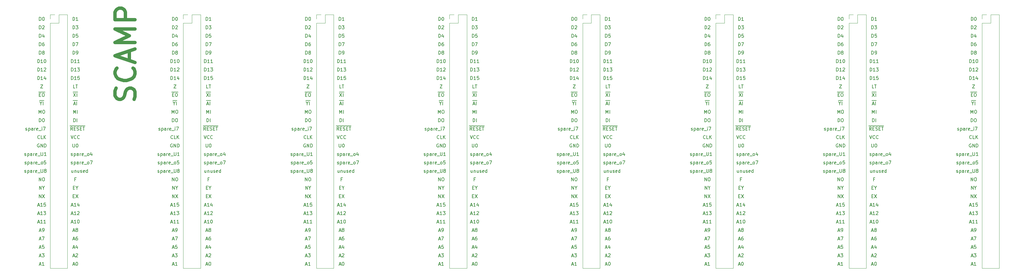
<source format=gbr>
G04 #@! TF.GenerationSoftware,KiCad,Pcbnew,5.1.5+dfsg1-2build2*
G04 #@! TF.CreationDate,2021-02-22T20:55:43+00:00*
G04 #@! TF.ProjectId,backplane,6261636b-706c-4616-9e65-2e6b69636164,rev?*
G04 #@! TF.SameCoordinates,Original*
G04 #@! TF.FileFunction,Legend,Top*
G04 #@! TF.FilePolarity,Positive*
%FSLAX46Y46*%
G04 Gerber Fmt 4.6, Leading zero omitted, Abs format (unit mm)*
G04 Created by KiCad (PCBNEW 5.1.5+dfsg1-2build2) date 2021-02-22 20:55:43*
%MOMM*%
%LPD*%
G04 APERTURE LIST*
%ADD10C,1.000000*%
%ADD11C,0.150000*%
%ADD12C,0.120000*%
G04 APERTURE END LIST*
D10*
X94884571Y-108202285D02*
X95170285Y-107345142D01*
X95170285Y-105916571D01*
X94884571Y-105345142D01*
X94598857Y-105059428D01*
X94027428Y-104773714D01*
X93456000Y-104773714D01*
X92884571Y-105059428D01*
X92598857Y-105345142D01*
X92313142Y-105916571D01*
X92027428Y-107059428D01*
X91741714Y-107630857D01*
X91456000Y-107916571D01*
X90884571Y-108202285D01*
X90313142Y-108202285D01*
X89741714Y-107916571D01*
X89456000Y-107630857D01*
X89170285Y-107059428D01*
X89170285Y-105630857D01*
X89456000Y-104773714D01*
X94598857Y-98773714D02*
X94884571Y-99059428D01*
X95170285Y-99916571D01*
X95170285Y-100488000D01*
X94884571Y-101345142D01*
X94313142Y-101916571D01*
X93741714Y-102202285D01*
X92598857Y-102488000D01*
X91741714Y-102488000D01*
X90598857Y-102202285D01*
X90027428Y-101916571D01*
X89456000Y-101345142D01*
X89170285Y-100488000D01*
X89170285Y-99916571D01*
X89456000Y-99059428D01*
X89741714Y-98773714D01*
X93456000Y-96488000D02*
X93456000Y-93630857D01*
X95170285Y-97059428D02*
X89170285Y-95059428D01*
X95170285Y-93059428D01*
X95170285Y-91059428D02*
X89170285Y-91059428D01*
X93456000Y-89059428D01*
X89170285Y-87059428D01*
X95170285Y-87059428D01*
X95170285Y-84202285D02*
X89170285Y-84202285D01*
X89170285Y-81916571D01*
X89456000Y-81345142D01*
X89741714Y-81059428D01*
X90313142Y-80773714D01*
X91170285Y-80773714D01*
X91741714Y-81059428D01*
X92027428Y-81345142D01*
X92313142Y-81916571D01*
X92313142Y-84202285D01*
D11*
X346406904Y-94632380D02*
X346406904Y-93632380D01*
X346645000Y-93632380D01*
X346787857Y-93680000D01*
X346883095Y-93775238D01*
X346930714Y-93870476D01*
X346978333Y-94060952D01*
X346978333Y-94203809D01*
X346930714Y-94394285D01*
X346883095Y-94489523D01*
X346787857Y-94584761D01*
X346645000Y-94632380D01*
X346406904Y-94632380D01*
X347549761Y-94060952D02*
X347454523Y-94013333D01*
X347406904Y-93965714D01*
X347359285Y-93870476D01*
X347359285Y-93822857D01*
X347406904Y-93727619D01*
X347454523Y-93680000D01*
X347549761Y-93632380D01*
X347740238Y-93632380D01*
X347835476Y-93680000D01*
X347883095Y-93727619D01*
X347930714Y-93822857D01*
X347930714Y-93870476D01*
X347883095Y-93965714D01*
X347835476Y-94013333D01*
X347740238Y-94060952D01*
X347549761Y-94060952D01*
X347454523Y-94108571D01*
X347406904Y-94156190D01*
X347359285Y-94251428D01*
X347359285Y-94441904D01*
X347406904Y-94537142D01*
X347454523Y-94584761D01*
X347549761Y-94632380D01*
X347740238Y-94632380D01*
X347835476Y-94584761D01*
X347883095Y-94537142D01*
X347930714Y-94441904D01*
X347930714Y-94251428D01*
X347883095Y-94156190D01*
X347835476Y-94108571D01*
X347740238Y-94060952D01*
X346430714Y-147686666D02*
X346906904Y-147686666D01*
X346335476Y-147972380D02*
X346668809Y-146972380D01*
X347002142Y-147972380D01*
X347383095Y-147972380D02*
X347573571Y-147972380D01*
X347668809Y-147924761D01*
X347716428Y-147877142D01*
X347811666Y-147734285D01*
X347859285Y-147543809D01*
X347859285Y-147162857D01*
X347811666Y-147067619D01*
X347764047Y-147020000D01*
X347668809Y-146972380D01*
X347478333Y-146972380D01*
X347383095Y-147020000D01*
X347335476Y-147067619D01*
X347287857Y-147162857D01*
X347287857Y-147400952D01*
X347335476Y-147496190D01*
X347383095Y-147543809D01*
X347478333Y-147591428D01*
X347668809Y-147591428D01*
X347764047Y-147543809D01*
X347811666Y-147496190D01*
X347859285Y-147400952D01*
X345954523Y-142606666D02*
X346430714Y-142606666D01*
X345859285Y-142892380D02*
X346192619Y-141892380D01*
X346525952Y-142892380D01*
X347383095Y-142892380D02*
X346811666Y-142892380D01*
X347097380Y-142892380D02*
X347097380Y-141892380D01*
X347002142Y-142035238D01*
X346906904Y-142130476D01*
X346811666Y-142178095D01*
X347716428Y-141892380D02*
X348335476Y-141892380D01*
X348002142Y-142273333D01*
X348145000Y-142273333D01*
X348240238Y-142320952D01*
X348287857Y-142368571D01*
X348335476Y-142463809D01*
X348335476Y-142701904D01*
X348287857Y-142797142D01*
X348240238Y-142844761D01*
X348145000Y-142892380D01*
X347859285Y-142892380D01*
X347764047Y-142844761D01*
X347716428Y-142797142D01*
X346406904Y-87012380D02*
X346406904Y-86012380D01*
X346645000Y-86012380D01*
X346787857Y-86060000D01*
X346883095Y-86155238D01*
X346930714Y-86250476D01*
X346978333Y-86440952D01*
X346978333Y-86583809D01*
X346930714Y-86774285D01*
X346883095Y-86869523D01*
X346787857Y-86964761D01*
X346645000Y-87012380D01*
X346406904Y-87012380D01*
X347359285Y-86107619D02*
X347406904Y-86060000D01*
X347502142Y-86012380D01*
X347740238Y-86012380D01*
X347835476Y-86060000D01*
X347883095Y-86107619D01*
X347930714Y-86202857D01*
X347930714Y-86298095D01*
X347883095Y-86440952D01*
X347311666Y-87012380D01*
X347930714Y-87012380D01*
X346478333Y-108505000D02*
X347335476Y-108505000D01*
X346906904Y-109396190D02*
X346906904Y-109872380D01*
X346573571Y-108872380D02*
X346906904Y-109396190D01*
X347240238Y-108872380D01*
X347335476Y-108505000D02*
X347811666Y-108505000D01*
X347573571Y-109872380D02*
X347573571Y-108872380D01*
X345954523Y-140066666D02*
X346430714Y-140066666D01*
X345859285Y-140352380D02*
X346192619Y-139352380D01*
X346525952Y-140352380D01*
X347383095Y-140352380D02*
X346811666Y-140352380D01*
X347097380Y-140352380D02*
X347097380Y-139352380D01*
X347002142Y-139495238D01*
X346906904Y-139590476D01*
X346811666Y-139638095D01*
X348287857Y-139352380D02*
X347811666Y-139352380D01*
X347764047Y-139828571D01*
X347811666Y-139780952D01*
X347906904Y-139733333D01*
X348145000Y-139733333D01*
X348240238Y-139780952D01*
X348287857Y-139828571D01*
X348335476Y-139923809D01*
X348335476Y-140161904D01*
X348287857Y-140257142D01*
X348240238Y-140304761D01*
X348145000Y-140352380D01*
X347906904Y-140352380D01*
X347811666Y-140304761D01*
X347764047Y-140257142D01*
X345930714Y-102252380D02*
X345930714Y-101252380D01*
X346168809Y-101252380D01*
X346311666Y-101300000D01*
X346406904Y-101395238D01*
X346454523Y-101490476D01*
X346502142Y-101680952D01*
X346502142Y-101823809D01*
X346454523Y-102014285D01*
X346406904Y-102109523D01*
X346311666Y-102204761D01*
X346168809Y-102252380D01*
X345930714Y-102252380D01*
X347454523Y-102252380D02*
X346883095Y-102252380D01*
X347168809Y-102252380D02*
X347168809Y-101252380D01*
X347073571Y-101395238D01*
X346978333Y-101490476D01*
X346883095Y-101538095D01*
X348311666Y-101585714D02*
X348311666Y-102252380D01*
X348073571Y-101204761D02*
X347835476Y-101919047D01*
X348454523Y-101919047D01*
X342073333Y-127604761D02*
X342168571Y-127652380D01*
X342359047Y-127652380D01*
X342454285Y-127604761D01*
X342501904Y-127509523D01*
X342501904Y-127461904D01*
X342454285Y-127366666D01*
X342359047Y-127319047D01*
X342216190Y-127319047D01*
X342120952Y-127271428D01*
X342073333Y-127176190D01*
X342073333Y-127128571D01*
X342120952Y-127033333D01*
X342216190Y-126985714D01*
X342359047Y-126985714D01*
X342454285Y-127033333D01*
X342930476Y-126985714D02*
X342930476Y-127985714D01*
X342930476Y-127033333D02*
X343025714Y-126985714D01*
X343216190Y-126985714D01*
X343311428Y-127033333D01*
X343359047Y-127080952D01*
X343406666Y-127176190D01*
X343406666Y-127461904D01*
X343359047Y-127557142D01*
X343311428Y-127604761D01*
X343216190Y-127652380D01*
X343025714Y-127652380D01*
X342930476Y-127604761D01*
X344263809Y-127652380D02*
X344263809Y-127128571D01*
X344216190Y-127033333D01*
X344120952Y-126985714D01*
X343930476Y-126985714D01*
X343835238Y-127033333D01*
X344263809Y-127604761D02*
X344168571Y-127652380D01*
X343930476Y-127652380D01*
X343835238Y-127604761D01*
X343787619Y-127509523D01*
X343787619Y-127414285D01*
X343835238Y-127319047D01*
X343930476Y-127271428D01*
X344168571Y-127271428D01*
X344263809Y-127223809D01*
X344740000Y-127652380D02*
X344740000Y-126985714D01*
X344740000Y-127176190D02*
X344787619Y-127080952D01*
X344835238Y-127033333D01*
X344930476Y-126985714D01*
X345025714Y-126985714D01*
X345740000Y-127604761D02*
X345644761Y-127652380D01*
X345454285Y-127652380D01*
X345359047Y-127604761D01*
X345311428Y-127509523D01*
X345311428Y-127128571D01*
X345359047Y-127033333D01*
X345454285Y-126985714D01*
X345644761Y-126985714D01*
X345740000Y-127033333D01*
X345787619Y-127128571D01*
X345787619Y-127223809D01*
X345311428Y-127319047D01*
X345978095Y-127747619D02*
X346740000Y-127747619D01*
X347120952Y-127652380D02*
X347025714Y-127604761D01*
X346978095Y-127557142D01*
X346930476Y-127461904D01*
X346930476Y-127176190D01*
X346978095Y-127080952D01*
X347025714Y-127033333D01*
X347120952Y-126985714D01*
X347263809Y-126985714D01*
X347359047Y-127033333D01*
X347406666Y-127080952D01*
X347454285Y-127176190D01*
X347454285Y-127461904D01*
X347406666Y-127557142D01*
X347359047Y-127604761D01*
X347263809Y-127652380D01*
X347120952Y-127652380D01*
X348359047Y-126652380D02*
X347882857Y-126652380D01*
X347835238Y-127128571D01*
X347882857Y-127080952D01*
X347978095Y-127033333D01*
X348216190Y-127033333D01*
X348311428Y-127080952D01*
X348359047Y-127128571D01*
X348406666Y-127223809D01*
X348406666Y-127461904D01*
X348359047Y-127557142D01*
X348311428Y-127604761D01*
X348216190Y-127652380D01*
X347978095Y-127652380D01*
X347882857Y-127604761D01*
X347835238Y-127557142D01*
X346406904Y-84472380D02*
X346406904Y-83472380D01*
X346645000Y-83472380D01*
X346787857Y-83520000D01*
X346883095Y-83615238D01*
X346930714Y-83710476D01*
X346978333Y-83900952D01*
X346978333Y-84043809D01*
X346930714Y-84234285D01*
X346883095Y-84329523D01*
X346787857Y-84424761D01*
X346645000Y-84472380D01*
X346406904Y-84472380D01*
X347597380Y-83472380D02*
X347692619Y-83472380D01*
X347787857Y-83520000D01*
X347835476Y-83567619D01*
X347883095Y-83662857D01*
X347930714Y-83853333D01*
X347930714Y-84091428D01*
X347883095Y-84281904D01*
X347835476Y-84377142D01*
X347787857Y-84424761D01*
X347692619Y-84472380D01*
X347597380Y-84472380D01*
X347502142Y-84424761D01*
X347454523Y-84377142D01*
X347406904Y-84281904D01*
X347359285Y-84091428D01*
X347359285Y-83853333D01*
X347406904Y-83662857D01*
X347454523Y-83567619D01*
X347502142Y-83520000D01*
X347597380Y-83472380D01*
X346383095Y-121620000D02*
X346287857Y-121572380D01*
X346145000Y-121572380D01*
X346002142Y-121620000D01*
X345906904Y-121715238D01*
X345859285Y-121810476D01*
X345811666Y-122000952D01*
X345811666Y-122143809D01*
X345859285Y-122334285D01*
X345906904Y-122429523D01*
X346002142Y-122524761D01*
X346145000Y-122572380D01*
X346240238Y-122572380D01*
X346383095Y-122524761D01*
X346430714Y-122477142D01*
X346430714Y-122143809D01*
X346240238Y-122143809D01*
X346859285Y-122572380D02*
X346859285Y-121572380D01*
X347430714Y-122572380D01*
X347430714Y-121572380D01*
X347906904Y-122572380D02*
X347906904Y-121572380D01*
X348145000Y-121572380D01*
X348287857Y-121620000D01*
X348383095Y-121715238D01*
X348430714Y-121810476D01*
X348478333Y-122000952D01*
X348478333Y-122143809D01*
X348430714Y-122334285D01*
X348383095Y-122429523D01*
X348287857Y-122524761D01*
X348145000Y-122572380D01*
X347906904Y-122572380D01*
X345930714Y-97172380D02*
X345930714Y-96172380D01*
X346168809Y-96172380D01*
X346311666Y-96220000D01*
X346406904Y-96315238D01*
X346454523Y-96410476D01*
X346502142Y-96600952D01*
X346502142Y-96743809D01*
X346454523Y-96934285D01*
X346406904Y-97029523D01*
X346311666Y-97124761D01*
X346168809Y-97172380D01*
X345930714Y-97172380D01*
X347454523Y-97172380D02*
X346883095Y-97172380D01*
X347168809Y-97172380D02*
X347168809Y-96172380D01*
X347073571Y-96315238D01*
X346978333Y-96410476D01*
X346883095Y-96458095D01*
X348073571Y-96172380D02*
X348168809Y-96172380D01*
X348264047Y-96220000D01*
X348311666Y-96267619D01*
X348359285Y-96362857D01*
X348406904Y-96553333D01*
X348406904Y-96791428D01*
X348359285Y-96981904D01*
X348311666Y-97077142D01*
X348264047Y-97124761D01*
X348168809Y-97172380D01*
X348073571Y-97172380D01*
X347978333Y-97124761D01*
X347930714Y-97077142D01*
X347883095Y-96981904D01*
X347835476Y-96791428D01*
X347835476Y-96553333D01*
X347883095Y-96362857D01*
X347930714Y-96267619D01*
X347978333Y-96220000D01*
X348073571Y-96172380D01*
X345954523Y-145146666D02*
X346430714Y-145146666D01*
X345859285Y-145432380D02*
X346192619Y-144432380D01*
X346525952Y-145432380D01*
X347383095Y-145432380D02*
X346811666Y-145432380D01*
X347097380Y-145432380D02*
X347097380Y-144432380D01*
X347002142Y-144575238D01*
X346906904Y-144670476D01*
X346811666Y-144718095D01*
X348335476Y-145432380D02*
X347764047Y-145432380D01*
X348049761Y-145432380D02*
X348049761Y-144432380D01*
X347954523Y-144575238D01*
X347859285Y-144670476D01*
X347764047Y-144718095D01*
X346168809Y-105965000D02*
X347073571Y-105965000D01*
X346406904Y-106808571D02*
X346740238Y-106808571D01*
X346883095Y-107332380D02*
X346406904Y-107332380D01*
X346406904Y-106332380D01*
X346883095Y-106332380D01*
X347073571Y-105965000D02*
X348121190Y-105965000D01*
X347502142Y-106332380D02*
X347692619Y-106332380D01*
X347787857Y-106380000D01*
X347883095Y-106475238D01*
X347930714Y-106665714D01*
X347930714Y-106999047D01*
X347883095Y-107189523D01*
X347787857Y-107284761D01*
X347692619Y-107332380D01*
X347502142Y-107332380D01*
X347406904Y-107284761D01*
X347311666Y-107189523D01*
X347264047Y-106999047D01*
X347264047Y-106665714D01*
X347311666Y-106475238D01*
X347406904Y-106380000D01*
X347502142Y-106332380D01*
X346287857Y-112412380D02*
X346287857Y-111412380D01*
X346621190Y-112126666D01*
X346954523Y-111412380D01*
X346954523Y-112412380D01*
X347621190Y-111412380D02*
X347811666Y-111412380D01*
X347906904Y-111460000D01*
X348002142Y-111555238D01*
X348049761Y-111745714D01*
X348049761Y-112079047D01*
X348002142Y-112269523D01*
X347906904Y-112364761D01*
X347811666Y-112412380D01*
X347621190Y-112412380D01*
X347525952Y-112364761D01*
X347430714Y-112269523D01*
X347383095Y-112079047D01*
X347383095Y-111745714D01*
X347430714Y-111555238D01*
X347525952Y-111460000D01*
X347621190Y-111412380D01*
X346406904Y-89552380D02*
X346406904Y-88552380D01*
X346645000Y-88552380D01*
X346787857Y-88600000D01*
X346883095Y-88695238D01*
X346930714Y-88790476D01*
X346978333Y-88980952D01*
X346978333Y-89123809D01*
X346930714Y-89314285D01*
X346883095Y-89409523D01*
X346787857Y-89504761D01*
X346645000Y-89552380D01*
X346406904Y-89552380D01*
X347835476Y-88885714D02*
X347835476Y-89552380D01*
X347597380Y-88504761D02*
X347359285Y-89219047D01*
X347978333Y-89219047D01*
X346430714Y-155306666D02*
X346906904Y-155306666D01*
X346335476Y-155592380D02*
X346668809Y-154592380D01*
X347002142Y-155592380D01*
X347240238Y-154592380D02*
X347859285Y-154592380D01*
X347525952Y-154973333D01*
X347668809Y-154973333D01*
X347764047Y-155020952D01*
X347811666Y-155068571D01*
X347859285Y-155163809D01*
X347859285Y-155401904D01*
X347811666Y-155497142D01*
X347764047Y-155544761D01*
X347668809Y-155592380D01*
X347383095Y-155592380D01*
X347287857Y-155544761D01*
X347240238Y-155497142D01*
X342001904Y-125064761D02*
X342097142Y-125112380D01*
X342287619Y-125112380D01*
X342382857Y-125064761D01*
X342430476Y-124969523D01*
X342430476Y-124921904D01*
X342382857Y-124826666D01*
X342287619Y-124779047D01*
X342144761Y-124779047D01*
X342049523Y-124731428D01*
X342001904Y-124636190D01*
X342001904Y-124588571D01*
X342049523Y-124493333D01*
X342144761Y-124445714D01*
X342287619Y-124445714D01*
X342382857Y-124493333D01*
X342859047Y-124445714D02*
X342859047Y-125445714D01*
X342859047Y-124493333D02*
X342954285Y-124445714D01*
X343144761Y-124445714D01*
X343240000Y-124493333D01*
X343287619Y-124540952D01*
X343335238Y-124636190D01*
X343335238Y-124921904D01*
X343287619Y-125017142D01*
X343240000Y-125064761D01*
X343144761Y-125112380D01*
X342954285Y-125112380D01*
X342859047Y-125064761D01*
X344192380Y-125112380D02*
X344192380Y-124588571D01*
X344144761Y-124493333D01*
X344049523Y-124445714D01*
X343859047Y-124445714D01*
X343763809Y-124493333D01*
X344192380Y-125064761D02*
X344097142Y-125112380D01*
X343859047Y-125112380D01*
X343763809Y-125064761D01*
X343716190Y-124969523D01*
X343716190Y-124874285D01*
X343763809Y-124779047D01*
X343859047Y-124731428D01*
X344097142Y-124731428D01*
X344192380Y-124683809D01*
X344668571Y-125112380D02*
X344668571Y-124445714D01*
X344668571Y-124636190D02*
X344716190Y-124540952D01*
X344763809Y-124493333D01*
X344859047Y-124445714D01*
X344954285Y-124445714D01*
X345668571Y-125064761D02*
X345573333Y-125112380D01*
X345382857Y-125112380D01*
X345287619Y-125064761D01*
X345240000Y-124969523D01*
X345240000Y-124588571D01*
X345287619Y-124493333D01*
X345382857Y-124445714D01*
X345573333Y-124445714D01*
X345668571Y-124493333D01*
X345716190Y-124588571D01*
X345716190Y-124683809D01*
X345240000Y-124779047D01*
X345906666Y-125207619D02*
X346668571Y-125207619D01*
X346906666Y-124112380D02*
X346906666Y-124921904D01*
X346954285Y-125017142D01*
X347001904Y-125064761D01*
X347097142Y-125112380D01*
X347287619Y-125112380D01*
X347382857Y-125064761D01*
X347430476Y-125017142D01*
X347478095Y-124921904D01*
X347478095Y-124112380D01*
X348478095Y-125112380D02*
X347906666Y-125112380D01*
X348192380Y-125112380D02*
X348192380Y-124112380D01*
X348097142Y-124255238D01*
X348001904Y-124350476D01*
X347906666Y-124398095D01*
X346430714Y-150226666D02*
X346906904Y-150226666D01*
X346335476Y-150512380D02*
X346668809Y-149512380D01*
X347002142Y-150512380D01*
X347240238Y-149512380D02*
X347906904Y-149512380D01*
X347478333Y-150512380D01*
X346430714Y-152766666D02*
X346906904Y-152766666D01*
X346335476Y-153052380D02*
X346668809Y-152052380D01*
X347002142Y-153052380D01*
X347811666Y-152052380D02*
X347335476Y-152052380D01*
X347287857Y-152528571D01*
X347335476Y-152480952D01*
X347430714Y-152433333D01*
X347668809Y-152433333D01*
X347764047Y-152480952D01*
X347811666Y-152528571D01*
X347859285Y-152623809D01*
X347859285Y-152861904D01*
X347811666Y-152957142D01*
X347764047Y-153004761D01*
X347668809Y-153052380D01*
X347430714Y-153052380D01*
X347335476Y-153004761D01*
X347287857Y-152957142D01*
X346335476Y-132732380D02*
X346335476Y-131732380D01*
X346906904Y-132732380D01*
X346906904Y-131732380D01*
X347573571Y-131732380D02*
X347764047Y-131732380D01*
X347859285Y-131780000D01*
X347954523Y-131875238D01*
X348002142Y-132065714D01*
X348002142Y-132399047D01*
X347954523Y-132589523D01*
X347859285Y-132684761D01*
X347764047Y-132732380D01*
X347573571Y-132732380D01*
X347478333Y-132684761D01*
X347383095Y-132589523D01*
X347335476Y-132399047D01*
X347335476Y-132065714D01*
X347383095Y-131875238D01*
X347478333Y-131780000D01*
X347573571Y-131732380D01*
X346811666Y-103792380D02*
X347478333Y-103792380D01*
X346811666Y-104792380D01*
X347478333Y-104792380D01*
X346383095Y-137812380D02*
X346383095Y-136812380D01*
X346954523Y-137812380D01*
X346954523Y-136812380D01*
X347335476Y-136812380D02*
X348002142Y-137812380D01*
X348002142Y-136812380D02*
X347335476Y-137812380D01*
X345930714Y-99712380D02*
X345930714Y-98712380D01*
X346168809Y-98712380D01*
X346311666Y-98760000D01*
X346406904Y-98855238D01*
X346454523Y-98950476D01*
X346502142Y-99140952D01*
X346502142Y-99283809D01*
X346454523Y-99474285D01*
X346406904Y-99569523D01*
X346311666Y-99664761D01*
X346168809Y-99712380D01*
X345930714Y-99712380D01*
X347454523Y-99712380D02*
X346883095Y-99712380D01*
X347168809Y-99712380D02*
X347168809Y-98712380D01*
X347073571Y-98855238D01*
X346978333Y-98950476D01*
X346883095Y-98998095D01*
X347835476Y-98807619D02*
X347883095Y-98760000D01*
X347978333Y-98712380D01*
X348216428Y-98712380D01*
X348311666Y-98760000D01*
X348359285Y-98807619D01*
X348406904Y-98902857D01*
X348406904Y-98998095D01*
X348359285Y-99140952D01*
X347787857Y-99712380D01*
X348406904Y-99712380D01*
X346430714Y-157846666D02*
X346906904Y-157846666D01*
X346335476Y-158132380D02*
X346668809Y-157132380D01*
X347002142Y-158132380D01*
X347859285Y-158132380D02*
X347287857Y-158132380D01*
X347573571Y-158132380D02*
X347573571Y-157132380D01*
X347478333Y-157275238D01*
X347383095Y-157370476D01*
X347287857Y-157418095D01*
X346406904Y-92092380D02*
X346406904Y-91092380D01*
X346645000Y-91092380D01*
X346787857Y-91140000D01*
X346883095Y-91235238D01*
X346930714Y-91330476D01*
X346978333Y-91520952D01*
X346978333Y-91663809D01*
X346930714Y-91854285D01*
X346883095Y-91949523D01*
X346787857Y-92044761D01*
X346645000Y-92092380D01*
X346406904Y-92092380D01*
X347835476Y-91092380D02*
X347645000Y-91092380D01*
X347549761Y-91140000D01*
X347502142Y-91187619D01*
X347406904Y-91330476D01*
X347359285Y-91520952D01*
X347359285Y-91901904D01*
X347406904Y-91997142D01*
X347454523Y-92044761D01*
X347549761Y-92092380D01*
X347740238Y-92092380D01*
X347835476Y-92044761D01*
X347883095Y-91997142D01*
X347930714Y-91901904D01*
X347930714Y-91663809D01*
X347883095Y-91568571D01*
X347835476Y-91520952D01*
X347740238Y-91473333D01*
X347549761Y-91473333D01*
X347454523Y-91520952D01*
X347406904Y-91568571D01*
X347359285Y-91663809D01*
X346430714Y-135272380D02*
X346430714Y-134272380D01*
X347002142Y-135272380D01*
X347002142Y-134272380D01*
X347668809Y-134796190D02*
X347668809Y-135272380D01*
X347335476Y-134272380D02*
X347668809Y-134796190D01*
X348002142Y-134272380D01*
X346359285Y-114952380D02*
X346359285Y-113952380D01*
X346597380Y-113952380D01*
X346740238Y-114000000D01*
X346835476Y-114095238D01*
X346883095Y-114190476D01*
X346930714Y-114380952D01*
X346930714Y-114523809D01*
X346883095Y-114714285D01*
X346835476Y-114809523D01*
X346740238Y-114904761D01*
X346597380Y-114952380D01*
X346359285Y-114952380D01*
X347549761Y-113952380D02*
X347740238Y-113952380D01*
X347835476Y-114000000D01*
X347930714Y-114095238D01*
X347978333Y-114285714D01*
X347978333Y-114619047D01*
X347930714Y-114809523D01*
X347835476Y-114904761D01*
X347740238Y-114952380D01*
X347549761Y-114952380D01*
X347454523Y-114904761D01*
X347359285Y-114809523D01*
X347311666Y-114619047D01*
X347311666Y-114285714D01*
X347359285Y-114095238D01*
X347454523Y-114000000D01*
X347549761Y-113952380D01*
X342287619Y-117444761D02*
X342382857Y-117492380D01*
X342573333Y-117492380D01*
X342668571Y-117444761D01*
X342716190Y-117349523D01*
X342716190Y-117301904D01*
X342668571Y-117206666D01*
X342573333Y-117159047D01*
X342430476Y-117159047D01*
X342335238Y-117111428D01*
X342287619Y-117016190D01*
X342287619Y-116968571D01*
X342335238Y-116873333D01*
X342430476Y-116825714D01*
X342573333Y-116825714D01*
X342668571Y-116873333D01*
X343144761Y-116825714D02*
X343144761Y-117825714D01*
X343144761Y-116873333D02*
X343240000Y-116825714D01*
X343430476Y-116825714D01*
X343525714Y-116873333D01*
X343573333Y-116920952D01*
X343620952Y-117016190D01*
X343620952Y-117301904D01*
X343573333Y-117397142D01*
X343525714Y-117444761D01*
X343430476Y-117492380D01*
X343240000Y-117492380D01*
X343144761Y-117444761D01*
X344478095Y-117492380D02*
X344478095Y-116968571D01*
X344430476Y-116873333D01*
X344335238Y-116825714D01*
X344144761Y-116825714D01*
X344049523Y-116873333D01*
X344478095Y-117444761D02*
X344382857Y-117492380D01*
X344144761Y-117492380D01*
X344049523Y-117444761D01*
X344001904Y-117349523D01*
X344001904Y-117254285D01*
X344049523Y-117159047D01*
X344144761Y-117111428D01*
X344382857Y-117111428D01*
X344478095Y-117063809D01*
X344954285Y-117492380D02*
X344954285Y-116825714D01*
X344954285Y-117016190D02*
X345001904Y-116920952D01*
X345049523Y-116873333D01*
X345144761Y-116825714D01*
X345240000Y-116825714D01*
X345954285Y-117444761D02*
X345859047Y-117492380D01*
X345668571Y-117492380D01*
X345573333Y-117444761D01*
X345525714Y-117349523D01*
X345525714Y-116968571D01*
X345573333Y-116873333D01*
X345668571Y-116825714D01*
X345859047Y-116825714D01*
X345954285Y-116873333D01*
X346001904Y-116968571D01*
X346001904Y-117063809D01*
X345525714Y-117159047D01*
X346192380Y-117587619D02*
X346954285Y-117587619D01*
X347192380Y-117492380D02*
X347192380Y-116825714D01*
X347192380Y-116492380D02*
X347144761Y-116540000D01*
X347192380Y-116587619D01*
X347240000Y-116540000D01*
X347192380Y-116492380D01*
X347192380Y-116587619D01*
X347573333Y-116492380D02*
X348240000Y-116492380D01*
X347811428Y-117492380D01*
X342001904Y-130144761D02*
X342097142Y-130192380D01*
X342287619Y-130192380D01*
X342382857Y-130144761D01*
X342430476Y-130049523D01*
X342430476Y-130001904D01*
X342382857Y-129906666D01*
X342287619Y-129859047D01*
X342144761Y-129859047D01*
X342049523Y-129811428D01*
X342001904Y-129716190D01*
X342001904Y-129668571D01*
X342049523Y-129573333D01*
X342144761Y-129525714D01*
X342287619Y-129525714D01*
X342382857Y-129573333D01*
X342859047Y-129525714D02*
X342859047Y-130525714D01*
X342859047Y-129573333D02*
X342954285Y-129525714D01*
X343144761Y-129525714D01*
X343240000Y-129573333D01*
X343287619Y-129620952D01*
X343335238Y-129716190D01*
X343335238Y-130001904D01*
X343287619Y-130097142D01*
X343240000Y-130144761D01*
X343144761Y-130192380D01*
X342954285Y-130192380D01*
X342859047Y-130144761D01*
X344192380Y-130192380D02*
X344192380Y-129668571D01*
X344144761Y-129573333D01*
X344049523Y-129525714D01*
X343859047Y-129525714D01*
X343763809Y-129573333D01*
X344192380Y-130144761D02*
X344097142Y-130192380D01*
X343859047Y-130192380D01*
X343763809Y-130144761D01*
X343716190Y-130049523D01*
X343716190Y-129954285D01*
X343763809Y-129859047D01*
X343859047Y-129811428D01*
X344097142Y-129811428D01*
X344192380Y-129763809D01*
X344668571Y-130192380D02*
X344668571Y-129525714D01*
X344668571Y-129716190D02*
X344716190Y-129620952D01*
X344763809Y-129573333D01*
X344859047Y-129525714D01*
X344954285Y-129525714D01*
X345668571Y-130144761D02*
X345573333Y-130192380D01*
X345382857Y-130192380D01*
X345287619Y-130144761D01*
X345240000Y-130049523D01*
X345240000Y-129668571D01*
X345287619Y-129573333D01*
X345382857Y-129525714D01*
X345573333Y-129525714D01*
X345668571Y-129573333D01*
X345716190Y-129668571D01*
X345716190Y-129763809D01*
X345240000Y-129859047D01*
X345906666Y-130287619D02*
X346668571Y-130287619D01*
X346906666Y-129192380D02*
X346906666Y-130001904D01*
X346954285Y-130097142D01*
X347001904Y-130144761D01*
X347097142Y-130192380D01*
X347287619Y-130192380D01*
X347382857Y-130144761D01*
X347430476Y-130097142D01*
X347478095Y-130001904D01*
X347478095Y-129192380D01*
X348097142Y-129620952D02*
X348001904Y-129573333D01*
X347954285Y-129525714D01*
X347906666Y-129430476D01*
X347906666Y-129382857D01*
X347954285Y-129287619D01*
X348001904Y-129240000D01*
X348097142Y-129192380D01*
X348287619Y-129192380D01*
X348382857Y-129240000D01*
X348430476Y-129287619D01*
X348478095Y-129382857D01*
X348478095Y-129430476D01*
X348430476Y-129525714D01*
X348382857Y-129573333D01*
X348287619Y-129620952D01*
X348097142Y-129620952D01*
X348001904Y-129668571D01*
X347954285Y-129716190D01*
X347906666Y-129811428D01*
X347906666Y-130001904D01*
X347954285Y-130097142D01*
X348001904Y-130144761D01*
X348097142Y-130192380D01*
X348287619Y-130192380D01*
X348382857Y-130144761D01*
X348430476Y-130097142D01*
X348478095Y-130001904D01*
X348478095Y-129811428D01*
X348430476Y-129716190D01*
X348382857Y-129668571D01*
X348287619Y-129620952D01*
X346549761Y-119937142D02*
X346502142Y-119984761D01*
X346359285Y-120032380D01*
X346264047Y-120032380D01*
X346121190Y-119984761D01*
X346025952Y-119889523D01*
X345978333Y-119794285D01*
X345930714Y-119603809D01*
X345930714Y-119460952D01*
X345978333Y-119270476D01*
X346025952Y-119175238D01*
X346121190Y-119080000D01*
X346264047Y-119032380D01*
X346359285Y-119032380D01*
X346502142Y-119080000D01*
X346549761Y-119127619D01*
X347454523Y-120032380D02*
X346978333Y-120032380D01*
X346978333Y-119032380D01*
X347787857Y-120032380D02*
X347787857Y-119032380D01*
X348359285Y-120032380D02*
X347930714Y-119460952D01*
X348359285Y-119032380D02*
X347787857Y-119603809D01*
X306406904Y-94632380D02*
X306406904Y-93632380D01*
X306645000Y-93632380D01*
X306787857Y-93680000D01*
X306883095Y-93775238D01*
X306930714Y-93870476D01*
X306978333Y-94060952D01*
X306978333Y-94203809D01*
X306930714Y-94394285D01*
X306883095Y-94489523D01*
X306787857Y-94584761D01*
X306645000Y-94632380D01*
X306406904Y-94632380D01*
X307549761Y-94060952D02*
X307454523Y-94013333D01*
X307406904Y-93965714D01*
X307359285Y-93870476D01*
X307359285Y-93822857D01*
X307406904Y-93727619D01*
X307454523Y-93680000D01*
X307549761Y-93632380D01*
X307740238Y-93632380D01*
X307835476Y-93680000D01*
X307883095Y-93727619D01*
X307930714Y-93822857D01*
X307930714Y-93870476D01*
X307883095Y-93965714D01*
X307835476Y-94013333D01*
X307740238Y-94060952D01*
X307549761Y-94060952D01*
X307454523Y-94108571D01*
X307406904Y-94156190D01*
X307359285Y-94251428D01*
X307359285Y-94441904D01*
X307406904Y-94537142D01*
X307454523Y-94584761D01*
X307549761Y-94632380D01*
X307740238Y-94632380D01*
X307835476Y-94584761D01*
X307883095Y-94537142D01*
X307930714Y-94441904D01*
X307930714Y-94251428D01*
X307883095Y-94156190D01*
X307835476Y-94108571D01*
X307740238Y-94060952D01*
X316020714Y-102252380D02*
X316020714Y-101252380D01*
X316258809Y-101252380D01*
X316401666Y-101300000D01*
X316496904Y-101395238D01*
X316544523Y-101490476D01*
X316592142Y-101680952D01*
X316592142Y-101823809D01*
X316544523Y-102014285D01*
X316496904Y-102109523D01*
X316401666Y-102204761D01*
X316258809Y-102252380D01*
X316020714Y-102252380D01*
X317544523Y-102252380D02*
X316973095Y-102252380D01*
X317258809Y-102252380D02*
X317258809Y-101252380D01*
X317163571Y-101395238D01*
X317068333Y-101490476D01*
X316973095Y-101538095D01*
X318449285Y-101252380D02*
X317973095Y-101252380D01*
X317925476Y-101728571D01*
X317973095Y-101680952D01*
X318068333Y-101633333D01*
X318306428Y-101633333D01*
X318401666Y-101680952D01*
X318449285Y-101728571D01*
X318496904Y-101823809D01*
X318496904Y-102061904D01*
X318449285Y-102157142D01*
X318401666Y-102204761D01*
X318306428Y-102252380D01*
X318068333Y-102252380D01*
X317973095Y-102204761D01*
X317925476Y-102157142D01*
X306430714Y-147686666D02*
X306906904Y-147686666D01*
X306335476Y-147972380D02*
X306668809Y-146972380D01*
X307002142Y-147972380D01*
X307383095Y-147972380D02*
X307573571Y-147972380D01*
X307668809Y-147924761D01*
X307716428Y-147877142D01*
X307811666Y-147734285D01*
X307859285Y-147543809D01*
X307859285Y-147162857D01*
X307811666Y-147067619D01*
X307764047Y-147020000D01*
X307668809Y-146972380D01*
X307478333Y-146972380D01*
X307383095Y-147020000D01*
X307335476Y-147067619D01*
X307287857Y-147162857D01*
X307287857Y-147400952D01*
X307335476Y-147496190D01*
X307383095Y-147543809D01*
X307478333Y-147591428D01*
X307668809Y-147591428D01*
X307764047Y-147543809D01*
X307811666Y-147496190D01*
X307859285Y-147400952D01*
X305954523Y-142606666D02*
X306430714Y-142606666D01*
X305859285Y-142892380D02*
X306192619Y-141892380D01*
X306525952Y-142892380D01*
X307383095Y-142892380D02*
X306811666Y-142892380D01*
X307097380Y-142892380D02*
X307097380Y-141892380D01*
X307002142Y-142035238D01*
X306906904Y-142130476D01*
X306811666Y-142178095D01*
X307716428Y-141892380D02*
X308335476Y-141892380D01*
X308002142Y-142273333D01*
X308145000Y-142273333D01*
X308240238Y-142320952D01*
X308287857Y-142368571D01*
X308335476Y-142463809D01*
X308335476Y-142701904D01*
X308287857Y-142797142D01*
X308240238Y-142844761D01*
X308145000Y-142892380D01*
X307859285Y-142892380D01*
X307764047Y-142844761D01*
X307716428Y-142797142D01*
X316528809Y-129525714D02*
X316528809Y-130192380D01*
X316100238Y-129525714D02*
X316100238Y-130049523D01*
X316147857Y-130144761D01*
X316243095Y-130192380D01*
X316385952Y-130192380D01*
X316481190Y-130144761D01*
X316528809Y-130097142D01*
X317005000Y-129525714D02*
X317005000Y-130192380D01*
X317005000Y-129620952D02*
X317052619Y-129573333D01*
X317147857Y-129525714D01*
X317290714Y-129525714D01*
X317385952Y-129573333D01*
X317433571Y-129668571D01*
X317433571Y-130192380D01*
X318338333Y-129525714D02*
X318338333Y-130192380D01*
X317909761Y-129525714D02*
X317909761Y-130049523D01*
X317957380Y-130144761D01*
X318052619Y-130192380D01*
X318195476Y-130192380D01*
X318290714Y-130144761D01*
X318338333Y-130097142D01*
X318766904Y-130144761D02*
X318862142Y-130192380D01*
X319052619Y-130192380D01*
X319147857Y-130144761D01*
X319195476Y-130049523D01*
X319195476Y-130001904D01*
X319147857Y-129906666D01*
X319052619Y-129859047D01*
X318909761Y-129859047D01*
X318814523Y-129811428D01*
X318766904Y-129716190D01*
X318766904Y-129668571D01*
X318814523Y-129573333D01*
X318909761Y-129525714D01*
X319052619Y-129525714D01*
X319147857Y-129573333D01*
X320005000Y-130144761D02*
X319909761Y-130192380D01*
X319719285Y-130192380D01*
X319624047Y-130144761D01*
X319576428Y-130049523D01*
X319576428Y-129668571D01*
X319624047Y-129573333D01*
X319719285Y-129525714D01*
X319909761Y-129525714D01*
X320005000Y-129573333D01*
X320052619Y-129668571D01*
X320052619Y-129763809D01*
X319576428Y-129859047D01*
X320909761Y-130192380D02*
X320909761Y-129192380D01*
X320909761Y-130144761D02*
X320814523Y-130192380D01*
X320624047Y-130192380D01*
X320528809Y-130144761D01*
X320481190Y-130097142D01*
X320433571Y-130001904D01*
X320433571Y-129716190D01*
X320481190Y-129620952D01*
X320528809Y-129573333D01*
X320624047Y-129525714D01*
X320814523Y-129525714D01*
X320909761Y-129573333D01*
X306406904Y-87012380D02*
X306406904Y-86012380D01*
X306645000Y-86012380D01*
X306787857Y-86060000D01*
X306883095Y-86155238D01*
X306930714Y-86250476D01*
X306978333Y-86440952D01*
X306978333Y-86583809D01*
X306930714Y-86774285D01*
X306883095Y-86869523D01*
X306787857Y-86964761D01*
X306645000Y-87012380D01*
X306406904Y-87012380D01*
X307359285Y-86107619D02*
X307406904Y-86060000D01*
X307502142Y-86012380D01*
X307740238Y-86012380D01*
X307835476Y-86060000D01*
X307883095Y-86107619D01*
X307930714Y-86202857D01*
X307930714Y-86298095D01*
X307883095Y-86440952D01*
X307311666Y-87012380D01*
X307930714Y-87012380D01*
X306478333Y-108505000D02*
X307335476Y-108505000D01*
X306906904Y-109396190D02*
X306906904Y-109872380D01*
X306573571Y-108872380D02*
X306906904Y-109396190D01*
X307240238Y-108872380D01*
X307335476Y-108505000D02*
X307811666Y-108505000D01*
X307573571Y-109872380D02*
X307573571Y-108872380D01*
X316473095Y-121572380D02*
X316473095Y-122381904D01*
X316520714Y-122477142D01*
X316568333Y-122524761D01*
X316663571Y-122572380D01*
X316854047Y-122572380D01*
X316949285Y-122524761D01*
X316996904Y-122477142D01*
X317044523Y-122381904D01*
X317044523Y-121572380D01*
X317711190Y-121572380D02*
X317806428Y-121572380D01*
X317901666Y-121620000D01*
X317949285Y-121667619D01*
X317996904Y-121762857D01*
X318044523Y-121953333D01*
X318044523Y-122191428D01*
X317996904Y-122381904D01*
X317949285Y-122477142D01*
X317901666Y-122524761D01*
X317806428Y-122572380D01*
X317711190Y-122572380D01*
X317615952Y-122524761D01*
X317568333Y-122477142D01*
X317520714Y-122381904D01*
X317473095Y-122191428D01*
X317473095Y-121953333D01*
X317520714Y-121762857D01*
X317568333Y-121667619D01*
X317615952Y-121620000D01*
X317711190Y-121572380D01*
X305954523Y-140066666D02*
X306430714Y-140066666D01*
X305859285Y-140352380D02*
X306192619Y-139352380D01*
X306525952Y-140352380D01*
X307383095Y-140352380D02*
X306811666Y-140352380D01*
X307097380Y-140352380D02*
X307097380Y-139352380D01*
X307002142Y-139495238D01*
X306906904Y-139590476D01*
X306811666Y-139638095D01*
X308287857Y-139352380D02*
X307811666Y-139352380D01*
X307764047Y-139828571D01*
X307811666Y-139780952D01*
X307906904Y-139733333D01*
X308145000Y-139733333D01*
X308240238Y-139780952D01*
X308287857Y-139828571D01*
X308335476Y-139923809D01*
X308335476Y-140161904D01*
X308287857Y-140257142D01*
X308240238Y-140304761D01*
X308145000Y-140352380D01*
X307906904Y-140352380D01*
X307811666Y-140304761D01*
X307764047Y-140257142D01*
X305930714Y-102252380D02*
X305930714Y-101252380D01*
X306168809Y-101252380D01*
X306311666Y-101300000D01*
X306406904Y-101395238D01*
X306454523Y-101490476D01*
X306502142Y-101680952D01*
X306502142Y-101823809D01*
X306454523Y-102014285D01*
X306406904Y-102109523D01*
X306311666Y-102204761D01*
X306168809Y-102252380D01*
X305930714Y-102252380D01*
X307454523Y-102252380D02*
X306883095Y-102252380D01*
X307168809Y-102252380D02*
X307168809Y-101252380D01*
X307073571Y-101395238D01*
X306978333Y-101490476D01*
X306883095Y-101538095D01*
X308311666Y-101585714D02*
X308311666Y-102252380D01*
X308073571Y-101204761D02*
X307835476Y-101919047D01*
X308454523Y-101919047D01*
X302073333Y-127604761D02*
X302168571Y-127652380D01*
X302359047Y-127652380D01*
X302454285Y-127604761D01*
X302501904Y-127509523D01*
X302501904Y-127461904D01*
X302454285Y-127366666D01*
X302359047Y-127319047D01*
X302216190Y-127319047D01*
X302120952Y-127271428D01*
X302073333Y-127176190D01*
X302073333Y-127128571D01*
X302120952Y-127033333D01*
X302216190Y-126985714D01*
X302359047Y-126985714D01*
X302454285Y-127033333D01*
X302930476Y-126985714D02*
X302930476Y-127985714D01*
X302930476Y-127033333D02*
X303025714Y-126985714D01*
X303216190Y-126985714D01*
X303311428Y-127033333D01*
X303359047Y-127080952D01*
X303406666Y-127176190D01*
X303406666Y-127461904D01*
X303359047Y-127557142D01*
X303311428Y-127604761D01*
X303216190Y-127652380D01*
X303025714Y-127652380D01*
X302930476Y-127604761D01*
X304263809Y-127652380D02*
X304263809Y-127128571D01*
X304216190Y-127033333D01*
X304120952Y-126985714D01*
X303930476Y-126985714D01*
X303835238Y-127033333D01*
X304263809Y-127604761D02*
X304168571Y-127652380D01*
X303930476Y-127652380D01*
X303835238Y-127604761D01*
X303787619Y-127509523D01*
X303787619Y-127414285D01*
X303835238Y-127319047D01*
X303930476Y-127271428D01*
X304168571Y-127271428D01*
X304263809Y-127223809D01*
X304740000Y-127652380D02*
X304740000Y-126985714D01*
X304740000Y-127176190D02*
X304787619Y-127080952D01*
X304835238Y-127033333D01*
X304930476Y-126985714D01*
X305025714Y-126985714D01*
X305740000Y-127604761D02*
X305644761Y-127652380D01*
X305454285Y-127652380D01*
X305359047Y-127604761D01*
X305311428Y-127509523D01*
X305311428Y-127128571D01*
X305359047Y-127033333D01*
X305454285Y-126985714D01*
X305644761Y-126985714D01*
X305740000Y-127033333D01*
X305787619Y-127128571D01*
X305787619Y-127223809D01*
X305311428Y-127319047D01*
X305978095Y-127747619D02*
X306740000Y-127747619D01*
X307120952Y-127652380D02*
X307025714Y-127604761D01*
X306978095Y-127557142D01*
X306930476Y-127461904D01*
X306930476Y-127176190D01*
X306978095Y-127080952D01*
X307025714Y-127033333D01*
X307120952Y-126985714D01*
X307263809Y-126985714D01*
X307359047Y-127033333D01*
X307406666Y-127080952D01*
X307454285Y-127176190D01*
X307454285Y-127461904D01*
X307406666Y-127557142D01*
X307359047Y-127604761D01*
X307263809Y-127652380D01*
X307120952Y-127652380D01*
X308359047Y-126652380D02*
X307882857Y-126652380D01*
X307835238Y-127128571D01*
X307882857Y-127080952D01*
X307978095Y-127033333D01*
X308216190Y-127033333D01*
X308311428Y-127080952D01*
X308359047Y-127128571D01*
X308406666Y-127223809D01*
X308406666Y-127461904D01*
X308359047Y-127557142D01*
X308311428Y-127604761D01*
X308216190Y-127652380D01*
X307978095Y-127652380D01*
X307882857Y-127604761D01*
X307835238Y-127557142D01*
X316496904Y-89552380D02*
X316496904Y-88552380D01*
X316735000Y-88552380D01*
X316877857Y-88600000D01*
X316973095Y-88695238D01*
X317020714Y-88790476D01*
X317068333Y-88980952D01*
X317068333Y-89123809D01*
X317020714Y-89314285D01*
X316973095Y-89409523D01*
X316877857Y-89504761D01*
X316735000Y-89552380D01*
X316496904Y-89552380D01*
X317973095Y-88552380D02*
X317496904Y-88552380D01*
X317449285Y-89028571D01*
X317496904Y-88980952D01*
X317592142Y-88933333D01*
X317830238Y-88933333D01*
X317925476Y-88980952D01*
X317973095Y-89028571D01*
X318020714Y-89123809D01*
X318020714Y-89361904D01*
X317973095Y-89457142D01*
X317925476Y-89504761D01*
X317830238Y-89552380D01*
X317592142Y-89552380D01*
X317496904Y-89504761D01*
X317449285Y-89457142D01*
X306406904Y-84472380D02*
X306406904Y-83472380D01*
X306645000Y-83472380D01*
X306787857Y-83520000D01*
X306883095Y-83615238D01*
X306930714Y-83710476D01*
X306978333Y-83900952D01*
X306978333Y-84043809D01*
X306930714Y-84234285D01*
X306883095Y-84329523D01*
X306787857Y-84424761D01*
X306645000Y-84472380D01*
X306406904Y-84472380D01*
X307597380Y-83472380D02*
X307692619Y-83472380D01*
X307787857Y-83520000D01*
X307835476Y-83567619D01*
X307883095Y-83662857D01*
X307930714Y-83853333D01*
X307930714Y-84091428D01*
X307883095Y-84281904D01*
X307835476Y-84377142D01*
X307787857Y-84424761D01*
X307692619Y-84472380D01*
X307597380Y-84472380D01*
X307502142Y-84424761D01*
X307454523Y-84377142D01*
X307406904Y-84281904D01*
X307359285Y-84091428D01*
X307359285Y-83853333D01*
X307406904Y-83662857D01*
X307454523Y-83567619D01*
X307502142Y-83520000D01*
X307597380Y-83472380D01*
X306383095Y-121620000D02*
X306287857Y-121572380D01*
X306145000Y-121572380D01*
X306002142Y-121620000D01*
X305906904Y-121715238D01*
X305859285Y-121810476D01*
X305811666Y-122000952D01*
X305811666Y-122143809D01*
X305859285Y-122334285D01*
X305906904Y-122429523D01*
X306002142Y-122524761D01*
X306145000Y-122572380D01*
X306240238Y-122572380D01*
X306383095Y-122524761D01*
X306430714Y-122477142D01*
X306430714Y-122143809D01*
X306240238Y-122143809D01*
X306859285Y-122572380D02*
X306859285Y-121572380D01*
X307430714Y-122572380D01*
X307430714Y-121572380D01*
X307906904Y-122572380D02*
X307906904Y-121572380D01*
X308145000Y-121572380D01*
X308287857Y-121620000D01*
X308383095Y-121715238D01*
X308430714Y-121810476D01*
X308478333Y-122000952D01*
X308478333Y-122143809D01*
X308430714Y-122334285D01*
X308383095Y-122429523D01*
X308287857Y-122524761D01*
X308145000Y-122572380D01*
X307906904Y-122572380D01*
X316520714Y-155306666D02*
X316996904Y-155306666D01*
X316425476Y-155592380D02*
X316758809Y-154592380D01*
X317092142Y-155592380D01*
X317377857Y-154687619D02*
X317425476Y-154640000D01*
X317520714Y-154592380D01*
X317758809Y-154592380D01*
X317854047Y-154640000D01*
X317901666Y-154687619D01*
X317949285Y-154782857D01*
X317949285Y-154878095D01*
X317901666Y-155020952D01*
X317330238Y-155592380D01*
X317949285Y-155592380D01*
X316020714Y-97172380D02*
X316020714Y-96172380D01*
X316258809Y-96172380D01*
X316401666Y-96220000D01*
X316496904Y-96315238D01*
X316544523Y-96410476D01*
X316592142Y-96600952D01*
X316592142Y-96743809D01*
X316544523Y-96934285D01*
X316496904Y-97029523D01*
X316401666Y-97124761D01*
X316258809Y-97172380D01*
X316020714Y-97172380D01*
X317544523Y-97172380D02*
X316973095Y-97172380D01*
X317258809Y-97172380D02*
X317258809Y-96172380D01*
X317163571Y-96315238D01*
X317068333Y-96410476D01*
X316973095Y-96458095D01*
X318496904Y-97172380D02*
X317925476Y-97172380D01*
X318211190Y-97172380D02*
X318211190Y-96172380D01*
X318115952Y-96315238D01*
X318020714Y-96410476D01*
X317925476Y-96458095D01*
X316496904Y-84472380D02*
X316496904Y-83472380D01*
X316735000Y-83472380D01*
X316877857Y-83520000D01*
X316973095Y-83615238D01*
X317020714Y-83710476D01*
X317068333Y-83900952D01*
X317068333Y-84043809D01*
X317020714Y-84234285D01*
X316973095Y-84329523D01*
X316877857Y-84424761D01*
X316735000Y-84472380D01*
X316496904Y-84472380D01*
X318020714Y-84472380D02*
X317449285Y-84472380D01*
X317735000Y-84472380D02*
X317735000Y-83472380D01*
X317639761Y-83615238D01*
X317544523Y-83710476D01*
X317449285Y-83758095D01*
X305930714Y-97172380D02*
X305930714Y-96172380D01*
X306168809Y-96172380D01*
X306311666Y-96220000D01*
X306406904Y-96315238D01*
X306454523Y-96410476D01*
X306502142Y-96600952D01*
X306502142Y-96743809D01*
X306454523Y-96934285D01*
X306406904Y-97029523D01*
X306311666Y-97124761D01*
X306168809Y-97172380D01*
X305930714Y-97172380D01*
X307454523Y-97172380D02*
X306883095Y-97172380D01*
X307168809Y-97172380D02*
X307168809Y-96172380D01*
X307073571Y-96315238D01*
X306978333Y-96410476D01*
X306883095Y-96458095D01*
X308073571Y-96172380D02*
X308168809Y-96172380D01*
X308264047Y-96220000D01*
X308311666Y-96267619D01*
X308359285Y-96362857D01*
X308406904Y-96553333D01*
X308406904Y-96791428D01*
X308359285Y-96981904D01*
X308311666Y-97077142D01*
X308264047Y-97124761D01*
X308168809Y-97172380D01*
X308073571Y-97172380D01*
X307978333Y-97124761D01*
X307930714Y-97077142D01*
X307883095Y-96981904D01*
X307835476Y-96791428D01*
X307835476Y-96553333D01*
X307883095Y-96362857D01*
X307930714Y-96267619D01*
X307978333Y-96220000D01*
X308073571Y-96172380D01*
X305954523Y-145146666D02*
X306430714Y-145146666D01*
X305859285Y-145432380D02*
X306192619Y-144432380D01*
X306525952Y-145432380D01*
X307383095Y-145432380D02*
X306811666Y-145432380D01*
X307097380Y-145432380D02*
X307097380Y-144432380D01*
X307002142Y-144575238D01*
X306906904Y-144670476D01*
X306811666Y-144718095D01*
X308335476Y-145432380D02*
X307764047Y-145432380D01*
X308049761Y-145432380D02*
X308049761Y-144432380D01*
X307954523Y-144575238D01*
X307859285Y-144670476D01*
X307764047Y-144718095D01*
X306168809Y-105965000D02*
X307073571Y-105965000D01*
X306406904Y-106808571D02*
X306740238Y-106808571D01*
X306883095Y-107332380D02*
X306406904Y-107332380D01*
X306406904Y-106332380D01*
X306883095Y-106332380D01*
X307073571Y-105965000D02*
X308121190Y-105965000D01*
X307502142Y-106332380D02*
X307692619Y-106332380D01*
X307787857Y-106380000D01*
X307883095Y-106475238D01*
X307930714Y-106665714D01*
X307930714Y-106999047D01*
X307883095Y-107189523D01*
X307787857Y-107284761D01*
X307692619Y-107332380D01*
X307502142Y-107332380D01*
X307406904Y-107284761D01*
X307311666Y-107189523D01*
X307264047Y-106999047D01*
X307264047Y-106665714D01*
X307311666Y-106475238D01*
X307406904Y-106380000D01*
X307502142Y-106332380D01*
X306287857Y-112412380D02*
X306287857Y-111412380D01*
X306621190Y-112126666D01*
X306954523Y-111412380D01*
X306954523Y-112412380D01*
X307621190Y-111412380D02*
X307811666Y-111412380D01*
X307906904Y-111460000D01*
X308002142Y-111555238D01*
X308049761Y-111745714D01*
X308049761Y-112079047D01*
X308002142Y-112269523D01*
X307906904Y-112364761D01*
X307811666Y-112412380D01*
X307621190Y-112412380D01*
X307525952Y-112364761D01*
X307430714Y-112269523D01*
X307383095Y-112079047D01*
X307383095Y-111745714D01*
X307430714Y-111555238D01*
X307525952Y-111460000D01*
X307621190Y-111412380D01*
X316520714Y-150226666D02*
X316996904Y-150226666D01*
X316425476Y-150512380D02*
X316758809Y-149512380D01*
X317092142Y-150512380D01*
X317854047Y-149512380D02*
X317663571Y-149512380D01*
X317568333Y-149560000D01*
X317520714Y-149607619D01*
X317425476Y-149750476D01*
X317377857Y-149940952D01*
X317377857Y-150321904D01*
X317425476Y-150417142D01*
X317473095Y-150464761D01*
X317568333Y-150512380D01*
X317758809Y-150512380D01*
X317854047Y-150464761D01*
X317901666Y-150417142D01*
X317949285Y-150321904D01*
X317949285Y-150083809D01*
X317901666Y-149988571D01*
X317854047Y-149940952D01*
X317758809Y-149893333D01*
X317568333Y-149893333D01*
X317473095Y-149940952D01*
X317425476Y-149988571D01*
X317377857Y-150083809D01*
X306406904Y-89552380D02*
X306406904Y-88552380D01*
X306645000Y-88552380D01*
X306787857Y-88600000D01*
X306883095Y-88695238D01*
X306930714Y-88790476D01*
X306978333Y-88980952D01*
X306978333Y-89123809D01*
X306930714Y-89314285D01*
X306883095Y-89409523D01*
X306787857Y-89504761D01*
X306645000Y-89552380D01*
X306406904Y-89552380D01*
X307835476Y-88885714D02*
X307835476Y-89552380D01*
X307597380Y-88504761D02*
X307359285Y-89219047D01*
X307978333Y-89219047D01*
X306430714Y-155306666D02*
X306906904Y-155306666D01*
X306335476Y-155592380D02*
X306668809Y-154592380D01*
X307002142Y-155592380D01*
X307240238Y-154592380D02*
X307859285Y-154592380D01*
X307525952Y-154973333D01*
X307668809Y-154973333D01*
X307764047Y-155020952D01*
X307811666Y-155068571D01*
X307859285Y-155163809D01*
X307859285Y-155401904D01*
X307811666Y-155497142D01*
X307764047Y-155544761D01*
X307668809Y-155592380D01*
X307383095Y-155592380D01*
X307287857Y-155544761D01*
X307240238Y-155497142D01*
X317163571Y-104792380D02*
X316687380Y-104792380D01*
X316687380Y-103792380D01*
X317354047Y-103792380D02*
X317925476Y-103792380D01*
X317639761Y-104792380D02*
X317639761Y-103792380D01*
X302001904Y-125064761D02*
X302097142Y-125112380D01*
X302287619Y-125112380D01*
X302382857Y-125064761D01*
X302430476Y-124969523D01*
X302430476Y-124921904D01*
X302382857Y-124826666D01*
X302287619Y-124779047D01*
X302144761Y-124779047D01*
X302049523Y-124731428D01*
X302001904Y-124636190D01*
X302001904Y-124588571D01*
X302049523Y-124493333D01*
X302144761Y-124445714D01*
X302287619Y-124445714D01*
X302382857Y-124493333D01*
X302859047Y-124445714D02*
X302859047Y-125445714D01*
X302859047Y-124493333D02*
X302954285Y-124445714D01*
X303144761Y-124445714D01*
X303240000Y-124493333D01*
X303287619Y-124540952D01*
X303335238Y-124636190D01*
X303335238Y-124921904D01*
X303287619Y-125017142D01*
X303240000Y-125064761D01*
X303144761Y-125112380D01*
X302954285Y-125112380D01*
X302859047Y-125064761D01*
X304192380Y-125112380D02*
X304192380Y-124588571D01*
X304144761Y-124493333D01*
X304049523Y-124445714D01*
X303859047Y-124445714D01*
X303763809Y-124493333D01*
X304192380Y-125064761D02*
X304097142Y-125112380D01*
X303859047Y-125112380D01*
X303763809Y-125064761D01*
X303716190Y-124969523D01*
X303716190Y-124874285D01*
X303763809Y-124779047D01*
X303859047Y-124731428D01*
X304097142Y-124731428D01*
X304192380Y-124683809D01*
X304668571Y-125112380D02*
X304668571Y-124445714D01*
X304668571Y-124636190D02*
X304716190Y-124540952D01*
X304763809Y-124493333D01*
X304859047Y-124445714D01*
X304954285Y-124445714D01*
X305668571Y-125064761D02*
X305573333Y-125112380D01*
X305382857Y-125112380D01*
X305287619Y-125064761D01*
X305240000Y-124969523D01*
X305240000Y-124588571D01*
X305287619Y-124493333D01*
X305382857Y-124445714D01*
X305573333Y-124445714D01*
X305668571Y-124493333D01*
X305716190Y-124588571D01*
X305716190Y-124683809D01*
X305240000Y-124779047D01*
X305906666Y-125207619D02*
X306668571Y-125207619D01*
X306906666Y-124112380D02*
X306906666Y-124921904D01*
X306954285Y-125017142D01*
X307001904Y-125064761D01*
X307097142Y-125112380D01*
X307287619Y-125112380D01*
X307382857Y-125064761D01*
X307430476Y-125017142D01*
X307478095Y-124921904D01*
X307478095Y-124112380D01*
X308478095Y-125112380D02*
X307906666Y-125112380D01*
X308192380Y-125112380D02*
X308192380Y-124112380D01*
X308097142Y-124255238D01*
X308001904Y-124350476D01*
X307906666Y-124398095D01*
X306430714Y-150226666D02*
X306906904Y-150226666D01*
X306335476Y-150512380D02*
X306668809Y-149512380D01*
X307002142Y-150512380D01*
X307240238Y-149512380D02*
X307906904Y-149512380D01*
X307478333Y-150512380D01*
X316496904Y-92092380D02*
X316496904Y-91092380D01*
X316735000Y-91092380D01*
X316877857Y-91140000D01*
X316973095Y-91235238D01*
X317020714Y-91330476D01*
X317068333Y-91520952D01*
X317068333Y-91663809D01*
X317020714Y-91854285D01*
X316973095Y-91949523D01*
X316877857Y-92044761D01*
X316735000Y-92092380D01*
X316496904Y-92092380D01*
X317401666Y-91092380D02*
X318068333Y-91092380D01*
X317639761Y-92092380D01*
X315973333Y-125064761D02*
X316068571Y-125112380D01*
X316259047Y-125112380D01*
X316354285Y-125064761D01*
X316401904Y-124969523D01*
X316401904Y-124921904D01*
X316354285Y-124826666D01*
X316259047Y-124779047D01*
X316116190Y-124779047D01*
X316020952Y-124731428D01*
X315973333Y-124636190D01*
X315973333Y-124588571D01*
X316020952Y-124493333D01*
X316116190Y-124445714D01*
X316259047Y-124445714D01*
X316354285Y-124493333D01*
X316830476Y-124445714D02*
X316830476Y-125445714D01*
X316830476Y-124493333D02*
X316925714Y-124445714D01*
X317116190Y-124445714D01*
X317211428Y-124493333D01*
X317259047Y-124540952D01*
X317306666Y-124636190D01*
X317306666Y-124921904D01*
X317259047Y-125017142D01*
X317211428Y-125064761D01*
X317116190Y-125112380D01*
X316925714Y-125112380D01*
X316830476Y-125064761D01*
X318163809Y-125112380D02*
X318163809Y-124588571D01*
X318116190Y-124493333D01*
X318020952Y-124445714D01*
X317830476Y-124445714D01*
X317735238Y-124493333D01*
X318163809Y-125064761D02*
X318068571Y-125112380D01*
X317830476Y-125112380D01*
X317735238Y-125064761D01*
X317687619Y-124969523D01*
X317687619Y-124874285D01*
X317735238Y-124779047D01*
X317830476Y-124731428D01*
X318068571Y-124731428D01*
X318163809Y-124683809D01*
X318640000Y-125112380D02*
X318640000Y-124445714D01*
X318640000Y-124636190D02*
X318687619Y-124540952D01*
X318735238Y-124493333D01*
X318830476Y-124445714D01*
X318925714Y-124445714D01*
X319640000Y-125064761D02*
X319544761Y-125112380D01*
X319354285Y-125112380D01*
X319259047Y-125064761D01*
X319211428Y-124969523D01*
X319211428Y-124588571D01*
X319259047Y-124493333D01*
X319354285Y-124445714D01*
X319544761Y-124445714D01*
X319640000Y-124493333D01*
X319687619Y-124588571D01*
X319687619Y-124683809D01*
X319211428Y-124779047D01*
X319878095Y-125207619D02*
X320640000Y-125207619D01*
X321020952Y-125112380D02*
X320925714Y-125064761D01*
X320878095Y-125017142D01*
X320830476Y-124921904D01*
X320830476Y-124636190D01*
X320878095Y-124540952D01*
X320925714Y-124493333D01*
X321020952Y-124445714D01*
X321163809Y-124445714D01*
X321259047Y-124493333D01*
X321306666Y-124540952D01*
X321354285Y-124636190D01*
X321354285Y-124921904D01*
X321306666Y-125017142D01*
X321259047Y-125064761D01*
X321163809Y-125112380D01*
X321020952Y-125112380D01*
X322211428Y-124445714D02*
X322211428Y-125112380D01*
X321973333Y-124064761D02*
X321735238Y-124779047D01*
X322354285Y-124779047D01*
X316520714Y-105965000D02*
X317473095Y-105965000D01*
X316663571Y-106332380D02*
X317330238Y-107332380D01*
X317330238Y-106332380D02*
X316663571Y-107332380D01*
X317473095Y-105965000D02*
X317949285Y-105965000D01*
X317711190Y-107332380D02*
X317711190Y-106332380D01*
X316592142Y-134748571D02*
X316925476Y-134748571D01*
X317068333Y-135272380D02*
X316592142Y-135272380D01*
X316592142Y-134272380D01*
X317068333Y-134272380D01*
X317687380Y-134796190D02*
X317687380Y-135272380D01*
X317354047Y-134272380D02*
X317687380Y-134796190D01*
X318020714Y-134272380D01*
X316544523Y-137288571D02*
X316877857Y-137288571D01*
X317020714Y-137812380D02*
X316544523Y-137812380D01*
X316544523Y-136812380D01*
X317020714Y-136812380D01*
X317354047Y-136812380D02*
X318020714Y-137812380D01*
X318020714Y-136812380D02*
X317354047Y-137812380D01*
X306430714Y-152766666D02*
X306906904Y-152766666D01*
X306335476Y-153052380D02*
X306668809Y-152052380D01*
X307002142Y-153052380D01*
X307811666Y-152052380D02*
X307335476Y-152052380D01*
X307287857Y-152528571D01*
X307335476Y-152480952D01*
X307430714Y-152433333D01*
X307668809Y-152433333D01*
X307764047Y-152480952D01*
X307811666Y-152528571D01*
X307859285Y-152623809D01*
X307859285Y-152861904D01*
X307811666Y-152957142D01*
X307764047Y-153004761D01*
X307668809Y-153052380D01*
X307430714Y-153052380D01*
X307335476Y-153004761D01*
X307287857Y-152957142D01*
X315973333Y-127604761D02*
X316068571Y-127652380D01*
X316259047Y-127652380D01*
X316354285Y-127604761D01*
X316401904Y-127509523D01*
X316401904Y-127461904D01*
X316354285Y-127366666D01*
X316259047Y-127319047D01*
X316116190Y-127319047D01*
X316020952Y-127271428D01*
X315973333Y-127176190D01*
X315973333Y-127128571D01*
X316020952Y-127033333D01*
X316116190Y-126985714D01*
X316259047Y-126985714D01*
X316354285Y-127033333D01*
X316830476Y-126985714D02*
X316830476Y-127985714D01*
X316830476Y-127033333D02*
X316925714Y-126985714D01*
X317116190Y-126985714D01*
X317211428Y-127033333D01*
X317259047Y-127080952D01*
X317306666Y-127176190D01*
X317306666Y-127461904D01*
X317259047Y-127557142D01*
X317211428Y-127604761D01*
X317116190Y-127652380D01*
X316925714Y-127652380D01*
X316830476Y-127604761D01*
X318163809Y-127652380D02*
X318163809Y-127128571D01*
X318116190Y-127033333D01*
X318020952Y-126985714D01*
X317830476Y-126985714D01*
X317735238Y-127033333D01*
X318163809Y-127604761D02*
X318068571Y-127652380D01*
X317830476Y-127652380D01*
X317735238Y-127604761D01*
X317687619Y-127509523D01*
X317687619Y-127414285D01*
X317735238Y-127319047D01*
X317830476Y-127271428D01*
X318068571Y-127271428D01*
X318163809Y-127223809D01*
X318640000Y-127652380D02*
X318640000Y-126985714D01*
X318640000Y-127176190D02*
X318687619Y-127080952D01*
X318735238Y-127033333D01*
X318830476Y-126985714D01*
X318925714Y-126985714D01*
X319640000Y-127604761D02*
X319544761Y-127652380D01*
X319354285Y-127652380D01*
X319259047Y-127604761D01*
X319211428Y-127509523D01*
X319211428Y-127128571D01*
X319259047Y-127033333D01*
X319354285Y-126985714D01*
X319544761Y-126985714D01*
X319640000Y-127033333D01*
X319687619Y-127128571D01*
X319687619Y-127223809D01*
X319211428Y-127319047D01*
X319878095Y-127747619D02*
X320640000Y-127747619D01*
X321020952Y-127652380D02*
X320925714Y-127604761D01*
X320878095Y-127557142D01*
X320830476Y-127461904D01*
X320830476Y-127176190D01*
X320878095Y-127080952D01*
X320925714Y-127033333D01*
X321020952Y-126985714D01*
X321163809Y-126985714D01*
X321259047Y-127033333D01*
X321306666Y-127080952D01*
X321354285Y-127176190D01*
X321354285Y-127461904D01*
X321306666Y-127557142D01*
X321259047Y-127604761D01*
X321163809Y-127652380D01*
X321020952Y-127652380D01*
X321687619Y-126652380D02*
X322354285Y-126652380D01*
X321925714Y-127652380D01*
X316735000Y-114952380D02*
X316735000Y-113952380D01*
X316973095Y-113952380D01*
X317115952Y-114000000D01*
X317211190Y-114095238D01*
X317258809Y-114190476D01*
X317306428Y-114380952D01*
X317306428Y-114523809D01*
X317258809Y-114714285D01*
X317211190Y-114809523D01*
X317115952Y-114904761D01*
X316973095Y-114952380D01*
X316735000Y-114952380D01*
X317735000Y-114952380D02*
X317735000Y-113952380D01*
X316044523Y-142606666D02*
X316520714Y-142606666D01*
X315949285Y-142892380D02*
X316282619Y-141892380D01*
X316615952Y-142892380D01*
X317473095Y-142892380D02*
X316901666Y-142892380D01*
X317187380Y-142892380D02*
X317187380Y-141892380D01*
X317092142Y-142035238D01*
X316996904Y-142130476D01*
X316901666Y-142178095D01*
X317854047Y-141987619D02*
X317901666Y-141940000D01*
X317996904Y-141892380D01*
X318235000Y-141892380D01*
X318330238Y-141940000D01*
X318377857Y-141987619D01*
X318425476Y-142082857D01*
X318425476Y-142178095D01*
X318377857Y-142320952D01*
X317806428Y-142892380D01*
X318425476Y-142892380D01*
X316044523Y-140066666D02*
X316520714Y-140066666D01*
X315949285Y-140352380D02*
X316282619Y-139352380D01*
X316615952Y-140352380D01*
X317473095Y-140352380D02*
X316901666Y-140352380D01*
X317187380Y-140352380D02*
X317187380Y-139352380D01*
X317092142Y-139495238D01*
X316996904Y-139590476D01*
X316901666Y-139638095D01*
X318330238Y-139685714D02*
X318330238Y-140352380D01*
X318092142Y-139304761D02*
X317854047Y-140019047D01*
X318473095Y-140019047D01*
X306335476Y-132732380D02*
X306335476Y-131732380D01*
X306906904Y-132732380D01*
X306906904Y-131732380D01*
X307573571Y-131732380D02*
X307764047Y-131732380D01*
X307859285Y-131780000D01*
X307954523Y-131875238D01*
X308002142Y-132065714D01*
X308002142Y-132399047D01*
X307954523Y-132589523D01*
X307859285Y-132684761D01*
X307764047Y-132732380D01*
X307573571Y-132732380D01*
X307478333Y-132684761D01*
X307383095Y-132589523D01*
X307335476Y-132399047D01*
X307335476Y-132065714D01*
X307383095Y-131875238D01*
X307478333Y-131780000D01*
X307573571Y-131732380D01*
X306811666Y-103792380D02*
X307478333Y-103792380D01*
X306811666Y-104792380D01*
X307478333Y-104792380D01*
X316663571Y-112412380D02*
X316663571Y-111412380D01*
X316996904Y-112126666D01*
X317330238Y-111412380D01*
X317330238Y-112412380D01*
X317806428Y-112412380D02*
X317806428Y-111412380D01*
X306383095Y-137812380D02*
X306383095Y-136812380D01*
X306954523Y-137812380D01*
X306954523Y-136812380D01*
X307335476Y-136812380D02*
X308002142Y-137812380D01*
X308002142Y-136812380D02*
X307335476Y-137812380D01*
X305930714Y-99712380D02*
X305930714Y-98712380D01*
X306168809Y-98712380D01*
X306311666Y-98760000D01*
X306406904Y-98855238D01*
X306454523Y-98950476D01*
X306502142Y-99140952D01*
X306502142Y-99283809D01*
X306454523Y-99474285D01*
X306406904Y-99569523D01*
X306311666Y-99664761D01*
X306168809Y-99712380D01*
X305930714Y-99712380D01*
X307454523Y-99712380D02*
X306883095Y-99712380D01*
X307168809Y-99712380D02*
X307168809Y-98712380D01*
X307073571Y-98855238D01*
X306978333Y-98950476D01*
X306883095Y-98998095D01*
X307835476Y-98807619D02*
X307883095Y-98760000D01*
X307978333Y-98712380D01*
X308216428Y-98712380D01*
X308311666Y-98760000D01*
X308359285Y-98807619D01*
X308406904Y-98902857D01*
X308406904Y-98998095D01*
X308359285Y-99140952D01*
X307787857Y-99712380D01*
X308406904Y-99712380D01*
X317377857Y-132208571D02*
X317044523Y-132208571D01*
X317044523Y-132732380D02*
X317044523Y-131732380D01*
X317520714Y-131732380D01*
X316520714Y-157846666D02*
X316996904Y-157846666D01*
X316425476Y-158132380D02*
X316758809Y-157132380D01*
X317092142Y-158132380D01*
X317615952Y-157132380D02*
X317711190Y-157132380D01*
X317806428Y-157180000D01*
X317854047Y-157227619D01*
X317901666Y-157322857D01*
X317949285Y-157513333D01*
X317949285Y-157751428D01*
X317901666Y-157941904D01*
X317854047Y-158037142D01*
X317806428Y-158084761D01*
X317711190Y-158132380D01*
X317615952Y-158132380D01*
X317520714Y-158084761D01*
X317473095Y-158037142D01*
X317425476Y-157941904D01*
X317377857Y-157751428D01*
X317377857Y-157513333D01*
X317425476Y-157322857D01*
X317473095Y-157227619D01*
X317520714Y-157180000D01*
X317615952Y-157132380D01*
X306430714Y-157846666D02*
X306906904Y-157846666D01*
X306335476Y-158132380D02*
X306668809Y-157132380D01*
X307002142Y-158132380D01*
X307859285Y-158132380D02*
X307287857Y-158132380D01*
X307573571Y-158132380D02*
X307573571Y-157132380D01*
X307478333Y-157275238D01*
X307383095Y-157370476D01*
X307287857Y-157418095D01*
X306406904Y-92092380D02*
X306406904Y-91092380D01*
X306645000Y-91092380D01*
X306787857Y-91140000D01*
X306883095Y-91235238D01*
X306930714Y-91330476D01*
X306978333Y-91520952D01*
X306978333Y-91663809D01*
X306930714Y-91854285D01*
X306883095Y-91949523D01*
X306787857Y-92044761D01*
X306645000Y-92092380D01*
X306406904Y-92092380D01*
X307835476Y-91092380D02*
X307645000Y-91092380D01*
X307549761Y-91140000D01*
X307502142Y-91187619D01*
X307406904Y-91330476D01*
X307359285Y-91520952D01*
X307359285Y-91901904D01*
X307406904Y-91997142D01*
X307454523Y-92044761D01*
X307549761Y-92092380D01*
X307740238Y-92092380D01*
X307835476Y-92044761D01*
X307883095Y-91997142D01*
X307930714Y-91901904D01*
X307930714Y-91663809D01*
X307883095Y-91568571D01*
X307835476Y-91520952D01*
X307740238Y-91473333D01*
X307549761Y-91473333D01*
X307454523Y-91520952D01*
X307406904Y-91568571D01*
X307359285Y-91663809D01*
X316020714Y-99712380D02*
X316020714Y-98712380D01*
X316258809Y-98712380D01*
X316401666Y-98760000D01*
X316496904Y-98855238D01*
X316544523Y-98950476D01*
X316592142Y-99140952D01*
X316592142Y-99283809D01*
X316544523Y-99474285D01*
X316496904Y-99569523D01*
X316401666Y-99664761D01*
X316258809Y-99712380D01*
X316020714Y-99712380D01*
X317544523Y-99712380D02*
X316973095Y-99712380D01*
X317258809Y-99712380D02*
X317258809Y-98712380D01*
X317163571Y-98855238D01*
X317068333Y-98950476D01*
X316973095Y-98998095D01*
X317877857Y-98712380D02*
X318496904Y-98712380D01*
X318163571Y-99093333D01*
X318306428Y-99093333D01*
X318401666Y-99140952D01*
X318449285Y-99188571D01*
X318496904Y-99283809D01*
X318496904Y-99521904D01*
X318449285Y-99617142D01*
X318401666Y-99664761D01*
X318306428Y-99712380D01*
X318020714Y-99712380D01*
X317925476Y-99664761D01*
X317877857Y-99617142D01*
X316520714Y-147686666D02*
X316996904Y-147686666D01*
X316425476Y-147972380D02*
X316758809Y-146972380D01*
X317092142Y-147972380D01*
X317568333Y-147400952D02*
X317473095Y-147353333D01*
X317425476Y-147305714D01*
X317377857Y-147210476D01*
X317377857Y-147162857D01*
X317425476Y-147067619D01*
X317473095Y-147020000D01*
X317568333Y-146972380D01*
X317758809Y-146972380D01*
X317854047Y-147020000D01*
X317901666Y-147067619D01*
X317949285Y-147162857D01*
X317949285Y-147210476D01*
X317901666Y-147305714D01*
X317854047Y-147353333D01*
X317758809Y-147400952D01*
X317568333Y-147400952D01*
X317473095Y-147448571D01*
X317425476Y-147496190D01*
X317377857Y-147591428D01*
X317377857Y-147781904D01*
X317425476Y-147877142D01*
X317473095Y-147924761D01*
X317568333Y-147972380D01*
X317758809Y-147972380D01*
X317854047Y-147924761D01*
X317901666Y-147877142D01*
X317949285Y-147781904D01*
X317949285Y-147591428D01*
X317901666Y-147496190D01*
X317854047Y-147448571D01*
X317758809Y-147400952D01*
X316568333Y-108505000D02*
X317425476Y-108505000D01*
X316758809Y-109586666D02*
X317235000Y-109586666D01*
X316663571Y-109872380D02*
X316996904Y-108872380D01*
X317330238Y-109872380D01*
X317425476Y-108505000D02*
X317901666Y-108505000D01*
X317663571Y-109872380D02*
X317663571Y-108872380D01*
X306430714Y-135272380D02*
X306430714Y-134272380D01*
X307002142Y-135272380D01*
X307002142Y-134272380D01*
X307668809Y-134796190D02*
X307668809Y-135272380D01*
X307335476Y-134272380D02*
X307668809Y-134796190D01*
X308002142Y-134272380D01*
X315608095Y-116125000D02*
X316608095Y-116125000D01*
X316417619Y-117492380D02*
X316084285Y-117016190D01*
X315846190Y-117492380D02*
X315846190Y-116492380D01*
X316227142Y-116492380D01*
X316322380Y-116540000D01*
X316370000Y-116587619D01*
X316417619Y-116682857D01*
X316417619Y-116825714D01*
X316370000Y-116920952D01*
X316322380Y-116968571D01*
X316227142Y-117016190D01*
X315846190Y-117016190D01*
X316608095Y-116125000D02*
X317512857Y-116125000D01*
X316846190Y-116968571D02*
X317179523Y-116968571D01*
X317322380Y-117492380D02*
X316846190Y-117492380D01*
X316846190Y-116492380D01*
X317322380Y-116492380D01*
X317512857Y-116125000D02*
X318465238Y-116125000D01*
X317703333Y-117444761D02*
X317846190Y-117492380D01*
X318084285Y-117492380D01*
X318179523Y-117444761D01*
X318227142Y-117397142D01*
X318274761Y-117301904D01*
X318274761Y-117206666D01*
X318227142Y-117111428D01*
X318179523Y-117063809D01*
X318084285Y-117016190D01*
X317893809Y-116968571D01*
X317798571Y-116920952D01*
X317750952Y-116873333D01*
X317703333Y-116778095D01*
X317703333Y-116682857D01*
X317750952Y-116587619D01*
X317798571Y-116540000D01*
X317893809Y-116492380D01*
X318131904Y-116492380D01*
X318274761Y-116540000D01*
X318465238Y-116125000D02*
X319370000Y-116125000D01*
X318703333Y-116968571D02*
X319036666Y-116968571D01*
X319179523Y-117492380D02*
X318703333Y-117492380D01*
X318703333Y-116492380D01*
X319179523Y-116492380D01*
X319370000Y-116125000D02*
X320131904Y-116125000D01*
X319465238Y-116492380D02*
X320036666Y-116492380D01*
X319750952Y-117492380D02*
X319750952Y-116492380D01*
X316496904Y-94632380D02*
X316496904Y-93632380D01*
X316735000Y-93632380D01*
X316877857Y-93680000D01*
X316973095Y-93775238D01*
X317020714Y-93870476D01*
X317068333Y-94060952D01*
X317068333Y-94203809D01*
X317020714Y-94394285D01*
X316973095Y-94489523D01*
X316877857Y-94584761D01*
X316735000Y-94632380D01*
X316496904Y-94632380D01*
X317544523Y-94632380D02*
X317735000Y-94632380D01*
X317830238Y-94584761D01*
X317877857Y-94537142D01*
X317973095Y-94394285D01*
X318020714Y-94203809D01*
X318020714Y-93822857D01*
X317973095Y-93727619D01*
X317925476Y-93680000D01*
X317830238Y-93632380D01*
X317639761Y-93632380D01*
X317544523Y-93680000D01*
X317496904Y-93727619D01*
X317449285Y-93822857D01*
X317449285Y-94060952D01*
X317496904Y-94156190D01*
X317544523Y-94203809D01*
X317639761Y-94251428D01*
X317830238Y-94251428D01*
X317925476Y-94203809D01*
X317973095Y-94156190D01*
X318020714Y-94060952D01*
X306359285Y-114952380D02*
X306359285Y-113952380D01*
X306597380Y-113952380D01*
X306740238Y-114000000D01*
X306835476Y-114095238D01*
X306883095Y-114190476D01*
X306930714Y-114380952D01*
X306930714Y-114523809D01*
X306883095Y-114714285D01*
X306835476Y-114809523D01*
X306740238Y-114904761D01*
X306597380Y-114952380D01*
X306359285Y-114952380D01*
X307549761Y-113952380D02*
X307740238Y-113952380D01*
X307835476Y-114000000D01*
X307930714Y-114095238D01*
X307978333Y-114285714D01*
X307978333Y-114619047D01*
X307930714Y-114809523D01*
X307835476Y-114904761D01*
X307740238Y-114952380D01*
X307549761Y-114952380D01*
X307454523Y-114904761D01*
X307359285Y-114809523D01*
X307311666Y-114619047D01*
X307311666Y-114285714D01*
X307359285Y-114095238D01*
X307454523Y-114000000D01*
X307549761Y-113952380D01*
X316496904Y-87012380D02*
X316496904Y-86012380D01*
X316735000Y-86012380D01*
X316877857Y-86060000D01*
X316973095Y-86155238D01*
X317020714Y-86250476D01*
X317068333Y-86440952D01*
X317068333Y-86583809D01*
X317020714Y-86774285D01*
X316973095Y-86869523D01*
X316877857Y-86964761D01*
X316735000Y-87012380D01*
X316496904Y-87012380D01*
X317401666Y-86012380D02*
X318020714Y-86012380D01*
X317687380Y-86393333D01*
X317830238Y-86393333D01*
X317925476Y-86440952D01*
X317973095Y-86488571D01*
X318020714Y-86583809D01*
X318020714Y-86821904D01*
X317973095Y-86917142D01*
X317925476Y-86964761D01*
X317830238Y-87012380D01*
X317544523Y-87012380D01*
X317449285Y-86964761D01*
X317401666Y-86917142D01*
X302287619Y-117444761D02*
X302382857Y-117492380D01*
X302573333Y-117492380D01*
X302668571Y-117444761D01*
X302716190Y-117349523D01*
X302716190Y-117301904D01*
X302668571Y-117206666D01*
X302573333Y-117159047D01*
X302430476Y-117159047D01*
X302335238Y-117111428D01*
X302287619Y-117016190D01*
X302287619Y-116968571D01*
X302335238Y-116873333D01*
X302430476Y-116825714D01*
X302573333Y-116825714D01*
X302668571Y-116873333D01*
X303144761Y-116825714D02*
X303144761Y-117825714D01*
X303144761Y-116873333D02*
X303240000Y-116825714D01*
X303430476Y-116825714D01*
X303525714Y-116873333D01*
X303573333Y-116920952D01*
X303620952Y-117016190D01*
X303620952Y-117301904D01*
X303573333Y-117397142D01*
X303525714Y-117444761D01*
X303430476Y-117492380D01*
X303240000Y-117492380D01*
X303144761Y-117444761D01*
X304478095Y-117492380D02*
X304478095Y-116968571D01*
X304430476Y-116873333D01*
X304335238Y-116825714D01*
X304144761Y-116825714D01*
X304049523Y-116873333D01*
X304478095Y-117444761D02*
X304382857Y-117492380D01*
X304144761Y-117492380D01*
X304049523Y-117444761D01*
X304001904Y-117349523D01*
X304001904Y-117254285D01*
X304049523Y-117159047D01*
X304144761Y-117111428D01*
X304382857Y-117111428D01*
X304478095Y-117063809D01*
X304954285Y-117492380D02*
X304954285Y-116825714D01*
X304954285Y-117016190D02*
X305001904Y-116920952D01*
X305049523Y-116873333D01*
X305144761Y-116825714D01*
X305240000Y-116825714D01*
X305954285Y-117444761D02*
X305859047Y-117492380D01*
X305668571Y-117492380D01*
X305573333Y-117444761D01*
X305525714Y-117349523D01*
X305525714Y-116968571D01*
X305573333Y-116873333D01*
X305668571Y-116825714D01*
X305859047Y-116825714D01*
X305954285Y-116873333D01*
X306001904Y-116968571D01*
X306001904Y-117063809D01*
X305525714Y-117159047D01*
X306192380Y-117587619D02*
X306954285Y-117587619D01*
X307192380Y-117492380D02*
X307192380Y-116825714D01*
X307192380Y-116492380D02*
X307144761Y-116540000D01*
X307192380Y-116587619D01*
X307240000Y-116540000D01*
X307192380Y-116492380D01*
X307192380Y-116587619D01*
X307573333Y-116492380D02*
X308240000Y-116492380D01*
X307811428Y-117492380D01*
X316520714Y-152766666D02*
X316996904Y-152766666D01*
X316425476Y-153052380D02*
X316758809Y-152052380D01*
X317092142Y-153052380D01*
X317854047Y-152385714D02*
X317854047Y-153052380D01*
X317615952Y-152004761D02*
X317377857Y-152719047D01*
X317996904Y-152719047D01*
X315901666Y-119032380D02*
X316235000Y-120032380D01*
X316568333Y-119032380D01*
X317473095Y-119937142D02*
X317425476Y-119984761D01*
X317282619Y-120032380D01*
X317187380Y-120032380D01*
X317044523Y-119984761D01*
X316949285Y-119889523D01*
X316901666Y-119794285D01*
X316854047Y-119603809D01*
X316854047Y-119460952D01*
X316901666Y-119270476D01*
X316949285Y-119175238D01*
X317044523Y-119080000D01*
X317187380Y-119032380D01*
X317282619Y-119032380D01*
X317425476Y-119080000D01*
X317473095Y-119127619D01*
X318473095Y-119937142D02*
X318425476Y-119984761D01*
X318282619Y-120032380D01*
X318187380Y-120032380D01*
X318044523Y-119984761D01*
X317949285Y-119889523D01*
X317901666Y-119794285D01*
X317854047Y-119603809D01*
X317854047Y-119460952D01*
X317901666Y-119270476D01*
X317949285Y-119175238D01*
X318044523Y-119080000D01*
X318187380Y-119032380D01*
X318282619Y-119032380D01*
X318425476Y-119080000D01*
X318473095Y-119127619D01*
X302001904Y-130144761D02*
X302097142Y-130192380D01*
X302287619Y-130192380D01*
X302382857Y-130144761D01*
X302430476Y-130049523D01*
X302430476Y-130001904D01*
X302382857Y-129906666D01*
X302287619Y-129859047D01*
X302144761Y-129859047D01*
X302049523Y-129811428D01*
X302001904Y-129716190D01*
X302001904Y-129668571D01*
X302049523Y-129573333D01*
X302144761Y-129525714D01*
X302287619Y-129525714D01*
X302382857Y-129573333D01*
X302859047Y-129525714D02*
X302859047Y-130525714D01*
X302859047Y-129573333D02*
X302954285Y-129525714D01*
X303144761Y-129525714D01*
X303240000Y-129573333D01*
X303287619Y-129620952D01*
X303335238Y-129716190D01*
X303335238Y-130001904D01*
X303287619Y-130097142D01*
X303240000Y-130144761D01*
X303144761Y-130192380D01*
X302954285Y-130192380D01*
X302859047Y-130144761D01*
X304192380Y-130192380D02*
X304192380Y-129668571D01*
X304144761Y-129573333D01*
X304049523Y-129525714D01*
X303859047Y-129525714D01*
X303763809Y-129573333D01*
X304192380Y-130144761D02*
X304097142Y-130192380D01*
X303859047Y-130192380D01*
X303763809Y-130144761D01*
X303716190Y-130049523D01*
X303716190Y-129954285D01*
X303763809Y-129859047D01*
X303859047Y-129811428D01*
X304097142Y-129811428D01*
X304192380Y-129763809D01*
X304668571Y-130192380D02*
X304668571Y-129525714D01*
X304668571Y-129716190D02*
X304716190Y-129620952D01*
X304763809Y-129573333D01*
X304859047Y-129525714D01*
X304954285Y-129525714D01*
X305668571Y-130144761D02*
X305573333Y-130192380D01*
X305382857Y-130192380D01*
X305287619Y-130144761D01*
X305240000Y-130049523D01*
X305240000Y-129668571D01*
X305287619Y-129573333D01*
X305382857Y-129525714D01*
X305573333Y-129525714D01*
X305668571Y-129573333D01*
X305716190Y-129668571D01*
X305716190Y-129763809D01*
X305240000Y-129859047D01*
X305906666Y-130287619D02*
X306668571Y-130287619D01*
X306906666Y-129192380D02*
X306906666Y-130001904D01*
X306954285Y-130097142D01*
X307001904Y-130144761D01*
X307097142Y-130192380D01*
X307287619Y-130192380D01*
X307382857Y-130144761D01*
X307430476Y-130097142D01*
X307478095Y-130001904D01*
X307478095Y-129192380D01*
X308097142Y-129620952D02*
X308001904Y-129573333D01*
X307954285Y-129525714D01*
X307906666Y-129430476D01*
X307906666Y-129382857D01*
X307954285Y-129287619D01*
X308001904Y-129240000D01*
X308097142Y-129192380D01*
X308287619Y-129192380D01*
X308382857Y-129240000D01*
X308430476Y-129287619D01*
X308478095Y-129382857D01*
X308478095Y-129430476D01*
X308430476Y-129525714D01*
X308382857Y-129573333D01*
X308287619Y-129620952D01*
X308097142Y-129620952D01*
X308001904Y-129668571D01*
X307954285Y-129716190D01*
X307906666Y-129811428D01*
X307906666Y-130001904D01*
X307954285Y-130097142D01*
X308001904Y-130144761D01*
X308097142Y-130192380D01*
X308287619Y-130192380D01*
X308382857Y-130144761D01*
X308430476Y-130097142D01*
X308478095Y-130001904D01*
X308478095Y-129811428D01*
X308430476Y-129716190D01*
X308382857Y-129668571D01*
X308287619Y-129620952D01*
X316044523Y-145146666D02*
X316520714Y-145146666D01*
X315949285Y-145432380D02*
X316282619Y-144432380D01*
X316615952Y-145432380D01*
X317473095Y-145432380D02*
X316901666Y-145432380D01*
X317187380Y-145432380D02*
X317187380Y-144432380D01*
X317092142Y-144575238D01*
X316996904Y-144670476D01*
X316901666Y-144718095D01*
X318092142Y-144432380D02*
X318187380Y-144432380D01*
X318282619Y-144480000D01*
X318330238Y-144527619D01*
X318377857Y-144622857D01*
X318425476Y-144813333D01*
X318425476Y-145051428D01*
X318377857Y-145241904D01*
X318330238Y-145337142D01*
X318282619Y-145384761D01*
X318187380Y-145432380D01*
X318092142Y-145432380D01*
X317996904Y-145384761D01*
X317949285Y-145337142D01*
X317901666Y-145241904D01*
X317854047Y-145051428D01*
X317854047Y-144813333D01*
X317901666Y-144622857D01*
X317949285Y-144527619D01*
X317996904Y-144480000D01*
X318092142Y-144432380D01*
X306549761Y-119937142D02*
X306502142Y-119984761D01*
X306359285Y-120032380D01*
X306264047Y-120032380D01*
X306121190Y-119984761D01*
X306025952Y-119889523D01*
X305978333Y-119794285D01*
X305930714Y-119603809D01*
X305930714Y-119460952D01*
X305978333Y-119270476D01*
X306025952Y-119175238D01*
X306121190Y-119080000D01*
X306264047Y-119032380D01*
X306359285Y-119032380D01*
X306502142Y-119080000D01*
X306549761Y-119127619D01*
X307454523Y-120032380D02*
X306978333Y-120032380D01*
X306978333Y-119032380D01*
X307787857Y-120032380D02*
X307787857Y-119032380D01*
X308359285Y-120032380D02*
X307930714Y-119460952D01*
X308359285Y-119032380D02*
X307787857Y-119603809D01*
X266406904Y-94632380D02*
X266406904Y-93632380D01*
X266645000Y-93632380D01*
X266787857Y-93680000D01*
X266883095Y-93775238D01*
X266930714Y-93870476D01*
X266978333Y-94060952D01*
X266978333Y-94203809D01*
X266930714Y-94394285D01*
X266883095Y-94489523D01*
X266787857Y-94584761D01*
X266645000Y-94632380D01*
X266406904Y-94632380D01*
X267549761Y-94060952D02*
X267454523Y-94013333D01*
X267406904Y-93965714D01*
X267359285Y-93870476D01*
X267359285Y-93822857D01*
X267406904Y-93727619D01*
X267454523Y-93680000D01*
X267549761Y-93632380D01*
X267740238Y-93632380D01*
X267835476Y-93680000D01*
X267883095Y-93727619D01*
X267930714Y-93822857D01*
X267930714Y-93870476D01*
X267883095Y-93965714D01*
X267835476Y-94013333D01*
X267740238Y-94060952D01*
X267549761Y-94060952D01*
X267454523Y-94108571D01*
X267406904Y-94156190D01*
X267359285Y-94251428D01*
X267359285Y-94441904D01*
X267406904Y-94537142D01*
X267454523Y-94584761D01*
X267549761Y-94632380D01*
X267740238Y-94632380D01*
X267835476Y-94584761D01*
X267883095Y-94537142D01*
X267930714Y-94441904D01*
X267930714Y-94251428D01*
X267883095Y-94156190D01*
X267835476Y-94108571D01*
X267740238Y-94060952D01*
X276020714Y-102252380D02*
X276020714Y-101252380D01*
X276258809Y-101252380D01*
X276401666Y-101300000D01*
X276496904Y-101395238D01*
X276544523Y-101490476D01*
X276592142Y-101680952D01*
X276592142Y-101823809D01*
X276544523Y-102014285D01*
X276496904Y-102109523D01*
X276401666Y-102204761D01*
X276258809Y-102252380D01*
X276020714Y-102252380D01*
X277544523Y-102252380D02*
X276973095Y-102252380D01*
X277258809Y-102252380D02*
X277258809Y-101252380D01*
X277163571Y-101395238D01*
X277068333Y-101490476D01*
X276973095Y-101538095D01*
X278449285Y-101252380D02*
X277973095Y-101252380D01*
X277925476Y-101728571D01*
X277973095Y-101680952D01*
X278068333Y-101633333D01*
X278306428Y-101633333D01*
X278401666Y-101680952D01*
X278449285Y-101728571D01*
X278496904Y-101823809D01*
X278496904Y-102061904D01*
X278449285Y-102157142D01*
X278401666Y-102204761D01*
X278306428Y-102252380D01*
X278068333Y-102252380D01*
X277973095Y-102204761D01*
X277925476Y-102157142D01*
X266430714Y-147686666D02*
X266906904Y-147686666D01*
X266335476Y-147972380D02*
X266668809Y-146972380D01*
X267002142Y-147972380D01*
X267383095Y-147972380D02*
X267573571Y-147972380D01*
X267668809Y-147924761D01*
X267716428Y-147877142D01*
X267811666Y-147734285D01*
X267859285Y-147543809D01*
X267859285Y-147162857D01*
X267811666Y-147067619D01*
X267764047Y-147020000D01*
X267668809Y-146972380D01*
X267478333Y-146972380D01*
X267383095Y-147020000D01*
X267335476Y-147067619D01*
X267287857Y-147162857D01*
X267287857Y-147400952D01*
X267335476Y-147496190D01*
X267383095Y-147543809D01*
X267478333Y-147591428D01*
X267668809Y-147591428D01*
X267764047Y-147543809D01*
X267811666Y-147496190D01*
X267859285Y-147400952D01*
X265954523Y-142606666D02*
X266430714Y-142606666D01*
X265859285Y-142892380D02*
X266192619Y-141892380D01*
X266525952Y-142892380D01*
X267383095Y-142892380D02*
X266811666Y-142892380D01*
X267097380Y-142892380D02*
X267097380Y-141892380D01*
X267002142Y-142035238D01*
X266906904Y-142130476D01*
X266811666Y-142178095D01*
X267716428Y-141892380D02*
X268335476Y-141892380D01*
X268002142Y-142273333D01*
X268145000Y-142273333D01*
X268240238Y-142320952D01*
X268287857Y-142368571D01*
X268335476Y-142463809D01*
X268335476Y-142701904D01*
X268287857Y-142797142D01*
X268240238Y-142844761D01*
X268145000Y-142892380D01*
X267859285Y-142892380D01*
X267764047Y-142844761D01*
X267716428Y-142797142D01*
X276528809Y-129525714D02*
X276528809Y-130192380D01*
X276100238Y-129525714D02*
X276100238Y-130049523D01*
X276147857Y-130144761D01*
X276243095Y-130192380D01*
X276385952Y-130192380D01*
X276481190Y-130144761D01*
X276528809Y-130097142D01*
X277005000Y-129525714D02*
X277005000Y-130192380D01*
X277005000Y-129620952D02*
X277052619Y-129573333D01*
X277147857Y-129525714D01*
X277290714Y-129525714D01*
X277385952Y-129573333D01*
X277433571Y-129668571D01*
X277433571Y-130192380D01*
X278338333Y-129525714D02*
X278338333Y-130192380D01*
X277909761Y-129525714D02*
X277909761Y-130049523D01*
X277957380Y-130144761D01*
X278052619Y-130192380D01*
X278195476Y-130192380D01*
X278290714Y-130144761D01*
X278338333Y-130097142D01*
X278766904Y-130144761D02*
X278862142Y-130192380D01*
X279052619Y-130192380D01*
X279147857Y-130144761D01*
X279195476Y-130049523D01*
X279195476Y-130001904D01*
X279147857Y-129906666D01*
X279052619Y-129859047D01*
X278909761Y-129859047D01*
X278814523Y-129811428D01*
X278766904Y-129716190D01*
X278766904Y-129668571D01*
X278814523Y-129573333D01*
X278909761Y-129525714D01*
X279052619Y-129525714D01*
X279147857Y-129573333D01*
X280005000Y-130144761D02*
X279909761Y-130192380D01*
X279719285Y-130192380D01*
X279624047Y-130144761D01*
X279576428Y-130049523D01*
X279576428Y-129668571D01*
X279624047Y-129573333D01*
X279719285Y-129525714D01*
X279909761Y-129525714D01*
X280005000Y-129573333D01*
X280052619Y-129668571D01*
X280052619Y-129763809D01*
X279576428Y-129859047D01*
X280909761Y-130192380D02*
X280909761Y-129192380D01*
X280909761Y-130144761D02*
X280814523Y-130192380D01*
X280624047Y-130192380D01*
X280528809Y-130144761D01*
X280481190Y-130097142D01*
X280433571Y-130001904D01*
X280433571Y-129716190D01*
X280481190Y-129620952D01*
X280528809Y-129573333D01*
X280624047Y-129525714D01*
X280814523Y-129525714D01*
X280909761Y-129573333D01*
X266406904Y-87012380D02*
X266406904Y-86012380D01*
X266645000Y-86012380D01*
X266787857Y-86060000D01*
X266883095Y-86155238D01*
X266930714Y-86250476D01*
X266978333Y-86440952D01*
X266978333Y-86583809D01*
X266930714Y-86774285D01*
X266883095Y-86869523D01*
X266787857Y-86964761D01*
X266645000Y-87012380D01*
X266406904Y-87012380D01*
X267359285Y-86107619D02*
X267406904Y-86060000D01*
X267502142Y-86012380D01*
X267740238Y-86012380D01*
X267835476Y-86060000D01*
X267883095Y-86107619D01*
X267930714Y-86202857D01*
X267930714Y-86298095D01*
X267883095Y-86440952D01*
X267311666Y-87012380D01*
X267930714Y-87012380D01*
X266478333Y-108505000D02*
X267335476Y-108505000D01*
X266906904Y-109396190D02*
X266906904Y-109872380D01*
X266573571Y-108872380D02*
X266906904Y-109396190D01*
X267240238Y-108872380D01*
X267335476Y-108505000D02*
X267811666Y-108505000D01*
X267573571Y-109872380D02*
X267573571Y-108872380D01*
X276473095Y-121572380D02*
X276473095Y-122381904D01*
X276520714Y-122477142D01*
X276568333Y-122524761D01*
X276663571Y-122572380D01*
X276854047Y-122572380D01*
X276949285Y-122524761D01*
X276996904Y-122477142D01*
X277044523Y-122381904D01*
X277044523Y-121572380D01*
X277711190Y-121572380D02*
X277806428Y-121572380D01*
X277901666Y-121620000D01*
X277949285Y-121667619D01*
X277996904Y-121762857D01*
X278044523Y-121953333D01*
X278044523Y-122191428D01*
X277996904Y-122381904D01*
X277949285Y-122477142D01*
X277901666Y-122524761D01*
X277806428Y-122572380D01*
X277711190Y-122572380D01*
X277615952Y-122524761D01*
X277568333Y-122477142D01*
X277520714Y-122381904D01*
X277473095Y-122191428D01*
X277473095Y-121953333D01*
X277520714Y-121762857D01*
X277568333Y-121667619D01*
X277615952Y-121620000D01*
X277711190Y-121572380D01*
X265954523Y-140066666D02*
X266430714Y-140066666D01*
X265859285Y-140352380D02*
X266192619Y-139352380D01*
X266525952Y-140352380D01*
X267383095Y-140352380D02*
X266811666Y-140352380D01*
X267097380Y-140352380D02*
X267097380Y-139352380D01*
X267002142Y-139495238D01*
X266906904Y-139590476D01*
X266811666Y-139638095D01*
X268287857Y-139352380D02*
X267811666Y-139352380D01*
X267764047Y-139828571D01*
X267811666Y-139780952D01*
X267906904Y-139733333D01*
X268145000Y-139733333D01*
X268240238Y-139780952D01*
X268287857Y-139828571D01*
X268335476Y-139923809D01*
X268335476Y-140161904D01*
X268287857Y-140257142D01*
X268240238Y-140304761D01*
X268145000Y-140352380D01*
X267906904Y-140352380D01*
X267811666Y-140304761D01*
X267764047Y-140257142D01*
X265930714Y-102252380D02*
X265930714Y-101252380D01*
X266168809Y-101252380D01*
X266311666Y-101300000D01*
X266406904Y-101395238D01*
X266454523Y-101490476D01*
X266502142Y-101680952D01*
X266502142Y-101823809D01*
X266454523Y-102014285D01*
X266406904Y-102109523D01*
X266311666Y-102204761D01*
X266168809Y-102252380D01*
X265930714Y-102252380D01*
X267454523Y-102252380D02*
X266883095Y-102252380D01*
X267168809Y-102252380D02*
X267168809Y-101252380D01*
X267073571Y-101395238D01*
X266978333Y-101490476D01*
X266883095Y-101538095D01*
X268311666Y-101585714D02*
X268311666Y-102252380D01*
X268073571Y-101204761D02*
X267835476Y-101919047D01*
X268454523Y-101919047D01*
X262073333Y-127604761D02*
X262168571Y-127652380D01*
X262359047Y-127652380D01*
X262454285Y-127604761D01*
X262501904Y-127509523D01*
X262501904Y-127461904D01*
X262454285Y-127366666D01*
X262359047Y-127319047D01*
X262216190Y-127319047D01*
X262120952Y-127271428D01*
X262073333Y-127176190D01*
X262073333Y-127128571D01*
X262120952Y-127033333D01*
X262216190Y-126985714D01*
X262359047Y-126985714D01*
X262454285Y-127033333D01*
X262930476Y-126985714D02*
X262930476Y-127985714D01*
X262930476Y-127033333D02*
X263025714Y-126985714D01*
X263216190Y-126985714D01*
X263311428Y-127033333D01*
X263359047Y-127080952D01*
X263406666Y-127176190D01*
X263406666Y-127461904D01*
X263359047Y-127557142D01*
X263311428Y-127604761D01*
X263216190Y-127652380D01*
X263025714Y-127652380D01*
X262930476Y-127604761D01*
X264263809Y-127652380D02*
X264263809Y-127128571D01*
X264216190Y-127033333D01*
X264120952Y-126985714D01*
X263930476Y-126985714D01*
X263835238Y-127033333D01*
X264263809Y-127604761D02*
X264168571Y-127652380D01*
X263930476Y-127652380D01*
X263835238Y-127604761D01*
X263787619Y-127509523D01*
X263787619Y-127414285D01*
X263835238Y-127319047D01*
X263930476Y-127271428D01*
X264168571Y-127271428D01*
X264263809Y-127223809D01*
X264740000Y-127652380D02*
X264740000Y-126985714D01*
X264740000Y-127176190D02*
X264787619Y-127080952D01*
X264835238Y-127033333D01*
X264930476Y-126985714D01*
X265025714Y-126985714D01*
X265740000Y-127604761D02*
X265644761Y-127652380D01*
X265454285Y-127652380D01*
X265359047Y-127604761D01*
X265311428Y-127509523D01*
X265311428Y-127128571D01*
X265359047Y-127033333D01*
X265454285Y-126985714D01*
X265644761Y-126985714D01*
X265740000Y-127033333D01*
X265787619Y-127128571D01*
X265787619Y-127223809D01*
X265311428Y-127319047D01*
X265978095Y-127747619D02*
X266740000Y-127747619D01*
X267120952Y-127652380D02*
X267025714Y-127604761D01*
X266978095Y-127557142D01*
X266930476Y-127461904D01*
X266930476Y-127176190D01*
X266978095Y-127080952D01*
X267025714Y-127033333D01*
X267120952Y-126985714D01*
X267263809Y-126985714D01*
X267359047Y-127033333D01*
X267406666Y-127080952D01*
X267454285Y-127176190D01*
X267454285Y-127461904D01*
X267406666Y-127557142D01*
X267359047Y-127604761D01*
X267263809Y-127652380D01*
X267120952Y-127652380D01*
X268359047Y-126652380D02*
X267882857Y-126652380D01*
X267835238Y-127128571D01*
X267882857Y-127080952D01*
X267978095Y-127033333D01*
X268216190Y-127033333D01*
X268311428Y-127080952D01*
X268359047Y-127128571D01*
X268406666Y-127223809D01*
X268406666Y-127461904D01*
X268359047Y-127557142D01*
X268311428Y-127604761D01*
X268216190Y-127652380D01*
X267978095Y-127652380D01*
X267882857Y-127604761D01*
X267835238Y-127557142D01*
X276496904Y-89552380D02*
X276496904Y-88552380D01*
X276735000Y-88552380D01*
X276877857Y-88600000D01*
X276973095Y-88695238D01*
X277020714Y-88790476D01*
X277068333Y-88980952D01*
X277068333Y-89123809D01*
X277020714Y-89314285D01*
X276973095Y-89409523D01*
X276877857Y-89504761D01*
X276735000Y-89552380D01*
X276496904Y-89552380D01*
X277973095Y-88552380D02*
X277496904Y-88552380D01*
X277449285Y-89028571D01*
X277496904Y-88980952D01*
X277592142Y-88933333D01*
X277830238Y-88933333D01*
X277925476Y-88980952D01*
X277973095Y-89028571D01*
X278020714Y-89123809D01*
X278020714Y-89361904D01*
X277973095Y-89457142D01*
X277925476Y-89504761D01*
X277830238Y-89552380D01*
X277592142Y-89552380D01*
X277496904Y-89504761D01*
X277449285Y-89457142D01*
X266406904Y-84472380D02*
X266406904Y-83472380D01*
X266645000Y-83472380D01*
X266787857Y-83520000D01*
X266883095Y-83615238D01*
X266930714Y-83710476D01*
X266978333Y-83900952D01*
X266978333Y-84043809D01*
X266930714Y-84234285D01*
X266883095Y-84329523D01*
X266787857Y-84424761D01*
X266645000Y-84472380D01*
X266406904Y-84472380D01*
X267597380Y-83472380D02*
X267692619Y-83472380D01*
X267787857Y-83520000D01*
X267835476Y-83567619D01*
X267883095Y-83662857D01*
X267930714Y-83853333D01*
X267930714Y-84091428D01*
X267883095Y-84281904D01*
X267835476Y-84377142D01*
X267787857Y-84424761D01*
X267692619Y-84472380D01*
X267597380Y-84472380D01*
X267502142Y-84424761D01*
X267454523Y-84377142D01*
X267406904Y-84281904D01*
X267359285Y-84091428D01*
X267359285Y-83853333D01*
X267406904Y-83662857D01*
X267454523Y-83567619D01*
X267502142Y-83520000D01*
X267597380Y-83472380D01*
X266383095Y-121620000D02*
X266287857Y-121572380D01*
X266145000Y-121572380D01*
X266002142Y-121620000D01*
X265906904Y-121715238D01*
X265859285Y-121810476D01*
X265811666Y-122000952D01*
X265811666Y-122143809D01*
X265859285Y-122334285D01*
X265906904Y-122429523D01*
X266002142Y-122524761D01*
X266145000Y-122572380D01*
X266240238Y-122572380D01*
X266383095Y-122524761D01*
X266430714Y-122477142D01*
X266430714Y-122143809D01*
X266240238Y-122143809D01*
X266859285Y-122572380D02*
X266859285Y-121572380D01*
X267430714Y-122572380D01*
X267430714Y-121572380D01*
X267906904Y-122572380D02*
X267906904Y-121572380D01*
X268145000Y-121572380D01*
X268287857Y-121620000D01*
X268383095Y-121715238D01*
X268430714Y-121810476D01*
X268478333Y-122000952D01*
X268478333Y-122143809D01*
X268430714Y-122334285D01*
X268383095Y-122429523D01*
X268287857Y-122524761D01*
X268145000Y-122572380D01*
X267906904Y-122572380D01*
X276520714Y-155306666D02*
X276996904Y-155306666D01*
X276425476Y-155592380D02*
X276758809Y-154592380D01*
X277092142Y-155592380D01*
X277377857Y-154687619D02*
X277425476Y-154640000D01*
X277520714Y-154592380D01*
X277758809Y-154592380D01*
X277854047Y-154640000D01*
X277901666Y-154687619D01*
X277949285Y-154782857D01*
X277949285Y-154878095D01*
X277901666Y-155020952D01*
X277330238Y-155592380D01*
X277949285Y-155592380D01*
X276020714Y-97172380D02*
X276020714Y-96172380D01*
X276258809Y-96172380D01*
X276401666Y-96220000D01*
X276496904Y-96315238D01*
X276544523Y-96410476D01*
X276592142Y-96600952D01*
X276592142Y-96743809D01*
X276544523Y-96934285D01*
X276496904Y-97029523D01*
X276401666Y-97124761D01*
X276258809Y-97172380D01*
X276020714Y-97172380D01*
X277544523Y-97172380D02*
X276973095Y-97172380D01*
X277258809Y-97172380D02*
X277258809Y-96172380D01*
X277163571Y-96315238D01*
X277068333Y-96410476D01*
X276973095Y-96458095D01*
X278496904Y-97172380D02*
X277925476Y-97172380D01*
X278211190Y-97172380D02*
X278211190Y-96172380D01*
X278115952Y-96315238D01*
X278020714Y-96410476D01*
X277925476Y-96458095D01*
X276496904Y-84472380D02*
X276496904Y-83472380D01*
X276735000Y-83472380D01*
X276877857Y-83520000D01*
X276973095Y-83615238D01*
X277020714Y-83710476D01*
X277068333Y-83900952D01*
X277068333Y-84043809D01*
X277020714Y-84234285D01*
X276973095Y-84329523D01*
X276877857Y-84424761D01*
X276735000Y-84472380D01*
X276496904Y-84472380D01*
X278020714Y-84472380D02*
X277449285Y-84472380D01*
X277735000Y-84472380D02*
X277735000Y-83472380D01*
X277639761Y-83615238D01*
X277544523Y-83710476D01*
X277449285Y-83758095D01*
X265930714Y-97172380D02*
X265930714Y-96172380D01*
X266168809Y-96172380D01*
X266311666Y-96220000D01*
X266406904Y-96315238D01*
X266454523Y-96410476D01*
X266502142Y-96600952D01*
X266502142Y-96743809D01*
X266454523Y-96934285D01*
X266406904Y-97029523D01*
X266311666Y-97124761D01*
X266168809Y-97172380D01*
X265930714Y-97172380D01*
X267454523Y-97172380D02*
X266883095Y-97172380D01*
X267168809Y-97172380D02*
X267168809Y-96172380D01*
X267073571Y-96315238D01*
X266978333Y-96410476D01*
X266883095Y-96458095D01*
X268073571Y-96172380D02*
X268168809Y-96172380D01*
X268264047Y-96220000D01*
X268311666Y-96267619D01*
X268359285Y-96362857D01*
X268406904Y-96553333D01*
X268406904Y-96791428D01*
X268359285Y-96981904D01*
X268311666Y-97077142D01*
X268264047Y-97124761D01*
X268168809Y-97172380D01*
X268073571Y-97172380D01*
X267978333Y-97124761D01*
X267930714Y-97077142D01*
X267883095Y-96981904D01*
X267835476Y-96791428D01*
X267835476Y-96553333D01*
X267883095Y-96362857D01*
X267930714Y-96267619D01*
X267978333Y-96220000D01*
X268073571Y-96172380D01*
X265954523Y-145146666D02*
X266430714Y-145146666D01*
X265859285Y-145432380D02*
X266192619Y-144432380D01*
X266525952Y-145432380D01*
X267383095Y-145432380D02*
X266811666Y-145432380D01*
X267097380Y-145432380D02*
X267097380Y-144432380D01*
X267002142Y-144575238D01*
X266906904Y-144670476D01*
X266811666Y-144718095D01*
X268335476Y-145432380D02*
X267764047Y-145432380D01*
X268049761Y-145432380D02*
X268049761Y-144432380D01*
X267954523Y-144575238D01*
X267859285Y-144670476D01*
X267764047Y-144718095D01*
X266168809Y-105965000D02*
X267073571Y-105965000D01*
X266406904Y-106808571D02*
X266740238Y-106808571D01*
X266883095Y-107332380D02*
X266406904Y-107332380D01*
X266406904Y-106332380D01*
X266883095Y-106332380D01*
X267073571Y-105965000D02*
X268121190Y-105965000D01*
X267502142Y-106332380D02*
X267692619Y-106332380D01*
X267787857Y-106380000D01*
X267883095Y-106475238D01*
X267930714Y-106665714D01*
X267930714Y-106999047D01*
X267883095Y-107189523D01*
X267787857Y-107284761D01*
X267692619Y-107332380D01*
X267502142Y-107332380D01*
X267406904Y-107284761D01*
X267311666Y-107189523D01*
X267264047Y-106999047D01*
X267264047Y-106665714D01*
X267311666Y-106475238D01*
X267406904Y-106380000D01*
X267502142Y-106332380D01*
X266287857Y-112412380D02*
X266287857Y-111412380D01*
X266621190Y-112126666D01*
X266954523Y-111412380D01*
X266954523Y-112412380D01*
X267621190Y-111412380D02*
X267811666Y-111412380D01*
X267906904Y-111460000D01*
X268002142Y-111555238D01*
X268049761Y-111745714D01*
X268049761Y-112079047D01*
X268002142Y-112269523D01*
X267906904Y-112364761D01*
X267811666Y-112412380D01*
X267621190Y-112412380D01*
X267525952Y-112364761D01*
X267430714Y-112269523D01*
X267383095Y-112079047D01*
X267383095Y-111745714D01*
X267430714Y-111555238D01*
X267525952Y-111460000D01*
X267621190Y-111412380D01*
X276520714Y-150226666D02*
X276996904Y-150226666D01*
X276425476Y-150512380D02*
X276758809Y-149512380D01*
X277092142Y-150512380D01*
X277854047Y-149512380D02*
X277663571Y-149512380D01*
X277568333Y-149560000D01*
X277520714Y-149607619D01*
X277425476Y-149750476D01*
X277377857Y-149940952D01*
X277377857Y-150321904D01*
X277425476Y-150417142D01*
X277473095Y-150464761D01*
X277568333Y-150512380D01*
X277758809Y-150512380D01*
X277854047Y-150464761D01*
X277901666Y-150417142D01*
X277949285Y-150321904D01*
X277949285Y-150083809D01*
X277901666Y-149988571D01*
X277854047Y-149940952D01*
X277758809Y-149893333D01*
X277568333Y-149893333D01*
X277473095Y-149940952D01*
X277425476Y-149988571D01*
X277377857Y-150083809D01*
X266406904Y-89552380D02*
X266406904Y-88552380D01*
X266645000Y-88552380D01*
X266787857Y-88600000D01*
X266883095Y-88695238D01*
X266930714Y-88790476D01*
X266978333Y-88980952D01*
X266978333Y-89123809D01*
X266930714Y-89314285D01*
X266883095Y-89409523D01*
X266787857Y-89504761D01*
X266645000Y-89552380D01*
X266406904Y-89552380D01*
X267835476Y-88885714D02*
X267835476Y-89552380D01*
X267597380Y-88504761D02*
X267359285Y-89219047D01*
X267978333Y-89219047D01*
X266430714Y-155306666D02*
X266906904Y-155306666D01*
X266335476Y-155592380D02*
X266668809Y-154592380D01*
X267002142Y-155592380D01*
X267240238Y-154592380D02*
X267859285Y-154592380D01*
X267525952Y-154973333D01*
X267668809Y-154973333D01*
X267764047Y-155020952D01*
X267811666Y-155068571D01*
X267859285Y-155163809D01*
X267859285Y-155401904D01*
X267811666Y-155497142D01*
X267764047Y-155544761D01*
X267668809Y-155592380D01*
X267383095Y-155592380D01*
X267287857Y-155544761D01*
X267240238Y-155497142D01*
X277163571Y-104792380D02*
X276687380Y-104792380D01*
X276687380Y-103792380D01*
X277354047Y-103792380D02*
X277925476Y-103792380D01*
X277639761Y-104792380D02*
X277639761Y-103792380D01*
X262001904Y-125064761D02*
X262097142Y-125112380D01*
X262287619Y-125112380D01*
X262382857Y-125064761D01*
X262430476Y-124969523D01*
X262430476Y-124921904D01*
X262382857Y-124826666D01*
X262287619Y-124779047D01*
X262144761Y-124779047D01*
X262049523Y-124731428D01*
X262001904Y-124636190D01*
X262001904Y-124588571D01*
X262049523Y-124493333D01*
X262144761Y-124445714D01*
X262287619Y-124445714D01*
X262382857Y-124493333D01*
X262859047Y-124445714D02*
X262859047Y-125445714D01*
X262859047Y-124493333D02*
X262954285Y-124445714D01*
X263144761Y-124445714D01*
X263240000Y-124493333D01*
X263287619Y-124540952D01*
X263335238Y-124636190D01*
X263335238Y-124921904D01*
X263287619Y-125017142D01*
X263240000Y-125064761D01*
X263144761Y-125112380D01*
X262954285Y-125112380D01*
X262859047Y-125064761D01*
X264192380Y-125112380D02*
X264192380Y-124588571D01*
X264144761Y-124493333D01*
X264049523Y-124445714D01*
X263859047Y-124445714D01*
X263763809Y-124493333D01*
X264192380Y-125064761D02*
X264097142Y-125112380D01*
X263859047Y-125112380D01*
X263763809Y-125064761D01*
X263716190Y-124969523D01*
X263716190Y-124874285D01*
X263763809Y-124779047D01*
X263859047Y-124731428D01*
X264097142Y-124731428D01*
X264192380Y-124683809D01*
X264668571Y-125112380D02*
X264668571Y-124445714D01*
X264668571Y-124636190D02*
X264716190Y-124540952D01*
X264763809Y-124493333D01*
X264859047Y-124445714D01*
X264954285Y-124445714D01*
X265668571Y-125064761D02*
X265573333Y-125112380D01*
X265382857Y-125112380D01*
X265287619Y-125064761D01*
X265240000Y-124969523D01*
X265240000Y-124588571D01*
X265287619Y-124493333D01*
X265382857Y-124445714D01*
X265573333Y-124445714D01*
X265668571Y-124493333D01*
X265716190Y-124588571D01*
X265716190Y-124683809D01*
X265240000Y-124779047D01*
X265906666Y-125207619D02*
X266668571Y-125207619D01*
X266906666Y-124112380D02*
X266906666Y-124921904D01*
X266954285Y-125017142D01*
X267001904Y-125064761D01*
X267097142Y-125112380D01*
X267287619Y-125112380D01*
X267382857Y-125064761D01*
X267430476Y-125017142D01*
X267478095Y-124921904D01*
X267478095Y-124112380D01*
X268478095Y-125112380D02*
X267906666Y-125112380D01*
X268192380Y-125112380D02*
X268192380Y-124112380D01*
X268097142Y-124255238D01*
X268001904Y-124350476D01*
X267906666Y-124398095D01*
X266430714Y-150226666D02*
X266906904Y-150226666D01*
X266335476Y-150512380D02*
X266668809Y-149512380D01*
X267002142Y-150512380D01*
X267240238Y-149512380D02*
X267906904Y-149512380D01*
X267478333Y-150512380D01*
X276496904Y-92092380D02*
X276496904Y-91092380D01*
X276735000Y-91092380D01*
X276877857Y-91140000D01*
X276973095Y-91235238D01*
X277020714Y-91330476D01*
X277068333Y-91520952D01*
X277068333Y-91663809D01*
X277020714Y-91854285D01*
X276973095Y-91949523D01*
X276877857Y-92044761D01*
X276735000Y-92092380D01*
X276496904Y-92092380D01*
X277401666Y-91092380D02*
X278068333Y-91092380D01*
X277639761Y-92092380D01*
X275973333Y-125064761D02*
X276068571Y-125112380D01*
X276259047Y-125112380D01*
X276354285Y-125064761D01*
X276401904Y-124969523D01*
X276401904Y-124921904D01*
X276354285Y-124826666D01*
X276259047Y-124779047D01*
X276116190Y-124779047D01*
X276020952Y-124731428D01*
X275973333Y-124636190D01*
X275973333Y-124588571D01*
X276020952Y-124493333D01*
X276116190Y-124445714D01*
X276259047Y-124445714D01*
X276354285Y-124493333D01*
X276830476Y-124445714D02*
X276830476Y-125445714D01*
X276830476Y-124493333D02*
X276925714Y-124445714D01*
X277116190Y-124445714D01*
X277211428Y-124493333D01*
X277259047Y-124540952D01*
X277306666Y-124636190D01*
X277306666Y-124921904D01*
X277259047Y-125017142D01*
X277211428Y-125064761D01*
X277116190Y-125112380D01*
X276925714Y-125112380D01*
X276830476Y-125064761D01*
X278163809Y-125112380D02*
X278163809Y-124588571D01*
X278116190Y-124493333D01*
X278020952Y-124445714D01*
X277830476Y-124445714D01*
X277735238Y-124493333D01*
X278163809Y-125064761D02*
X278068571Y-125112380D01*
X277830476Y-125112380D01*
X277735238Y-125064761D01*
X277687619Y-124969523D01*
X277687619Y-124874285D01*
X277735238Y-124779047D01*
X277830476Y-124731428D01*
X278068571Y-124731428D01*
X278163809Y-124683809D01*
X278640000Y-125112380D02*
X278640000Y-124445714D01*
X278640000Y-124636190D02*
X278687619Y-124540952D01*
X278735238Y-124493333D01*
X278830476Y-124445714D01*
X278925714Y-124445714D01*
X279640000Y-125064761D02*
X279544761Y-125112380D01*
X279354285Y-125112380D01*
X279259047Y-125064761D01*
X279211428Y-124969523D01*
X279211428Y-124588571D01*
X279259047Y-124493333D01*
X279354285Y-124445714D01*
X279544761Y-124445714D01*
X279640000Y-124493333D01*
X279687619Y-124588571D01*
X279687619Y-124683809D01*
X279211428Y-124779047D01*
X279878095Y-125207619D02*
X280640000Y-125207619D01*
X281020952Y-125112380D02*
X280925714Y-125064761D01*
X280878095Y-125017142D01*
X280830476Y-124921904D01*
X280830476Y-124636190D01*
X280878095Y-124540952D01*
X280925714Y-124493333D01*
X281020952Y-124445714D01*
X281163809Y-124445714D01*
X281259047Y-124493333D01*
X281306666Y-124540952D01*
X281354285Y-124636190D01*
X281354285Y-124921904D01*
X281306666Y-125017142D01*
X281259047Y-125064761D01*
X281163809Y-125112380D01*
X281020952Y-125112380D01*
X282211428Y-124445714D02*
X282211428Y-125112380D01*
X281973333Y-124064761D02*
X281735238Y-124779047D01*
X282354285Y-124779047D01*
X276520714Y-105965000D02*
X277473095Y-105965000D01*
X276663571Y-106332380D02*
X277330238Y-107332380D01*
X277330238Y-106332380D02*
X276663571Y-107332380D01*
X277473095Y-105965000D02*
X277949285Y-105965000D01*
X277711190Y-107332380D02*
X277711190Y-106332380D01*
X276592142Y-134748571D02*
X276925476Y-134748571D01*
X277068333Y-135272380D02*
X276592142Y-135272380D01*
X276592142Y-134272380D01*
X277068333Y-134272380D01*
X277687380Y-134796190D02*
X277687380Y-135272380D01*
X277354047Y-134272380D02*
X277687380Y-134796190D01*
X278020714Y-134272380D01*
X276544523Y-137288571D02*
X276877857Y-137288571D01*
X277020714Y-137812380D02*
X276544523Y-137812380D01*
X276544523Y-136812380D01*
X277020714Y-136812380D01*
X277354047Y-136812380D02*
X278020714Y-137812380D01*
X278020714Y-136812380D02*
X277354047Y-137812380D01*
X266430714Y-152766666D02*
X266906904Y-152766666D01*
X266335476Y-153052380D02*
X266668809Y-152052380D01*
X267002142Y-153052380D01*
X267811666Y-152052380D02*
X267335476Y-152052380D01*
X267287857Y-152528571D01*
X267335476Y-152480952D01*
X267430714Y-152433333D01*
X267668809Y-152433333D01*
X267764047Y-152480952D01*
X267811666Y-152528571D01*
X267859285Y-152623809D01*
X267859285Y-152861904D01*
X267811666Y-152957142D01*
X267764047Y-153004761D01*
X267668809Y-153052380D01*
X267430714Y-153052380D01*
X267335476Y-153004761D01*
X267287857Y-152957142D01*
X275973333Y-127604761D02*
X276068571Y-127652380D01*
X276259047Y-127652380D01*
X276354285Y-127604761D01*
X276401904Y-127509523D01*
X276401904Y-127461904D01*
X276354285Y-127366666D01*
X276259047Y-127319047D01*
X276116190Y-127319047D01*
X276020952Y-127271428D01*
X275973333Y-127176190D01*
X275973333Y-127128571D01*
X276020952Y-127033333D01*
X276116190Y-126985714D01*
X276259047Y-126985714D01*
X276354285Y-127033333D01*
X276830476Y-126985714D02*
X276830476Y-127985714D01*
X276830476Y-127033333D02*
X276925714Y-126985714D01*
X277116190Y-126985714D01*
X277211428Y-127033333D01*
X277259047Y-127080952D01*
X277306666Y-127176190D01*
X277306666Y-127461904D01*
X277259047Y-127557142D01*
X277211428Y-127604761D01*
X277116190Y-127652380D01*
X276925714Y-127652380D01*
X276830476Y-127604761D01*
X278163809Y-127652380D02*
X278163809Y-127128571D01*
X278116190Y-127033333D01*
X278020952Y-126985714D01*
X277830476Y-126985714D01*
X277735238Y-127033333D01*
X278163809Y-127604761D02*
X278068571Y-127652380D01*
X277830476Y-127652380D01*
X277735238Y-127604761D01*
X277687619Y-127509523D01*
X277687619Y-127414285D01*
X277735238Y-127319047D01*
X277830476Y-127271428D01*
X278068571Y-127271428D01*
X278163809Y-127223809D01*
X278640000Y-127652380D02*
X278640000Y-126985714D01*
X278640000Y-127176190D02*
X278687619Y-127080952D01*
X278735238Y-127033333D01*
X278830476Y-126985714D01*
X278925714Y-126985714D01*
X279640000Y-127604761D02*
X279544761Y-127652380D01*
X279354285Y-127652380D01*
X279259047Y-127604761D01*
X279211428Y-127509523D01*
X279211428Y-127128571D01*
X279259047Y-127033333D01*
X279354285Y-126985714D01*
X279544761Y-126985714D01*
X279640000Y-127033333D01*
X279687619Y-127128571D01*
X279687619Y-127223809D01*
X279211428Y-127319047D01*
X279878095Y-127747619D02*
X280640000Y-127747619D01*
X281020952Y-127652380D02*
X280925714Y-127604761D01*
X280878095Y-127557142D01*
X280830476Y-127461904D01*
X280830476Y-127176190D01*
X280878095Y-127080952D01*
X280925714Y-127033333D01*
X281020952Y-126985714D01*
X281163809Y-126985714D01*
X281259047Y-127033333D01*
X281306666Y-127080952D01*
X281354285Y-127176190D01*
X281354285Y-127461904D01*
X281306666Y-127557142D01*
X281259047Y-127604761D01*
X281163809Y-127652380D01*
X281020952Y-127652380D01*
X281687619Y-126652380D02*
X282354285Y-126652380D01*
X281925714Y-127652380D01*
X276735000Y-114952380D02*
X276735000Y-113952380D01*
X276973095Y-113952380D01*
X277115952Y-114000000D01*
X277211190Y-114095238D01*
X277258809Y-114190476D01*
X277306428Y-114380952D01*
X277306428Y-114523809D01*
X277258809Y-114714285D01*
X277211190Y-114809523D01*
X277115952Y-114904761D01*
X276973095Y-114952380D01*
X276735000Y-114952380D01*
X277735000Y-114952380D02*
X277735000Y-113952380D01*
X276044523Y-142606666D02*
X276520714Y-142606666D01*
X275949285Y-142892380D02*
X276282619Y-141892380D01*
X276615952Y-142892380D01*
X277473095Y-142892380D02*
X276901666Y-142892380D01*
X277187380Y-142892380D02*
X277187380Y-141892380D01*
X277092142Y-142035238D01*
X276996904Y-142130476D01*
X276901666Y-142178095D01*
X277854047Y-141987619D02*
X277901666Y-141940000D01*
X277996904Y-141892380D01*
X278235000Y-141892380D01*
X278330238Y-141940000D01*
X278377857Y-141987619D01*
X278425476Y-142082857D01*
X278425476Y-142178095D01*
X278377857Y-142320952D01*
X277806428Y-142892380D01*
X278425476Y-142892380D01*
X276044523Y-140066666D02*
X276520714Y-140066666D01*
X275949285Y-140352380D02*
X276282619Y-139352380D01*
X276615952Y-140352380D01*
X277473095Y-140352380D02*
X276901666Y-140352380D01*
X277187380Y-140352380D02*
X277187380Y-139352380D01*
X277092142Y-139495238D01*
X276996904Y-139590476D01*
X276901666Y-139638095D01*
X278330238Y-139685714D02*
X278330238Y-140352380D01*
X278092142Y-139304761D02*
X277854047Y-140019047D01*
X278473095Y-140019047D01*
X266335476Y-132732380D02*
X266335476Y-131732380D01*
X266906904Y-132732380D01*
X266906904Y-131732380D01*
X267573571Y-131732380D02*
X267764047Y-131732380D01*
X267859285Y-131780000D01*
X267954523Y-131875238D01*
X268002142Y-132065714D01*
X268002142Y-132399047D01*
X267954523Y-132589523D01*
X267859285Y-132684761D01*
X267764047Y-132732380D01*
X267573571Y-132732380D01*
X267478333Y-132684761D01*
X267383095Y-132589523D01*
X267335476Y-132399047D01*
X267335476Y-132065714D01*
X267383095Y-131875238D01*
X267478333Y-131780000D01*
X267573571Y-131732380D01*
X266811666Y-103792380D02*
X267478333Y-103792380D01*
X266811666Y-104792380D01*
X267478333Y-104792380D01*
X276663571Y-112412380D02*
X276663571Y-111412380D01*
X276996904Y-112126666D01*
X277330238Y-111412380D01*
X277330238Y-112412380D01*
X277806428Y-112412380D02*
X277806428Y-111412380D01*
X266383095Y-137812380D02*
X266383095Y-136812380D01*
X266954523Y-137812380D01*
X266954523Y-136812380D01*
X267335476Y-136812380D02*
X268002142Y-137812380D01*
X268002142Y-136812380D02*
X267335476Y-137812380D01*
X265930714Y-99712380D02*
X265930714Y-98712380D01*
X266168809Y-98712380D01*
X266311666Y-98760000D01*
X266406904Y-98855238D01*
X266454523Y-98950476D01*
X266502142Y-99140952D01*
X266502142Y-99283809D01*
X266454523Y-99474285D01*
X266406904Y-99569523D01*
X266311666Y-99664761D01*
X266168809Y-99712380D01*
X265930714Y-99712380D01*
X267454523Y-99712380D02*
X266883095Y-99712380D01*
X267168809Y-99712380D02*
X267168809Y-98712380D01*
X267073571Y-98855238D01*
X266978333Y-98950476D01*
X266883095Y-98998095D01*
X267835476Y-98807619D02*
X267883095Y-98760000D01*
X267978333Y-98712380D01*
X268216428Y-98712380D01*
X268311666Y-98760000D01*
X268359285Y-98807619D01*
X268406904Y-98902857D01*
X268406904Y-98998095D01*
X268359285Y-99140952D01*
X267787857Y-99712380D01*
X268406904Y-99712380D01*
X277377857Y-132208571D02*
X277044523Y-132208571D01*
X277044523Y-132732380D02*
X277044523Y-131732380D01*
X277520714Y-131732380D01*
X276520714Y-157846666D02*
X276996904Y-157846666D01*
X276425476Y-158132380D02*
X276758809Y-157132380D01*
X277092142Y-158132380D01*
X277615952Y-157132380D02*
X277711190Y-157132380D01*
X277806428Y-157180000D01*
X277854047Y-157227619D01*
X277901666Y-157322857D01*
X277949285Y-157513333D01*
X277949285Y-157751428D01*
X277901666Y-157941904D01*
X277854047Y-158037142D01*
X277806428Y-158084761D01*
X277711190Y-158132380D01*
X277615952Y-158132380D01*
X277520714Y-158084761D01*
X277473095Y-158037142D01*
X277425476Y-157941904D01*
X277377857Y-157751428D01*
X277377857Y-157513333D01*
X277425476Y-157322857D01*
X277473095Y-157227619D01*
X277520714Y-157180000D01*
X277615952Y-157132380D01*
X266430714Y-157846666D02*
X266906904Y-157846666D01*
X266335476Y-158132380D02*
X266668809Y-157132380D01*
X267002142Y-158132380D01*
X267859285Y-158132380D02*
X267287857Y-158132380D01*
X267573571Y-158132380D02*
X267573571Y-157132380D01*
X267478333Y-157275238D01*
X267383095Y-157370476D01*
X267287857Y-157418095D01*
X266406904Y-92092380D02*
X266406904Y-91092380D01*
X266645000Y-91092380D01*
X266787857Y-91140000D01*
X266883095Y-91235238D01*
X266930714Y-91330476D01*
X266978333Y-91520952D01*
X266978333Y-91663809D01*
X266930714Y-91854285D01*
X266883095Y-91949523D01*
X266787857Y-92044761D01*
X266645000Y-92092380D01*
X266406904Y-92092380D01*
X267835476Y-91092380D02*
X267645000Y-91092380D01*
X267549761Y-91140000D01*
X267502142Y-91187619D01*
X267406904Y-91330476D01*
X267359285Y-91520952D01*
X267359285Y-91901904D01*
X267406904Y-91997142D01*
X267454523Y-92044761D01*
X267549761Y-92092380D01*
X267740238Y-92092380D01*
X267835476Y-92044761D01*
X267883095Y-91997142D01*
X267930714Y-91901904D01*
X267930714Y-91663809D01*
X267883095Y-91568571D01*
X267835476Y-91520952D01*
X267740238Y-91473333D01*
X267549761Y-91473333D01*
X267454523Y-91520952D01*
X267406904Y-91568571D01*
X267359285Y-91663809D01*
X276020714Y-99712380D02*
X276020714Y-98712380D01*
X276258809Y-98712380D01*
X276401666Y-98760000D01*
X276496904Y-98855238D01*
X276544523Y-98950476D01*
X276592142Y-99140952D01*
X276592142Y-99283809D01*
X276544523Y-99474285D01*
X276496904Y-99569523D01*
X276401666Y-99664761D01*
X276258809Y-99712380D01*
X276020714Y-99712380D01*
X277544523Y-99712380D02*
X276973095Y-99712380D01*
X277258809Y-99712380D02*
X277258809Y-98712380D01*
X277163571Y-98855238D01*
X277068333Y-98950476D01*
X276973095Y-98998095D01*
X277877857Y-98712380D02*
X278496904Y-98712380D01*
X278163571Y-99093333D01*
X278306428Y-99093333D01*
X278401666Y-99140952D01*
X278449285Y-99188571D01*
X278496904Y-99283809D01*
X278496904Y-99521904D01*
X278449285Y-99617142D01*
X278401666Y-99664761D01*
X278306428Y-99712380D01*
X278020714Y-99712380D01*
X277925476Y-99664761D01*
X277877857Y-99617142D01*
X276520714Y-147686666D02*
X276996904Y-147686666D01*
X276425476Y-147972380D02*
X276758809Y-146972380D01*
X277092142Y-147972380D01*
X277568333Y-147400952D02*
X277473095Y-147353333D01*
X277425476Y-147305714D01*
X277377857Y-147210476D01*
X277377857Y-147162857D01*
X277425476Y-147067619D01*
X277473095Y-147020000D01*
X277568333Y-146972380D01*
X277758809Y-146972380D01*
X277854047Y-147020000D01*
X277901666Y-147067619D01*
X277949285Y-147162857D01*
X277949285Y-147210476D01*
X277901666Y-147305714D01*
X277854047Y-147353333D01*
X277758809Y-147400952D01*
X277568333Y-147400952D01*
X277473095Y-147448571D01*
X277425476Y-147496190D01*
X277377857Y-147591428D01*
X277377857Y-147781904D01*
X277425476Y-147877142D01*
X277473095Y-147924761D01*
X277568333Y-147972380D01*
X277758809Y-147972380D01*
X277854047Y-147924761D01*
X277901666Y-147877142D01*
X277949285Y-147781904D01*
X277949285Y-147591428D01*
X277901666Y-147496190D01*
X277854047Y-147448571D01*
X277758809Y-147400952D01*
X276568333Y-108505000D02*
X277425476Y-108505000D01*
X276758809Y-109586666D02*
X277235000Y-109586666D01*
X276663571Y-109872380D02*
X276996904Y-108872380D01*
X277330238Y-109872380D01*
X277425476Y-108505000D02*
X277901666Y-108505000D01*
X277663571Y-109872380D02*
X277663571Y-108872380D01*
X266430714Y-135272380D02*
X266430714Y-134272380D01*
X267002142Y-135272380D01*
X267002142Y-134272380D01*
X267668809Y-134796190D02*
X267668809Y-135272380D01*
X267335476Y-134272380D02*
X267668809Y-134796190D01*
X268002142Y-134272380D01*
X275608095Y-116125000D02*
X276608095Y-116125000D01*
X276417619Y-117492380D02*
X276084285Y-117016190D01*
X275846190Y-117492380D02*
X275846190Y-116492380D01*
X276227142Y-116492380D01*
X276322380Y-116540000D01*
X276370000Y-116587619D01*
X276417619Y-116682857D01*
X276417619Y-116825714D01*
X276370000Y-116920952D01*
X276322380Y-116968571D01*
X276227142Y-117016190D01*
X275846190Y-117016190D01*
X276608095Y-116125000D02*
X277512857Y-116125000D01*
X276846190Y-116968571D02*
X277179523Y-116968571D01*
X277322380Y-117492380D02*
X276846190Y-117492380D01*
X276846190Y-116492380D01*
X277322380Y-116492380D01*
X277512857Y-116125000D02*
X278465238Y-116125000D01*
X277703333Y-117444761D02*
X277846190Y-117492380D01*
X278084285Y-117492380D01*
X278179523Y-117444761D01*
X278227142Y-117397142D01*
X278274761Y-117301904D01*
X278274761Y-117206666D01*
X278227142Y-117111428D01*
X278179523Y-117063809D01*
X278084285Y-117016190D01*
X277893809Y-116968571D01*
X277798571Y-116920952D01*
X277750952Y-116873333D01*
X277703333Y-116778095D01*
X277703333Y-116682857D01*
X277750952Y-116587619D01*
X277798571Y-116540000D01*
X277893809Y-116492380D01*
X278131904Y-116492380D01*
X278274761Y-116540000D01*
X278465238Y-116125000D02*
X279370000Y-116125000D01*
X278703333Y-116968571D02*
X279036666Y-116968571D01*
X279179523Y-117492380D02*
X278703333Y-117492380D01*
X278703333Y-116492380D01*
X279179523Y-116492380D01*
X279370000Y-116125000D02*
X280131904Y-116125000D01*
X279465238Y-116492380D02*
X280036666Y-116492380D01*
X279750952Y-117492380D02*
X279750952Y-116492380D01*
X276496904Y-94632380D02*
X276496904Y-93632380D01*
X276735000Y-93632380D01*
X276877857Y-93680000D01*
X276973095Y-93775238D01*
X277020714Y-93870476D01*
X277068333Y-94060952D01*
X277068333Y-94203809D01*
X277020714Y-94394285D01*
X276973095Y-94489523D01*
X276877857Y-94584761D01*
X276735000Y-94632380D01*
X276496904Y-94632380D01*
X277544523Y-94632380D02*
X277735000Y-94632380D01*
X277830238Y-94584761D01*
X277877857Y-94537142D01*
X277973095Y-94394285D01*
X278020714Y-94203809D01*
X278020714Y-93822857D01*
X277973095Y-93727619D01*
X277925476Y-93680000D01*
X277830238Y-93632380D01*
X277639761Y-93632380D01*
X277544523Y-93680000D01*
X277496904Y-93727619D01*
X277449285Y-93822857D01*
X277449285Y-94060952D01*
X277496904Y-94156190D01*
X277544523Y-94203809D01*
X277639761Y-94251428D01*
X277830238Y-94251428D01*
X277925476Y-94203809D01*
X277973095Y-94156190D01*
X278020714Y-94060952D01*
X266359285Y-114952380D02*
X266359285Y-113952380D01*
X266597380Y-113952380D01*
X266740238Y-114000000D01*
X266835476Y-114095238D01*
X266883095Y-114190476D01*
X266930714Y-114380952D01*
X266930714Y-114523809D01*
X266883095Y-114714285D01*
X266835476Y-114809523D01*
X266740238Y-114904761D01*
X266597380Y-114952380D01*
X266359285Y-114952380D01*
X267549761Y-113952380D02*
X267740238Y-113952380D01*
X267835476Y-114000000D01*
X267930714Y-114095238D01*
X267978333Y-114285714D01*
X267978333Y-114619047D01*
X267930714Y-114809523D01*
X267835476Y-114904761D01*
X267740238Y-114952380D01*
X267549761Y-114952380D01*
X267454523Y-114904761D01*
X267359285Y-114809523D01*
X267311666Y-114619047D01*
X267311666Y-114285714D01*
X267359285Y-114095238D01*
X267454523Y-114000000D01*
X267549761Y-113952380D01*
X276496904Y-87012380D02*
X276496904Y-86012380D01*
X276735000Y-86012380D01*
X276877857Y-86060000D01*
X276973095Y-86155238D01*
X277020714Y-86250476D01*
X277068333Y-86440952D01*
X277068333Y-86583809D01*
X277020714Y-86774285D01*
X276973095Y-86869523D01*
X276877857Y-86964761D01*
X276735000Y-87012380D01*
X276496904Y-87012380D01*
X277401666Y-86012380D02*
X278020714Y-86012380D01*
X277687380Y-86393333D01*
X277830238Y-86393333D01*
X277925476Y-86440952D01*
X277973095Y-86488571D01*
X278020714Y-86583809D01*
X278020714Y-86821904D01*
X277973095Y-86917142D01*
X277925476Y-86964761D01*
X277830238Y-87012380D01*
X277544523Y-87012380D01*
X277449285Y-86964761D01*
X277401666Y-86917142D01*
X262287619Y-117444761D02*
X262382857Y-117492380D01*
X262573333Y-117492380D01*
X262668571Y-117444761D01*
X262716190Y-117349523D01*
X262716190Y-117301904D01*
X262668571Y-117206666D01*
X262573333Y-117159047D01*
X262430476Y-117159047D01*
X262335238Y-117111428D01*
X262287619Y-117016190D01*
X262287619Y-116968571D01*
X262335238Y-116873333D01*
X262430476Y-116825714D01*
X262573333Y-116825714D01*
X262668571Y-116873333D01*
X263144761Y-116825714D02*
X263144761Y-117825714D01*
X263144761Y-116873333D02*
X263240000Y-116825714D01*
X263430476Y-116825714D01*
X263525714Y-116873333D01*
X263573333Y-116920952D01*
X263620952Y-117016190D01*
X263620952Y-117301904D01*
X263573333Y-117397142D01*
X263525714Y-117444761D01*
X263430476Y-117492380D01*
X263240000Y-117492380D01*
X263144761Y-117444761D01*
X264478095Y-117492380D02*
X264478095Y-116968571D01*
X264430476Y-116873333D01*
X264335238Y-116825714D01*
X264144761Y-116825714D01*
X264049523Y-116873333D01*
X264478095Y-117444761D02*
X264382857Y-117492380D01*
X264144761Y-117492380D01*
X264049523Y-117444761D01*
X264001904Y-117349523D01*
X264001904Y-117254285D01*
X264049523Y-117159047D01*
X264144761Y-117111428D01*
X264382857Y-117111428D01*
X264478095Y-117063809D01*
X264954285Y-117492380D02*
X264954285Y-116825714D01*
X264954285Y-117016190D02*
X265001904Y-116920952D01*
X265049523Y-116873333D01*
X265144761Y-116825714D01*
X265240000Y-116825714D01*
X265954285Y-117444761D02*
X265859047Y-117492380D01*
X265668571Y-117492380D01*
X265573333Y-117444761D01*
X265525714Y-117349523D01*
X265525714Y-116968571D01*
X265573333Y-116873333D01*
X265668571Y-116825714D01*
X265859047Y-116825714D01*
X265954285Y-116873333D01*
X266001904Y-116968571D01*
X266001904Y-117063809D01*
X265525714Y-117159047D01*
X266192380Y-117587619D02*
X266954285Y-117587619D01*
X267192380Y-117492380D02*
X267192380Y-116825714D01*
X267192380Y-116492380D02*
X267144761Y-116540000D01*
X267192380Y-116587619D01*
X267240000Y-116540000D01*
X267192380Y-116492380D01*
X267192380Y-116587619D01*
X267573333Y-116492380D02*
X268240000Y-116492380D01*
X267811428Y-117492380D01*
X276520714Y-152766666D02*
X276996904Y-152766666D01*
X276425476Y-153052380D02*
X276758809Y-152052380D01*
X277092142Y-153052380D01*
X277854047Y-152385714D02*
X277854047Y-153052380D01*
X277615952Y-152004761D02*
X277377857Y-152719047D01*
X277996904Y-152719047D01*
X275901666Y-119032380D02*
X276235000Y-120032380D01*
X276568333Y-119032380D01*
X277473095Y-119937142D02*
X277425476Y-119984761D01*
X277282619Y-120032380D01*
X277187380Y-120032380D01*
X277044523Y-119984761D01*
X276949285Y-119889523D01*
X276901666Y-119794285D01*
X276854047Y-119603809D01*
X276854047Y-119460952D01*
X276901666Y-119270476D01*
X276949285Y-119175238D01*
X277044523Y-119080000D01*
X277187380Y-119032380D01*
X277282619Y-119032380D01*
X277425476Y-119080000D01*
X277473095Y-119127619D01*
X278473095Y-119937142D02*
X278425476Y-119984761D01*
X278282619Y-120032380D01*
X278187380Y-120032380D01*
X278044523Y-119984761D01*
X277949285Y-119889523D01*
X277901666Y-119794285D01*
X277854047Y-119603809D01*
X277854047Y-119460952D01*
X277901666Y-119270476D01*
X277949285Y-119175238D01*
X278044523Y-119080000D01*
X278187380Y-119032380D01*
X278282619Y-119032380D01*
X278425476Y-119080000D01*
X278473095Y-119127619D01*
X262001904Y-130144761D02*
X262097142Y-130192380D01*
X262287619Y-130192380D01*
X262382857Y-130144761D01*
X262430476Y-130049523D01*
X262430476Y-130001904D01*
X262382857Y-129906666D01*
X262287619Y-129859047D01*
X262144761Y-129859047D01*
X262049523Y-129811428D01*
X262001904Y-129716190D01*
X262001904Y-129668571D01*
X262049523Y-129573333D01*
X262144761Y-129525714D01*
X262287619Y-129525714D01*
X262382857Y-129573333D01*
X262859047Y-129525714D02*
X262859047Y-130525714D01*
X262859047Y-129573333D02*
X262954285Y-129525714D01*
X263144761Y-129525714D01*
X263240000Y-129573333D01*
X263287619Y-129620952D01*
X263335238Y-129716190D01*
X263335238Y-130001904D01*
X263287619Y-130097142D01*
X263240000Y-130144761D01*
X263144761Y-130192380D01*
X262954285Y-130192380D01*
X262859047Y-130144761D01*
X264192380Y-130192380D02*
X264192380Y-129668571D01*
X264144761Y-129573333D01*
X264049523Y-129525714D01*
X263859047Y-129525714D01*
X263763809Y-129573333D01*
X264192380Y-130144761D02*
X264097142Y-130192380D01*
X263859047Y-130192380D01*
X263763809Y-130144761D01*
X263716190Y-130049523D01*
X263716190Y-129954285D01*
X263763809Y-129859047D01*
X263859047Y-129811428D01*
X264097142Y-129811428D01*
X264192380Y-129763809D01*
X264668571Y-130192380D02*
X264668571Y-129525714D01*
X264668571Y-129716190D02*
X264716190Y-129620952D01*
X264763809Y-129573333D01*
X264859047Y-129525714D01*
X264954285Y-129525714D01*
X265668571Y-130144761D02*
X265573333Y-130192380D01*
X265382857Y-130192380D01*
X265287619Y-130144761D01*
X265240000Y-130049523D01*
X265240000Y-129668571D01*
X265287619Y-129573333D01*
X265382857Y-129525714D01*
X265573333Y-129525714D01*
X265668571Y-129573333D01*
X265716190Y-129668571D01*
X265716190Y-129763809D01*
X265240000Y-129859047D01*
X265906666Y-130287619D02*
X266668571Y-130287619D01*
X266906666Y-129192380D02*
X266906666Y-130001904D01*
X266954285Y-130097142D01*
X267001904Y-130144761D01*
X267097142Y-130192380D01*
X267287619Y-130192380D01*
X267382857Y-130144761D01*
X267430476Y-130097142D01*
X267478095Y-130001904D01*
X267478095Y-129192380D01*
X268097142Y-129620952D02*
X268001904Y-129573333D01*
X267954285Y-129525714D01*
X267906666Y-129430476D01*
X267906666Y-129382857D01*
X267954285Y-129287619D01*
X268001904Y-129240000D01*
X268097142Y-129192380D01*
X268287619Y-129192380D01*
X268382857Y-129240000D01*
X268430476Y-129287619D01*
X268478095Y-129382857D01*
X268478095Y-129430476D01*
X268430476Y-129525714D01*
X268382857Y-129573333D01*
X268287619Y-129620952D01*
X268097142Y-129620952D01*
X268001904Y-129668571D01*
X267954285Y-129716190D01*
X267906666Y-129811428D01*
X267906666Y-130001904D01*
X267954285Y-130097142D01*
X268001904Y-130144761D01*
X268097142Y-130192380D01*
X268287619Y-130192380D01*
X268382857Y-130144761D01*
X268430476Y-130097142D01*
X268478095Y-130001904D01*
X268478095Y-129811428D01*
X268430476Y-129716190D01*
X268382857Y-129668571D01*
X268287619Y-129620952D01*
X276044523Y-145146666D02*
X276520714Y-145146666D01*
X275949285Y-145432380D02*
X276282619Y-144432380D01*
X276615952Y-145432380D01*
X277473095Y-145432380D02*
X276901666Y-145432380D01*
X277187380Y-145432380D02*
X277187380Y-144432380D01*
X277092142Y-144575238D01*
X276996904Y-144670476D01*
X276901666Y-144718095D01*
X278092142Y-144432380D02*
X278187380Y-144432380D01*
X278282619Y-144480000D01*
X278330238Y-144527619D01*
X278377857Y-144622857D01*
X278425476Y-144813333D01*
X278425476Y-145051428D01*
X278377857Y-145241904D01*
X278330238Y-145337142D01*
X278282619Y-145384761D01*
X278187380Y-145432380D01*
X278092142Y-145432380D01*
X277996904Y-145384761D01*
X277949285Y-145337142D01*
X277901666Y-145241904D01*
X277854047Y-145051428D01*
X277854047Y-144813333D01*
X277901666Y-144622857D01*
X277949285Y-144527619D01*
X277996904Y-144480000D01*
X278092142Y-144432380D01*
X266549761Y-119937142D02*
X266502142Y-119984761D01*
X266359285Y-120032380D01*
X266264047Y-120032380D01*
X266121190Y-119984761D01*
X266025952Y-119889523D01*
X265978333Y-119794285D01*
X265930714Y-119603809D01*
X265930714Y-119460952D01*
X265978333Y-119270476D01*
X266025952Y-119175238D01*
X266121190Y-119080000D01*
X266264047Y-119032380D01*
X266359285Y-119032380D01*
X266502142Y-119080000D01*
X266549761Y-119127619D01*
X267454523Y-120032380D02*
X266978333Y-120032380D01*
X266978333Y-119032380D01*
X267787857Y-120032380D02*
X267787857Y-119032380D01*
X268359285Y-120032380D02*
X267930714Y-119460952D01*
X268359285Y-119032380D02*
X267787857Y-119603809D01*
X226406904Y-94632380D02*
X226406904Y-93632380D01*
X226645000Y-93632380D01*
X226787857Y-93680000D01*
X226883095Y-93775238D01*
X226930714Y-93870476D01*
X226978333Y-94060952D01*
X226978333Y-94203809D01*
X226930714Y-94394285D01*
X226883095Y-94489523D01*
X226787857Y-94584761D01*
X226645000Y-94632380D01*
X226406904Y-94632380D01*
X227549761Y-94060952D02*
X227454523Y-94013333D01*
X227406904Y-93965714D01*
X227359285Y-93870476D01*
X227359285Y-93822857D01*
X227406904Y-93727619D01*
X227454523Y-93680000D01*
X227549761Y-93632380D01*
X227740238Y-93632380D01*
X227835476Y-93680000D01*
X227883095Y-93727619D01*
X227930714Y-93822857D01*
X227930714Y-93870476D01*
X227883095Y-93965714D01*
X227835476Y-94013333D01*
X227740238Y-94060952D01*
X227549761Y-94060952D01*
X227454523Y-94108571D01*
X227406904Y-94156190D01*
X227359285Y-94251428D01*
X227359285Y-94441904D01*
X227406904Y-94537142D01*
X227454523Y-94584761D01*
X227549761Y-94632380D01*
X227740238Y-94632380D01*
X227835476Y-94584761D01*
X227883095Y-94537142D01*
X227930714Y-94441904D01*
X227930714Y-94251428D01*
X227883095Y-94156190D01*
X227835476Y-94108571D01*
X227740238Y-94060952D01*
X236020714Y-102252380D02*
X236020714Y-101252380D01*
X236258809Y-101252380D01*
X236401666Y-101300000D01*
X236496904Y-101395238D01*
X236544523Y-101490476D01*
X236592142Y-101680952D01*
X236592142Y-101823809D01*
X236544523Y-102014285D01*
X236496904Y-102109523D01*
X236401666Y-102204761D01*
X236258809Y-102252380D01*
X236020714Y-102252380D01*
X237544523Y-102252380D02*
X236973095Y-102252380D01*
X237258809Y-102252380D02*
X237258809Y-101252380D01*
X237163571Y-101395238D01*
X237068333Y-101490476D01*
X236973095Y-101538095D01*
X238449285Y-101252380D02*
X237973095Y-101252380D01*
X237925476Y-101728571D01*
X237973095Y-101680952D01*
X238068333Y-101633333D01*
X238306428Y-101633333D01*
X238401666Y-101680952D01*
X238449285Y-101728571D01*
X238496904Y-101823809D01*
X238496904Y-102061904D01*
X238449285Y-102157142D01*
X238401666Y-102204761D01*
X238306428Y-102252380D01*
X238068333Y-102252380D01*
X237973095Y-102204761D01*
X237925476Y-102157142D01*
X226430714Y-147686666D02*
X226906904Y-147686666D01*
X226335476Y-147972380D02*
X226668809Y-146972380D01*
X227002142Y-147972380D01*
X227383095Y-147972380D02*
X227573571Y-147972380D01*
X227668809Y-147924761D01*
X227716428Y-147877142D01*
X227811666Y-147734285D01*
X227859285Y-147543809D01*
X227859285Y-147162857D01*
X227811666Y-147067619D01*
X227764047Y-147020000D01*
X227668809Y-146972380D01*
X227478333Y-146972380D01*
X227383095Y-147020000D01*
X227335476Y-147067619D01*
X227287857Y-147162857D01*
X227287857Y-147400952D01*
X227335476Y-147496190D01*
X227383095Y-147543809D01*
X227478333Y-147591428D01*
X227668809Y-147591428D01*
X227764047Y-147543809D01*
X227811666Y-147496190D01*
X227859285Y-147400952D01*
X225954523Y-142606666D02*
X226430714Y-142606666D01*
X225859285Y-142892380D02*
X226192619Y-141892380D01*
X226525952Y-142892380D01*
X227383095Y-142892380D02*
X226811666Y-142892380D01*
X227097380Y-142892380D02*
X227097380Y-141892380D01*
X227002142Y-142035238D01*
X226906904Y-142130476D01*
X226811666Y-142178095D01*
X227716428Y-141892380D02*
X228335476Y-141892380D01*
X228002142Y-142273333D01*
X228145000Y-142273333D01*
X228240238Y-142320952D01*
X228287857Y-142368571D01*
X228335476Y-142463809D01*
X228335476Y-142701904D01*
X228287857Y-142797142D01*
X228240238Y-142844761D01*
X228145000Y-142892380D01*
X227859285Y-142892380D01*
X227764047Y-142844761D01*
X227716428Y-142797142D01*
X236528809Y-129525714D02*
X236528809Y-130192380D01*
X236100238Y-129525714D02*
X236100238Y-130049523D01*
X236147857Y-130144761D01*
X236243095Y-130192380D01*
X236385952Y-130192380D01*
X236481190Y-130144761D01*
X236528809Y-130097142D01*
X237005000Y-129525714D02*
X237005000Y-130192380D01*
X237005000Y-129620952D02*
X237052619Y-129573333D01*
X237147857Y-129525714D01*
X237290714Y-129525714D01*
X237385952Y-129573333D01*
X237433571Y-129668571D01*
X237433571Y-130192380D01*
X238338333Y-129525714D02*
X238338333Y-130192380D01*
X237909761Y-129525714D02*
X237909761Y-130049523D01*
X237957380Y-130144761D01*
X238052619Y-130192380D01*
X238195476Y-130192380D01*
X238290714Y-130144761D01*
X238338333Y-130097142D01*
X238766904Y-130144761D02*
X238862142Y-130192380D01*
X239052619Y-130192380D01*
X239147857Y-130144761D01*
X239195476Y-130049523D01*
X239195476Y-130001904D01*
X239147857Y-129906666D01*
X239052619Y-129859047D01*
X238909761Y-129859047D01*
X238814523Y-129811428D01*
X238766904Y-129716190D01*
X238766904Y-129668571D01*
X238814523Y-129573333D01*
X238909761Y-129525714D01*
X239052619Y-129525714D01*
X239147857Y-129573333D01*
X240005000Y-130144761D02*
X239909761Y-130192380D01*
X239719285Y-130192380D01*
X239624047Y-130144761D01*
X239576428Y-130049523D01*
X239576428Y-129668571D01*
X239624047Y-129573333D01*
X239719285Y-129525714D01*
X239909761Y-129525714D01*
X240005000Y-129573333D01*
X240052619Y-129668571D01*
X240052619Y-129763809D01*
X239576428Y-129859047D01*
X240909761Y-130192380D02*
X240909761Y-129192380D01*
X240909761Y-130144761D02*
X240814523Y-130192380D01*
X240624047Y-130192380D01*
X240528809Y-130144761D01*
X240481190Y-130097142D01*
X240433571Y-130001904D01*
X240433571Y-129716190D01*
X240481190Y-129620952D01*
X240528809Y-129573333D01*
X240624047Y-129525714D01*
X240814523Y-129525714D01*
X240909761Y-129573333D01*
X226406904Y-87012380D02*
X226406904Y-86012380D01*
X226645000Y-86012380D01*
X226787857Y-86060000D01*
X226883095Y-86155238D01*
X226930714Y-86250476D01*
X226978333Y-86440952D01*
X226978333Y-86583809D01*
X226930714Y-86774285D01*
X226883095Y-86869523D01*
X226787857Y-86964761D01*
X226645000Y-87012380D01*
X226406904Y-87012380D01*
X227359285Y-86107619D02*
X227406904Y-86060000D01*
X227502142Y-86012380D01*
X227740238Y-86012380D01*
X227835476Y-86060000D01*
X227883095Y-86107619D01*
X227930714Y-86202857D01*
X227930714Y-86298095D01*
X227883095Y-86440952D01*
X227311666Y-87012380D01*
X227930714Y-87012380D01*
X226478333Y-108505000D02*
X227335476Y-108505000D01*
X226906904Y-109396190D02*
X226906904Y-109872380D01*
X226573571Y-108872380D02*
X226906904Y-109396190D01*
X227240238Y-108872380D01*
X227335476Y-108505000D02*
X227811666Y-108505000D01*
X227573571Y-109872380D02*
X227573571Y-108872380D01*
X236473095Y-121572380D02*
X236473095Y-122381904D01*
X236520714Y-122477142D01*
X236568333Y-122524761D01*
X236663571Y-122572380D01*
X236854047Y-122572380D01*
X236949285Y-122524761D01*
X236996904Y-122477142D01*
X237044523Y-122381904D01*
X237044523Y-121572380D01*
X237711190Y-121572380D02*
X237806428Y-121572380D01*
X237901666Y-121620000D01*
X237949285Y-121667619D01*
X237996904Y-121762857D01*
X238044523Y-121953333D01*
X238044523Y-122191428D01*
X237996904Y-122381904D01*
X237949285Y-122477142D01*
X237901666Y-122524761D01*
X237806428Y-122572380D01*
X237711190Y-122572380D01*
X237615952Y-122524761D01*
X237568333Y-122477142D01*
X237520714Y-122381904D01*
X237473095Y-122191428D01*
X237473095Y-121953333D01*
X237520714Y-121762857D01*
X237568333Y-121667619D01*
X237615952Y-121620000D01*
X237711190Y-121572380D01*
X225954523Y-140066666D02*
X226430714Y-140066666D01*
X225859285Y-140352380D02*
X226192619Y-139352380D01*
X226525952Y-140352380D01*
X227383095Y-140352380D02*
X226811666Y-140352380D01*
X227097380Y-140352380D02*
X227097380Y-139352380D01*
X227002142Y-139495238D01*
X226906904Y-139590476D01*
X226811666Y-139638095D01*
X228287857Y-139352380D02*
X227811666Y-139352380D01*
X227764047Y-139828571D01*
X227811666Y-139780952D01*
X227906904Y-139733333D01*
X228145000Y-139733333D01*
X228240238Y-139780952D01*
X228287857Y-139828571D01*
X228335476Y-139923809D01*
X228335476Y-140161904D01*
X228287857Y-140257142D01*
X228240238Y-140304761D01*
X228145000Y-140352380D01*
X227906904Y-140352380D01*
X227811666Y-140304761D01*
X227764047Y-140257142D01*
X225930714Y-102252380D02*
X225930714Y-101252380D01*
X226168809Y-101252380D01*
X226311666Y-101300000D01*
X226406904Y-101395238D01*
X226454523Y-101490476D01*
X226502142Y-101680952D01*
X226502142Y-101823809D01*
X226454523Y-102014285D01*
X226406904Y-102109523D01*
X226311666Y-102204761D01*
X226168809Y-102252380D01*
X225930714Y-102252380D01*
X227454523Y-102252380D02*
X226883095Y-102252380D01*
X227168809Y-102252380D02*
X227168809Y-101252380D01*
X227073571Y-101395238D01*
X226978333Y-101490476D01*
X226883095Y-101538095D01*
X228311666Y-101585714D02*
X228311666Y-102252380D01*
X228073571Y-101204761D02*
X227835476Y-101919047D01*
X228454523Y-101919047D01*
X222073333Y-127604761D02*
X222168571Y-127652380D01*
X222359047Y-127652380D01*
X222454285Y-127604761D01*
X222501904Y-127509523D01*
X222501904Y-127461904D01*
X222454285Y-127366666D01*
X222359047Y-127319047D01*
X222216190Y-127319047D01*
X222120952Y-127271428D01*
X222073333Y-127176190D01*
X222073333Y-127128571D01*
X222120952Y-127033333D01*
X222216190Y-126985714D01*
X222359047Y-126985714D01*
X222454285Y-127033333D01*
X222930476Y-126985714D02*
X222930476Y-127985714D01*
X222930476Y-127033333D02*
X223025714Y-126985714D01*
X223216190Y-126985714D01*
X223311428Y-127033333D01*
X223359047Y-127080952D01*
X223406666Y-127176190D01*
X223406666Y-127461904D01*
X223359047Y-127557142D01*
X223311428Y-127604761D01*
X223216190Y-127652380D01*
X223025714Y-127652380D01*
X222930476Y-127604761D01*
X224263809Y-127652380D02*
X224263809Y-127128571D01*
X224216190Y-127033333D01*
X224120952Y-126985714D01*
X223930476Y-126985714D01*
X223835238Y-127033333D01*
X224263809Y-127604761D02*
X224168571Y-127652380D01*
X223930476Y-127652380D01*
X223835238Y-127604761D01*
X223787619Y-127509523D01*
X223787619Y-127414285D01*
X223835238Y-127319047D01*
X223930476Y-127271428D01*
X224168571Y-127271428D01*
X224263809Y-127223809D01*
X224740000Y-127652380D02*
X224740000Y-126985714D01*
X224740000Y-127176190D02*
X224787619Y-127080952D01*
X224835238Y-127033333D01*
X224930476Y-126985714D01*
X225025714Y-126985714D01*
X225740000Y-127604761D02*
X225644761Y-127652380D01*
X225454285Y-127652380D01*
X225359047Y-127604761D01*
X225311428Y-127509523D01*
X225311428Y-127128571D01*
X225359047Y-127033333D01*
X225454285Y-126985714D01*
X225644761Y-126985714D01*
X225740000Y-127033333D01*
X225787619Y-127128571D01*
X225787619Y-127223809D01*
X225311428Y-127319047D01*
X225978095Y-127747619D02*
X226740000Y-127747619D01*
X227120952Y-127652380D02*
X227025714Y-127604761D01*
X226978095Y-127557142D01*
X226930476Y-127461904D01*
X226930476Y-127176190D01*
X226978095Y-127080952D01*
X227025714Y-127033333D01*
X227120952Y-126985714D01*
X227263809Y-126985714D01*
X227359047Y-127033333D01*
X227406666Y-127080952D01*
X227454285Y-127176190D01*
X227454285Y-127461904D01*
X227406666Y-127557142D01*
X227359047Y-127604761D01*
X227263809Y-127652380D01*
X227120952Y-127652380D01*
X228359047Y-126652380D02*
X227882857Y-126652380D01*
X227835238Y-127128571D01*
X227882857Y-127080952D01*
X227978095Y-127033333D01*
X228216190Y-127033333D01*
X228311428Y-127080952D01*
X228359047Y-127128571D01*
X228406666Y-127223809D01*
X228406666Y-127461904D01*
X228359047Y-127557142D01*
X228311428Y-127604761D01*
X228216190Y-127652380D01*
X227978095Y-127652380D01*
X227882857Y-127604761D01*
X227835238Y-127557142D01*
X236496904Y-89552380D02*
X236496904Y-88552380D01*
X236735000Y-88552380D01*
X236877857Y-88600000D01*
X236973095Y-88695238D01*
X237020714Y-88790476D01*
X237068333Y-88980952D01*
X237068333Y-89123809D01*
X237020714Y-89314285D01*
X236973095Y-89409523D01*
X236877857Y-89504761D01*
X236735000Y-89552380D01*
X236496904Y-89552380D01*
X237973095Y-88552380D02*
X237496904Y-88552380D01*
X237449285Y-89028571D01*
X237496904Y-88980952D01*
X237592142Y-88933333D01*
X237830238Y-88933333D01*
X237925476Y-88980952D01*
X237973095Y-89028571D01*
X238020714Y-89123809D01*
X238020714Y-89361904D01*
X237973095Y-89457142D01*
X237925476Y-89504761D01*
X237830238Y-89552380D01*
X237592142Y-89552380D01*
X237496904Y-89504761D01*
X237449285Y-89457142D01*
X226406904Y-84472380D02*
X226406904Y-83472380D01*
X226645000Y-83472380D01*
X226787857Y-83520000D01*
X226883095Y-83615238D01*
X226930714Y-83710476D01*
X226978333Y-83900952D01*
X226978333Y-84043809D01*
X226930714Y-84234285D01*
X226883095Y-84329523D01*
X226787857Y-84424761D01*
X226645000Y-84472380D01*
X226406904Y-84472380D01*
X227597380Y-83472380D02*
X227692619Y-83472380D01*
X227787857Y-83520000D01*
X227835476Y-83567619D01*
X227883095Y-83662857D01*
X227930714Y-83853333D01*
X227930714Y-84091428D01*
X227883095Y-84281904D01*
X227835476Y-84377142D01*
X227787857Y-84424761D01*
X227692619Y-84472380D01*
X227597380Y-84472380D01*
X227502142Y-84424761D01*
X227454523Y-84377142D01*
X227406904Y-84281904D01*
X227359285Y-84091428D01*
X227359285Y-83853333D01*
X227406904Y-83662857D01*
X227454523Y-83567619D01*
X227502142Y-83520000D01*
X227597380Y-83472380D01*
X226383095Y-121620000D02*
X226287857Y-121572380D01*
X226145000Y-121572380D01*
X226002142Y-121620000D01*
X225906904Y-121715238D01*
X225859285Y-121810476D01*
X225811666Y-122000952D01*
X225811666Y-122143809D01*
X225859285Y-122334285D01*
X225906904Y-122429523D01*
X226002142Y-122524761D01*
X226145000Y-122572380D01*
X226240238Y-122572380D01*
X226383095Y-122524761D01*
X226430714Y-122477142D01*
X226430714Y-122143809D01*
X226240238Y-122143809D01*
X226859285Y-122572380D02*
X226859285Y-121572380D01*
X227430714Y-122572380D01*
X227430714Y-121572380D01*
X227906904Y-122572380D02*
X227906904Y-121572380D01*
X228145000Y-121572380D01*
X228287857Y-121620000D01*
X228383095Y-121715238D01*
X228430714Y-121810476D01*
X228478333Y-122000952D01*
X228478333Y-122143809D01*
X228430714Y-122334285D01*
X228383095Y-122429523D01*
X228287857Y-122524761D01*
X228145000Y-122572380D01*
X227906904Y-122572380D01*
X236520714Y-155306666D02*
X236996904Y-155306666D01*
X236425476Y-155592380D02*
X236758809Y-154592380D01*
X237092142Y-155592380D01*
X237377857Y-154687619D02*
X237425476Y-154640000D01*
X237520714Y-154592380D01*
X237758809Y-154592380D01*
X237854047Y-154640000D01*
X237901666Y-154687619D01*
X237949285Y-154782857D01*
X237949285Y-154878095D01*
X237901666Y-155020952D01*
X237330238Y-155592380D01*
X237949285Y-155592380D01*
X236020714Y-97172380D02*
X236020714Y-96172380D01*
X236258809Y-96172380D01*
X236401666Y-96220000D01*
X236496904Y-96315238D01*
X236544523Y-96410476D01*
X236592142Y-96600952D01*
X236592142Y-96743809D01*
X236544523Y-96934285D01*
X236496904Y-97029523D01*
X236401666Y-97124761D01*
X236258809Y-97172380D01*
X236020714Y-97172380D01*
X237544523Y-97172380D02*
X236973095Y-97172380D01*
X237258809Y-97172380D02*
X237258809Y-96172380D01*
X237163571Y-96315238D01*
X237068333Y-96410476D01*
X236973095Y-96458095D01*
X238496904Y-97172380D02*
X237925476Y-97172380D01*
X238211190Y-97172380D02*
X238211190Y-96172380D01*
X238115952Y-96315238D01*
X238020714Y-96410476D01*
X237925476Y-96458095D01*
X236496904Y-84472380D02*
X236496904Y-83472380D01*
X236735000Y-83472380D01*
X236877857Y-83520000D01*
X236973095Y-83615238D01*
X237020714Y-83710476D01*
X237068333Y-83900952D01*
X237068333Y-84043809D01*
X237020714Y-84234285D01*
X236973095Y-84329523D01*
X236877857Y-84424761D01*
X236735000Y-84472380D01*
X236496904Y-84472380D01*
X238020714Y-84472380D02*
X237449285Y-84472380D01*
X237735000Y-84472380D02*
X237735000Y-83472380D01*
X237639761Y-83615238D01*
X237544523Y-83710476D01*
X237449285Y-83758095D01*
X225930714Y-97172380D02*
X225930714Y-96172380D01*
X226168809Y-96172380D01*
X226311666Y-96220000D01*
X226406904Y-96315238D01*
X226454523Y-96410476D01*
X226502142Y-96600952D01*
X226502142Y-96743809D01*
X226454523Y-96934285D01*
X226406904Y-97029523D01*
X226311666Y-97124761D01*
X226168809Y-97172380D01*
X225930714Y-97172380D01*
X227454523Y-97172380D02*
X226883095Y-97172380D01*
X227168809Y-97172380D02*
X227168809Y-96172380D01*
X227073571Y-96315238D01*
X226978333Y-96410476D01*
X226883095Y-96458095D01*
X228073571Y-96172380D02*
X228168809Y-96172380D01*
X228264047Y-96220000D01*
X228311666Y-96267619D01*
X228359285Y-96362857D01*
X228406904Y-96553333D01*
X228406904Y-96791428D01*
X228359285Y-96981904D01*
X228311666Y-97077142D01*
X228264047Y-97124761D01*
X228168809Y-97172380D01*
X228073571Y-97172380D01*
X227978333Y-97124761D01*
X227930714Y-97077142D01*
X227883095Y-96981904D01*
X227835476Y-96791428D01*
X227835476Y-96553333D01*
X227883095Y-96362857D01*
X227930714Y-96267619D01*
X227978333Y-96220000D01*
X228073571Y-96172380D01*
X225954523Y-145146666D02*
X226430714Y-145146666D01*
X225859285Y-145432380D02*
X226192619Y-144432380D01*
X226525952Y-145432380D01*
X227383095Y-145432380D02*
X226811666Y-145432380D01*
X227097380Y-145432380D02*
X227097380Y-144432380D01*
X227002142Y-144575238D01*
X226906904Y-144670476D01*
X226811666Y-144718095D01*
X228335476Y-145432380D02*
X227764047Y-145432380D01*
X228049761Y-145432380D02*
X228049761Y-144432380D01*
X227954523Y-144575238D01*
X227859285Y-144670476D01*
X227764047Y-144718095D01*
X226168809Y-105965000D02*
X227073571Y-105965000D01*
X226406904Y-106808571D02*
X226740238Y-106808571D01*
X226883095Y-107332380D02*
X226406904Y-107332380D01*
X226406904Y-106332380D01*
X226883095Y-106332380D01*
X227073571Y-105965000D02*
X228121190Y-105965000D01*
X227502142Y-106332380D02*
X227692619Y-106332380D01*
X227787857Y-106380000D01*
X227883095Y-106475238D01*
X227930714Y-106665714D01*
X227930714Y-106999047D01*
X227883095Y-107189523D01*
X227787857Y-107284761D01*
X227692619Y-107332380D01*
X227502142Y-107332380D01*
X227406904Y-107284761D01*
X227311666Y-107189523D01*
X227264047Y-106999047D01*
X227264047Y-106665714D01*
X227311666Y-106475238D01*
X227406904Y-106380000D01*
X227502142Y-106332380D01*
X226287857Y-112412380D02*
X226287857Y-111412380D01*
X226621190Y-112126666D01*
X226954523Y-111412380D01*
X226954523Y-112412380D01*
X227621190Y-111412380D02*
X227811666Y-111412380D01*
X227906904Y-111460000D01*
X228002142Y-111555238D01*
X228049761Y-111745714D01*
X228049761Y-112079047D01*
X228002142Y-112269523D01*
X227906904Y-112364761D01*
X227811666Y-112412380D01*
X227621190Y-112412380D01*
X227525952Y-112364761D01*
X227430714Y-112269523D01*
X227383095Y-112079047D01*
X227383095Y-111745714D01*
X227430714Y-111555238D01*
X227525952Y-111460000D01*
X227621190Y-111412380D01*
X236520714Y-150226666D02*
X236996904Y-150226666D01*
X236425476Y-150512380D02*
X236758809Y-149512380D01*
X237092142Y-150512380D01*
X237854047Y-149512380D02*
X237663571Y-149512380D01*
X237568333Y-149560000D01*
X237520714Y-149607619D01*
X237425476Y-149750476D01*
X237377857Y-149940952D01*
X237377857Y-150321904D01*
X237425476Y-150417142D01*
X237473095Y-150464761D01*
X237568333Y-150512380D01*
X237758809Y-150512380D01*
X237854047Y-150464761D01*
X237901666Y-150417142D01*
X237949285Y-150321904D01*
X237949285Y-150083809D01*
X237901666Y-149988571D01*
X237854047Y-149940952D01*
X237758809Y-149893333D01*
X237568333Y-149893333D01*
X237473095Y-149940952D01*
X237425476Y-149988571D01*
X237377857Y-150083809D01*
X226406904Y-89552380D02*
X226406904Y-88552380D01*
X226645000Y-88552380D01*
X226787857Y-88600000D01*
X226883095Y-88695238D01*
X226930714Y-88790476D01*
X226978333Y-88980952D01*
X226978333Y-89123809D01*
X226930714Y-89314285D01*
X226883095Y-89409523D01*
X226787857Y-89504761D01*
X226645000Y-89552380D01*
X226406904Y-89552380D01*
X227835476Y-88885714D02*
X227835476Y-89552380D01*
X227597380Y-88504761D02*
X227359285Y-89219047D01*
X227978333Y-89219047D01*
X226430714Y-155306666D02*
X226906904Y-155306666D01*
X226335476Y-155592380D02*
X226668809Y-154592380D01*
X227002142Y-155592380D01*
X227240238Y-154592380D02*
X227859285Y-154592380D01*
X227525952Y-154973333D01*
X227668809Y-154973333D01*
X227764047Y-155020952D01*
X227811666Y-155068571D01*
X227859285Y-155163809D01*
X227859285Y-155401904D01*
X227811666Y-155497142D01*
X227764047Y-155544761D01*
X227668809Y-155592380D01*
X227383095Y-155592380D01*
X227287857Y-155544761D01*
X227240238Y-155497142D01*
X237163571Y-104792380D02*
X236687380Y-104792380D01*
X236687380Y-103792380D01*
X237354047Y-103792380D02*
X237925476Y-103792380D01*
X237639761Y-104792380D02*
X237639761Y-103792380D01*
X222001904Y-125064761D02*
X222097142Y-125112380D01*
X222287619Y-125112380D01*
X222382857Y-125064761D01*
X222430476Y-124969523D01*
X222430476Y-124921904D01*
X222382857Y-124826666D01*
X222287619Y-124779047D01*
X222144761Y-124779047D01*
X222049523Y-124731428D01*
X222001904Y-124636190D01*
X222001904Y-124588571D01*
X222049523Y-124493333D01*
X222144761Y-124445714D01*
X222287619Y-124445714D01*
X222382857Y-124493333D01*
X222859047Y-124445714D02*
X222859047Y-125445714D01*
X222859047Y-124493333D02*
X222954285Y-124445714D01*
X223144761Y-124445714D01*
X223240000Y-124493333D01*
X223287619Y-124540952D01*
X223335238Y-124636190D01*
X223335238Y-124921904D01*
X223287619Y-125017142D01*
X223240000Y-125064761D01*
X223144761Y-125112380D01*
X222954285Y-125112380D01*
X222859047Y-125064761D01*
X224192380Y-125112380D02*
X224192380Y-124588571D01*
X224144761Y-124493333D01*
X224049523Y-124445714D01*
X223859047Y-124445714D01*
X223763809Y-124493333D01*
X224192380Y-125064761D02*
X224097142Y-125112380D01*
X223859047Y-125112380D01*
X223763809Y-125064761D01*
X223716190Y-124969523D01*
X223716190Y-124874285D01*
X223763809Y-124779047D01*
X223859047Y-124731428D01*
X224097142Y-124731428D01*
X224192380Y-124683809D01*
X224668571Y-125112380D02*
X224668571Y-124445714D01*
X224668571Y-124636190D02*
X224716190Y-124540952D01*
X224763809Y-124493333D01*
X224859047Y-124445714D01*
X224954285Y-124445714D01*
X225668571Y-125064761D02*
X225573333Y-125112380D01*
X225382857Y-125112380D01*
X225287619Y-125064761D01*
X225240000Y-124969523D01*
X225240000Y-124588571D01*
X225287619Y-124493333D01*
X225382857Y-124445714D01*
X225573333Y-124445714D01*
X225668571Y-124493333D01*
X225716190Y-124588571D01*
X225716190Y-124683809D01*
X225240000Y-124779047D01*
X225906666Y-125207619D02*
X226668571Y-125207619D01*
X226906666Y-124112380D02*
X226906666Y-124921904D01*
X226954285Y-125017142D01*
X227001904Y-125064761D01*
X227097142Y-125112380D01*
X227287619Y-125112380D01*
X227382857Y-125064761D01*
X227430476Y-125017142D01*
X227478095Y-124921904D01*
X227478095Y-124112380D01*
X228478095Y-125112380D02*
X227906666Y-125112380D01*
X228192380Y-125112380D02*
X228192380Y-124112380D01*
X228097142Y-124255238D01*
X228001904Y-124350476D01*
X227906666Y-124398095D01*
X226430714Y-150226666D02*
X226906904Y-150226666D01*
X226335476Y-150512380D02*
X226668809Y-149512380D01*
X227002142Y-150512380D01*
X227240238Y-149512380D02*
X227906904Y-149512380D01*
X227478333Y-150512380D01*
X236496904Y-92092380D02*
X236496904Y-91092380D01*
X236735000Y-91092380D01*
X236877857Y-91140000D01*
X236973095Y-91235238D01*
X237020714Y-91330476D01*
X237068333Y-91520952D01*
X237068333Y-91663809D01*
X237020714Y-91854285D01*
X236973095Y-91949523D01*
X236877857Y-92044761D01*
X236735000Y-92092380D01*
X236496904Y-92092380D01*
X237401666Y-91092380D02*
X238068333Y-91092380D01*
X237639761Y-92092380D01*
X235973333Y-125064761D02*
X236068571Y-125112380D01*
X236259047Y-125112380D01*
X236354285Y-125064761D01*
X236401904Y-124969523D01*
X236401904Y-124921904D01*
X236354285Y-124826666D01*
X236259047Y-124779047D01*
X236116190Y-124779047D01*
X236020952Y-124731428D01*
X235973333Y-124636190D01*
X235973333Y-124588571D01*
X236020952Y-124493333D01*
X236116190Y-124445714D01*
X236259047Y-124445714D01*
X236354285Y-124493333D01*
X236830476Y-124445714D02*
X236830476Y-125445714D01*
X236830476Y-124493333D02*
X236925714Y-124445714D01*
X237116190Y-124445714D01*
X237211428Y-124493333D01*
X237259047Y-124540952D01*
X237306666Y-124636190D01*
X237306666Y-124921904D01*
X237259047Y-125017142D01*
X237211428Y-125064761D01*
X237116190Y-125112380D01*
X236925714Y-125112380D01*
X236830476Y-125064761D01*
X238163809Y-125112380D02*
X238163809Y-124588571D01*
X238116190Y-124493333D01*
X238020952Y-124445714D01*
X237830476Y-124445714D01*
X237735238Y-124493333D01*
X238163809Y-125064761D02*
X238068571Y-125112380D01*
X237830476Y-125112380D01*
X237735238Y-125064761D01*
X237687619Y-124969523D01*
X237687619Y-124874285D01*
X237735238Y-124779047D01*
X237830476Y-124731428D01*
X238068571Y-124731428D01*
X238163809Y-124683809D01*
X238640000Y-125112380D02*
X238640000Y-124445714D01*
X238640000Y-124636190D02*
X238687619Y-124540952D01*
X238735238Y-124493333D01*
X238830476Y-124445714D01*
X238925714Y-124445714D01*
X239640000Y-125064761D02*
X239544761Y-125112380D01*
X239354285Y-125112380D01*
X239259047Y-125064761D01*
X239211428Y-124969523D01*
X239211428Y-124588571D01*
X239259047Y-124493333D01*
X239354285Y-124445714D01*
X239544761Y-124445714D01*
X239640000Y-124493333D01*
X239687619Y-124588571D01*
X239687619Y-124683809D01*
X239211428Y-124779047D01*
X239878095Y-125207619D02*
X240640000Y-125207619D01*
X241020952Y-125112380D02*
X240925714Y-125064761D01*
X240878095Y-125017142D01*
X240830476Y-124921904D01*
X240830476Y-124636190D01*
X240878095Y-124540952D01*
X240925714Y-124493333D01*
X241020952Y-124445714D01*
X241163809Y-124445714D01*
X241259047Y-124493333D01*
X241306666Y-124540952D01*
X241354285Y-124636190D01*
X241354285Y-124921904D01*
X241306666Y-125017142D01*
X241259047Y-125064761D01*
X241163809Y-125112380D01*
X241020952Y-125112380D01*
X242211428Y-124445714D02*
X242211428Y-125112380D01*
X241973333Y-124064761D02*
X241735238Y-124779047D01*
X242354285Y-124779047D01*
X236520714Y-105965000D02*
X237473095Y-105965000D01*
X236663571Y-106332380D02*
X237330238Y-107332380D01*
X237330238Y-106332380D02*
X236663571Y-107332380D01*
X237473095Y-105965000D02*
X237949285Y-105965000D01*
X237711190Y-107332380D02*
X237711190Y-106332380D01*
X236592142Y-134748571D02*
X236925476Y-134748571D01*
X237068333Y-135272380D02*
X236592142Y-135272380D01*
X236592142Y-134272380D01*
X237068333Y-134272380D01*
X237687380Y-134796190D02*
X237687380Y-135272380D01*
X237354047Y-134272380D02*
X237687380Y-134796190D01*
X238020714Y-134272380D01*
X236544523Y-137288571D02*
X236877857Y-137288571D01*
X237020714Y-137812380D02*
X236544523Y-137812380D01*
X236544523Y-136812380D01*
X237020714Y-136812380D01*
X237354047Y-136812380D02*
X238020714Y-137812380D01*
X238020714Y-136812380D02*
X237354047Y-137812380D01*
X226430714Y-152766666D02*
X226906904Y-152766666D01*
X226335476Y-153052380D02*
X226668809Y-152052380D01*
X227002142Y-153052380D01*
X227811666Y-152052380D02*
X227335476Y-152052380D01*
X227287857Y-152528571D01*
X227335476Y-152480952D01*
X227430714Y-152433333D01*
X227668809Y-152433333D01*
X227764047Y-152480952D01*
X227811666Y-152528571D01*
X227859285Y-152623809D01*
X227859285Y-152861904D01*
X227811666Y-152957142D01*
X227764047Y-153004761D01*
X227668809Y-153052380D01*
X227430714Y-153052380D01*
X227335476Y-153004761D01*
X227287857Y-152957142D01*
X235973333Y-127604761D02*
X236068571Y-127652380D01*
X236259047Y-127652380D01*
X236354285Y-127604761D01*
X236401904Y-127509523D01*
X236401904Y-127461904D01*
X236354285Y-127366666D01*
X236259047Y-127319047D01*
X236116190Y-127319047D01*
X236020952Y-127271428D01*
X235973333Y-127176190D01*
X235973333Y-127128571D01*
X236020952Y-127033333D01*
X236116190Y-126985714D01*
X236259047Y-126985714D01*
X236354285Y-127033333D01*
X236830476Y-126985714D02*
X236830476Y-127985714D01*
X236830476Y-127033333D02*
X236925714Y-126985714D01*
X237116190Y-126985714D01*
X237211428Y-127033333D01*
X237259047Y-127080952D01*
X237306666Y-127176190D01*
X237306666Y-127461904D01*
X237259047Y-127557142D01*
X237211428Y-127604761D01*
X237116190Y-127652380D01*
X236925714Y-127652380D01*
X236830476Y-127604761D01*
X238163809Y-127652380D02*
X238163809Y-127128571D01*
X238116190Y-127033333D01*
X238020952Y-126985714D01*
X237830476Y-126985714D01*
X237735238Y-127033333D01*
X238163809Y-127604761D02*
X238068571Y-127652380D01*
X237830476Y-127652380D01*
X237735238Y-127604761D01*
X237687619Y-127509523D01*
X237687619Y-127414285D01*
X237735238Y-127319047D01*
X237830476Y-127271428D01*
X238068571Y-127271428D01*
X238163809Y-127223809D01*
X238640000Y-127652380D02*
X238640000Y-126985714D01*
X238640000Y-127176190D02*
X238687619Y-127080952D01*
X238735238Y-127033333D01*
X238830476Y-126985714D01*
X238925714Y-126985714D01*
X239640000Y-127604761D02*
X239544761Y-127652380D01*
X239354285Y-127652380D01*
X239259047Y-127604761D01*
X239211428Y-127509523D01*
X239211428Y-127128571D01*
X239259047Y-127033333D01*
X239354285Y-126985714D01*
X239544761Y-126985714D01*
X239640000Y-127033333D01*
X239687619Y-127128571D01*
X239687619Y-127223809D01*
X239211428Y-127319047D01*
X239878095Y-127747619D02*
X240640000Y-127747619D01*
X241020952Y-127652380D02*
X240925714Y-127604761D01*
X240878095Y-127557142D01*
X240830476Y-127461904D01*
X240830476Y-127176190D01*
X240878095Y-127080952D01*
X240925714Y-127033333D01*
X241020952Y-126985714D01*
X241163809Y-126985714D01*
X241259047Y-127033333D01*
X241306666Y-127080952D01*
X241354285Y-127176190D01*
X241354285Y-127461904D01*
X241306666Y-127557142D01*
X241259047Y-127604761D01*
X241163809Y-127652380D01*
X241020952Y-127652380D01*
X241687619Y-126652380D02*
X242354285Y-126652380D01*
X241925714Y-127652380D01*
X236735000Y-114952380D02*
X236735000Y-113952380D01*
X236973095Y-113952380D01*
X237115952Y-114000000D01*
X237211190Y-114095238D01*
X237258809Y-114190476D01*
X237306428Y-114380952D01*
X237306428Y-114523809D01*
X237258809Y-114714285D01*
X237211190Y-114809523D01*
X237115952Y-114904761D01*
X236973095Y-114952380D01*
X236735000Y-114952380D01*
X237735000Y-114952380D02*
X237735000Y-113952380D01*
X236044523Y-142606666D02*
X236520714Y-142606666D01*
X235949285Y-142892380D02*
X236282619Y-141892380D01*
X236615952Y-142892380D01*
X237473095Y-142892380D02*
X236901666Y-142892380D01*
X237187380Y-142892380D02*
X237187380Y-141892380D01*
X237092142Y-142035238D01*
X236996904Y-142130476D01*
X236901666Y-142178095D01*
X237854047Y-141987619D02*
X237901666Y-141940000D01*
X237996904Y-141892380D01*
X238235000Y-141892380D01*
X238330238Y-141940000D01*
X238377857Y-141987619D01*
X238425476Y-142082857D01*
X238425476Y-142178095D01*
X238377857Y-142320952D01*
X237806428Y-142892380D01*
X238425476Y-142892380D01*
X236044523Y-140066666D02*
X236520714Y-140066666D01*
X235949285Y-140352380D02*
X236282619Y-139352380D01*
X236615952Y-140352380D01*
X237473095Y-140352380D02*
X236901666Y-140352380D01*
X237187380Y-140352380D02*
X237187380Y-139352380D01*
X237092142Y-139495238D01*
X236996904Y-139590476D01*
X236901666Y-139638095D01*
X238330238Y-139685714D02*
X238330238Y-140352380D01*
X238092142Y-139304761D02*
X237854047Y-140019047D01*
X238473095Y-140019047D01*
X226335476Y-132732380D02*
X226335476Y-131732380D01*
X226906904Y-132732380D01*
X226906904Y-131732380D01*
X227573571Y-131732380D02*
X227764047Y-131732380D01*
X227859285Y-131780000D01*
X227954523Y-131875238D01*
X228002142Y-132065714D01*
X228002142Y-132399047D01*
X227954523Y-132589523D01*
X227859285Y-132684761D01*
X227764047Y-132732380D01*
X227573571Y-132732380D01*
X227478333Y-132684761D01*
X227383095Y-132589523D01*
X227335476Y-132399047D01*
X227335476Y-132065714D01*
X227383095Y-131875238D01*
X227478333Y-131780000D01*
X227573571Y-131732380D01*
X226811666Y-103792380D02*
X227478333Y-103792380D01*
X226811666Y-104792380D01*
X227478333Y-104792380D01*
X236663571Y-112412380D02*
X236663571Y-111412380D01*
X236996904Y-112126666D01*
X237330238Y-111412380D01*
X237330238Y-112412380D01*
X237806428Y-112412380D02*
X237806428Y-111412380D01*
X226383095Y-137812380D02*
X226383095Y-136812380D01*
X226954523Y-137812380D01*
X226954523Y-136812380D01*
X227335476Y-136812380D02*
X228002142Y-137812380D01*
X228002142Y-136812380D02*
X227335476Y-137812380D01*
X225930714Y-99712380D02*
X225930714Y-98712380D01*
X226168809Y-98712380D01*
X226311666Y-98760000D01*
X226406904Y-98855238D01*
X226454523Y-98950476D01*
X226502142Y-99140952D01*
X226502142Y-99283809D01*
X226454523Y-99474285D01*
X226406904Y-99569523D01*
X226311666Y-99664761D01*
X226168809Y-99712380D01*
X225930714Y-99712380D01*
X227454523Y-99712380D02*
X226883095Y-99712380D01*
X227168809Y-99712380D02*
X227168809Y-98712380D01*
X227073571Y-98855238D01*
X226978333Y-98950476D01*
X226883095Y-98998095D01*
X227835476Y-98807619D02*
X227883095Y-98760000D01*
X227978333Y-98712380D01*
X228216428Y-98712380D01*
X228311666Y-98760000D01*
X228359285Y-98807619D01*
X228406904Y-98902857D01*
X228406904Y-98998095D01*
X228359285Y-99140952D01*
X227787857Y-99712380D01*
X228406904Y-99712380D01*
X237377857Y-132208571D02*
X237044523Y-132208571D01*
X237044523Y-132732380D02*
X237044523Y-131732380D01*
X237520714Y-131732380D01*
X236520714Y-157846666D02*
X236996904Y-157846666D01*
X236425476Y-158132380D02*
X236758809Y-157132380D01*
X237092142Y-158132380D01*
X237615952Y-157132380D02*
X237711190Y-157132380D01*
X237806428Y-157180000D01*
X237854047Y-157227619D01*
X237901666Y-157322857D01*
X237949285Y-157513333D01*
X237949285Y-157751428D01*
X237901666Y-157941904D01*
X237854047Y-158037142D01*
X237806428Y-158084761D01*
X237711190Y-158132380D01*
X237615952Y-158132380D01*
X237520714Y-158084761D01*
X237473095Y-158037142D01*
X237425476Y-157941904D01*
X237377857Y-157751428D01*
X237377857Y-157513333D01*
X237425476Y-157322857D01*
X237473095Y-157227619D01*
X237520714Y-157180000D01*
X237615952Y-157132380D01*
X226430714Y-157846666D02*
X226906904Y-157846666D01*
X226335476Y-158132380D02*
X226668809Y-157132380D01*
X227002142Y-158132380D01*
X227859285Y-158132380D02*
X227287857Y-158132380D01*
X227573571Y-158132380D02*
X227573571Y-157132380D01*
X227478333Y-157275238D01*
X227383095Y-157370476D01*
X227287857Y-157418095D01*
X226406904Y-92092380D02*
X226406904Y-91092380D01*
X226645000Y-91092380D01*
X226787857Y-91140000D01*
X226883095Y-91235238D01*
X226930714Y-91330476D01*
X226978333Y-91520952D01*
X226978333Y-91663809D01*
X226930714Y-91854285D01*
X226883095Y-91949523D01*
X226787857Y-92044761D01*
X226645000Y-92092380D01*
X226406904Y-92092380D01*
X227835476Y-91092380D02*
X227645000Y-91092380D01*
X227549761Y-91140000D01*
X227502142Y-91187619D01*
X227406904Y-91330476D01*
X227359285Y-91520952D01*
X227359285Y-91901904D01*
X227406904Y-91997142D01*
X227454523Y-92044761D01*
X227549761Y-92092380D01*
X227740238Y-92092380D01*
X227835476Y-92044761D01*
X227883095Y-91997142D01*
X227930714Y-91901904D01*
X227930714Y-91663809D01*
X227883095Y-91568571D01*
X227835476Y-91520952D01*
X227740238Y-91473333D01*
X227549761Y-91473333D01*
X227454523Y-91520952D01*
X227406904Y-91568571D01*
X227359285Y-91663809D01*
X236020714Y-99712380D02*
X236020714Y-98712380D01*
X236258809Y-98712380D01*
X236401666Y-98760000D01*
X236496904Y-98855238D01*
X236544523Y-98950476D01*
X236592142Y-99140952D01*
X236592142Y-99283809D01*
X236544523Y-99474285D01*
X236496904Y-99569523D01*
X236401666Y-99664761D01*
X236258809Y-99712380D01*
X236020714Y-99712380D01*
X237544523Y-99712380D02*
X236973095Y-99712380D01*
X237258809Y-99712380D02*
X237258809Y-98712380D01*
X237163571Y-98855238D01*
X237068333Y-98950476D01*
X236973095Y-98998095D01*
X237877857Y-98712380D02*
X238496904Y-98712380D01*
X238163571Y-99093333D01*
X238306428Y-99093333D01*
X238401666Y-99140952D01*
X238449285Y-99188571D01*
X238496904Y-99283809D01*
X238496904Y-99521904D01*
X238449285Y-99617142D01*
X238401666Y-99664761D01*
X238306428Y-99712380D01*
X238020714Y-99712380D01*
X237925476Y-99664761D01*
X237877857Y-99617142D01*
X236520714Y-147686666D02*
X236996904Y-147686666D01*
X236425476Y-147972380D02*
X236758809Y-146972380D01*
X237092142Y-147972380D01*
X237568333Y-147400952D02*
X237473095Y-147353333D01*
X237425476Y-147305714D01*
X237377857Y-147210476D01*
X237377857Y-147162857D01*
X237425476Y-147067619D01*
X237473095Y-147020000D01*
X237568333Y-146972380D01*
X237758809Y-146972380D01*
X237854047Y-147020000D01*
X237901666Y-147067619D01*
X237949285Y-147162857D01*
X237949285Y-147210476D01*
X237901666Y-147305714D01*
X237854047Y-147353333D01*
X237758809Y-147400952D01*
X237568333Y-147400952D01*
X237473095Y-147448571D01*
X237425476Y-147496190D01*
X237377857Y-147591428D01*
X237377857Y-147781904D01*
X237425476Y-147877142D01*
X237473095Y-147924761D01*
X237568333Y-147972380D01*
X237758809Y-147972380D01*
X237854047Y-147924761D01*
X237901666Y-147877142D01*
X237949285Y-147781904D01*
X237949285Y-147591428D01*
X237901666Y-147496190D01*
X237854047Y-147448571D01*
X237758809Y-147400952D01*
X236568333Y-108505000D02*
X237425476Y-108505000D01*
X236758809Y-109586666D02*
X237235000Y-109586666D01*
X236663571Y-109872380D02*
X236996904Y-108872380D01*
X237330238Y-109872380D01*
X237425476Y-108505000D02*
X237901666Y-108505000D01*
X237663571Y-109872380D02*
X237663571Y-108872380D01*
X226430714Y-135272380D02*
X226430714Y-134272380D01*
X227002142Y-135272380D01*
X227002142Y-134272380D01*
X227668809Y-134796190D02*
X227668809Y-135272380D01*
X227335476Y-134272380D02*
X227668809Y-134796190D01*
X228002142Y-134272380D01*
X235608095Y-116125000D02*
X236608095Y-116125000D01*
X236417619Y-117492380D02*
X236084285Y-117016190D01*
X235846190Y-117492380D02*
X235846190Y-116492380D01*
X236227142Y-116492380D01*
X236322380Y-116540000D01*
X236370000Y-116587619D01*
X236417619Y-116682857D01*
X236417619Y-116825714D01*
X236370000Y-116920952D01*
X236322380Y-116968571D01*
X236227142Y-117016190D01*
X235846190Y-117016190D01*
X236608095Y-116125000D02*
X237512857Y-116125000D01*
X236846190Y-116968571D02*
X237179523Y-116968571D01*
X237322380Y-117492380D02*
X236846190Y-117492380D01*
X236846190Y-116492380D01*
X237322380Y-116492380D01*
X237512857Y-116125000D02*
X238465238Y-116125000D01*
X237703333Y-117444761D02*
X237846190Y-117492380D01*
X238084285Y-117492380D01*
X238179523Y-117444761D01*
X238227142Y-117397142D01*
X238274761Y-117301904D01*
X238274761Y-117206666D01*
X238227142Y-117111428D01*
X238179523Y-117063809D01*
X238084285Y-117016190D01*
X237893809Y-116968571D01*
X237798571Y-116920952D01*
X237750952Y-116873333D01*
X237703333Y-116778095D01*
X237703333Y-116682857D01*
X237750952Y-116587619D01*
X237798571Y-116540000D01*
X237893809Y-116492380D01*
X238131904Y-116492380D01*
X238274761Y-116540000D01*
X238465238Y-116125000D02*
X239370000Y-116125000D01*
X238703333Y-116968571D02*
X239036666Y-116968571D01*
X239179523Y-117492380D02*
X238703333Y-117492380D01*
X238703333Y-116492380D01*
X239179523Y-116492380D01*
X239370000Y-116125000D02*
X240131904Y-116125000D01*
X239465238Y-116492380D02*
X240036666Y-116492380D01*
X239750952Y-117492380D02*
X239750952Y-116492380D01*
X236496904Y-94632380D02*
X236496904Y-93632380D01*
X236735000Y-93632380D01*
X236877857Y-93680000D01*
X236973095Y-93775238D01*
X237020714Y-93870476D01*
X237068333Y-94060952D01*
X237068333Y-94203809D01*
X237020714Y-94394285D01*
X236973095Y-94489523D01*
X236877857Y-94584761D01*
X236735000Y-94632380D01*
X236496904Y-94632380D01*
X237544523Y-94632380D02*
X237735000Y-94632380D01*
X237830238Y-94584761D01*
X237877857Y-94537142D01*
X237973095Y-94394285D01*
X238020714Y-94203809D01*
X238020714Y-93822857D01*
X237973095Y-93727619D01*
X237925476Y-93680000D01*
X237830238Y-93632380D01*
X237639761Y-93632380D01*
X237544523Y-93680000D01*
X237496904Y-93727619D01*
X237449285Y-93822857D01*
X237449285Y-94060952D01*
X237496904Y-94156190D01*
X237544523Y-94203809D01*
X237639761Y-94251428D01*
X237830238Y-94251428D01*
X237925476Y-94203809D01*
X237973095Y-94156190D01*
X238020714Y-94060952D01*
X226359285Y-114952380D02*
X226359285Y-113952380D01*
X226597380Y-113952380D01*
X226740238Y-114000000D01*
X226835476Y-114095238D01*
X226883095Y-114190476D01*
X226930714Y-114380952D01*
X226930714Y-114523809D01*
X226883095Y-114714285D01*
X226835476Y-114809523D01*
X226740238Y-114904761D01*
X226597380Y-114952380D01*
X226359285Y-114952380D01*
X227549761Y-113952380D02*
X227740238Y-113952380D01*
X227835476Y-114000000D01*
X227930714Y-114095238D01*
X227978333Y-114285714D01*
X227978333Y-114619047D01*
X227930714Y-114809523D01*
X227835476Y-114904761D01*
X227740238Y-114952380D01*
X227549761Y-114952380D01*
X227454523Y-114904761D01*
X227359285Y-114809523D01*
X227311666Y-114619047D01*
X227311666Y-114285714D01*
X227359285Y-114095238D01*
X227454523Y-114000000D01*
X227549761Y-113952380D01*
X236496904Y-87012380D02*
X236496904Y-86012380D01*
X236735000Y-86012380D01*
X236877857Y-86060000D01*
X236973095Y-86155238D01*
X237020714Y-86250476D01*
X237068333Y-86440952D01*
X237068333Y-86583809D01*
X237020714Y-86774285D01*
X236973095Y-86869523D01*
X236877857Y-86964761D01*
X236735000Y-87012380D01*
X236496904Y-87012380D01*
X237401666Y-86012380D02*
X238020714Y-86012380D01*
X237687380Y-86393333D01*
X237830238Y-86393333D01*
X237925476Y-86440952D01*
X237973095Y-86488571D01*
X238020714Y-86583809D01*
X238020714Y-86821904D01*
X237973095Y-86917142D01*
X237925476Y-86964761D01*
X237830238Y-87012380D01*
X237544523Y-87012380D01*
X237449285Y-86964761D01*
X237401666Y-86917142D01*
X222287619Y-117444761D02*
X222382857Y-117492380D01*
X222573333Y-117492380D01*
X222668571Y-117444761D01*
X222716190Y-117349523D01*
X222716190Y-117301904D01*
X222668571Y-117206666D01*
X222573333Y-117159047D01*
X222430476Y-117159047D01*
X222335238Y-117111428D01*
X222287619Y-117016190D01*
X222287619Y-116968571D01*
X222335238Y-116873333D01*
X222430476Y-116825714D01*
X222573333Y-116825714D01*
X222668571Y-116873333D01*
X223144761Y-116825714D02*
X223144761Y-117825714D01*
X223144761Y-116873333D02*
X223240000Y-116825714D01*
X223430476Y-116825714D01*
X223525714Y-116873333D01*
X223573333Y-116920952D01*
X223620952Y-117016190D01*
X223620952Y-117301904D01*
X223573333Y-117397142D01*
X223525714Y-117444761D01*
X223430476Y-117492380D01*
X223240000Y-117492380D01*
X223144761Y-117444761D01*
X224478095Y-117492380D02*
X224478095Y-116968571D01*
X224430476Y-116873333D01*
X224335238Y-116825714D01*
X224144761Y-116825714D01*
X224049523Y-116873333D01*
X224478095Y-117444761D02*
X224382857Y-117492380D01*
X224144761Y-117492380D01*
X224049523Y-117444761D01*
X224001904Y-117349523D01*
X224001904Y-117254285D01*
X224049523Y-117159047D01*
X224144761Y-117111428D01*
X224382857Y-117111428D01*
X224478095Y-117063809D01*
X224954285Y-117492380D02*
X224954285Y-116825714D01*
X224954285Y-117016190D02*
X225001904Y-116920952D01*
X225049523Y-116873333D01*
X225144761Y-116825714D01*
X225240000Y-116825714D01*
X225954285Y-117444761D02*
X225859047Y-117492380D01*
X225668571Y-117492380D01*
X225573333Y-117444761D01*
X225525714Y-117349523D01*
X225525714Y-116968571D01*
X225573333Y-116873333D01*
X225668571Y-116825714D01*
X225859047Y-116825714D01*
X225954285Y-116873333D01*
X226001904Y-116968571D01*
X226001904Y-117063809D01*
X225525714Y-117159047D01*
X226192380Y-117587619D02*
X226954285Y-117587619D01*
X227192380Y-117492380D02*
X227192380Y-116825714D01*
X227192380Y-116492380D02*
X227144761Y-116540000D01*
X227192380Y-116587619D01*
X227240000Y-116540000D01*
X227192380Y-116492380D01*
X227192380Y-116587619D01*
X227573333Y-116492380D02*
X228240000Y-116492380D01*
X227811428Y-117492380D01*
X236520714Y-152766666D02*
X236996904Y-152766666D01*
X236425476Y-153052380D02*
X236758809Y-152052380D01*
X237092142Y-153052380D01*
X237854047Y-152385714D02*
X237854047Y-153052380D01*
X237615952Y-152004761D02*
X237377857Y-152719047D01*
X237996904Y-152719047D01*
X235901666Y-119032380D02*
X236235000Y-120032380D01*
X236568333Y-119032380D01*
X237473095Y-119937142D02*
X237425476Y-119984761D01*
X237282619Y-120032380D01*
X237187380Y-120032380D01*
X237044523Y-119984761D01*
X236949285Y-119889523D01*
X236901666Y-119794285D01*
X236854047Y-119603809D01*
X236854047Y-119460952D01*
X236901666Y-119270476D01*
X236949285Y-119175238D01*
X237044523Y-119080000D01*
X237187380Y-119032380D01*
X237282619Y-119032380D01*
X237425476Y-119080000D01*
X237473095Y-119127619D01*
X238473095Y-119937142D02*
X238425476Y-119984761D01*
X238282619Y-120032380D01*
X238187380Y-120032380D01*
X238044523Y-119984761D01*
X237949285Y-119889523D01*
X237901666Y-119794285D01*
X237854047Y-119603809D01*
X237854047Y-119460952D01*
X237901666Y-119270476D01*
X237949285Y-119175238D01*
X238044523Y-119080000D01*
X238187380Y-119032380D01*
X238282619Y-119032380D01*
X238425476Y-119080000D01*
X238473095Y-119127619D01*
X222001904Y-130144761D02*
X222097142Y-130192380D01*
X222287619Y-130192380D01*
X222382857Y-130144761D01*
X222430476Y-130049523D01*
X222430476Y-130001904D01*
X222382857Y-129906666D01*
X222287619Y-129859047D01*
X222144761Y-129859047D01*
X222049523Y-129811428D01*
X222001904Y-129716190D01*
X222001904Y-129668571D01*
X222049523Y-129573333D01*
X222144761Y-129525714D01*
X222287619Y-129525714D01*
X222382857Y-129573333D01*
X222859047Y-129525714D02*
X222859047Y-130525714D01*
X222859047Y-129573333D02*
X222954285Y-129525714D01*
X223144761Y-129525714D01*
X223240000Y-129573333D01*
X223287619Y-129620952D01*
X223335238Y-129716190D01*
X223335238Y-130001904D01*
X223287619Y-130097142D01*
X223240000Y-130144761D01*
X223144761Y-130192380D01*
X222954285Y-130192380D01*
X222859047Y-130144761D01*
X224192380Y-130192380D02*
X224192380Y-129668571D01*
X224144761Y-129573333D01*
X224049523Y-129525714D01*
X223859047Y-129525714D01*
X223763809Y-129573333D01*
X224192380Y-130144761D02*
X224097142Y-130192380D01*
X223859047Y-130192380D01*
X223763809Y-130144761D01*
X223716190Y-130049523D01*
X223716190Y-129954285D01*
X223763809Y-129859047D01*
X223859047Y-129811428D01*
X224097142Y-129811428D01*
X224192380Y-129763809D01*
X224668571Y-130192380D02*
X224668571Y-129525714D01*
X224668571Y-129716190D02*
X224716190Y-129620952D01*
X224763809Y-129573333D01*
X224859047Y-129525714D01*
X224954285Y-129525714D01*
X225668571Y-130144761D02*
X225573333Y-130192380D01*
X225382857Y-130192380D01*
X225287619Y-130144761D01*
X225240000Y-130049523D01*
X225240000Y-129668571D01*
X225287619Y-129573333D01*
X225382857Y-129525714D01*
X225573333Y-129525714D01*
X225668571Y-129573333D01*
X225716190Y-129668571D01*
X225716190Y-129763809D01*
X225240000Y-129859047D01*
X225906666Y-130287619D02*
X226668571Y-130287619D01*
X226906666Y-129192380D02*
X226906666Y-130001904D01*
X226954285Y-130097142D01*
X227001904Y-130144761D01*
X227097142Y-130192380D01*
X227287619Y-130192380D01*
X227382857Y-130144761D01*
X227430476Y-130097142D01*
X227478095Y-130001904D01*
X227478095Y-129192380D01*
X228097142Y-129620952D02*
X228001904Y-129573333D01*
X227954285Y-129525714D01*
X227906666Y-129430476D01*
X227906666Y-129382857D01*
X227954285Y-129287619D01*
X228001904Y-129240000D01*
X228097142Y-129192380D01*
X228287619Y-129192380D01*
X228382857Y-129240000D01*
X228430476Y-129287619D01*
X228478095Y-129382857D01*
X228478095Y-129430476D01*
X228430476Y-129525714D01*
X228382857Y-129573333D01*
X228287619Y-129620952D01*
X228097142Y-129620952D01*
X228001904Y-129668571D01*
X227954285Y-129716190D01*
X227906666Y-129811428D01*
X227906666Y-130001904D01*
X227954285Y-130097142D01*
X228001904Y-130144761D01*
X228097142Y-130192380D01*
X228287619Y-130192380D01*
X228382857Y-130144761D01*
X228430476Y-130097142D01*
X228478095Y-130001904D01*
X228478095Y-129811428D01*
X228430476Y-129716190D01*
X228382857Y-129668571D01*
X228287619Y-129620952D01*
X236044523Y-145146666D02*
X236520714Y-145146666D01*
X235949285Y-145432380D02*
X236282619Y-144432380D01*
X236615952Y-145432380D01*
X237473095Y-145432380D02*
X236901666Y-145432380D01*
X237187380Y-145432380D02*
X237187380Y-144432380D01*
X237092142Y-144575238D01*
X236996904Y-144670476D01*
X236901666Y-144718095D01*
X238092142Y-144432380D02*
X238187380Y-144432380D01*
X238282619Y-144480000D01*
X238330238Y-144527619D01*
X238377857Y-144622857D01*
X238425476Y-144813333D01*
X238425476Y-145051428D01*
X238377857Y-145241904D01*
X238330238Y-145337142D01*
X238282619Y-145384761D01*
X238187380Y-145432380D01*
X238092142Y-145432380D01*
X237996904Y-145384761D01*
X237949285Y-145337142D01*
X237901666Y-145241904D01*
X237854047Y-145051428D01*
X237854047Y-144813333D01*
X237901666Y-144622857D01*
X237949285Y-144527619D01*
X237996904Y-144480000D01*
X238092142Y-144432380D01*
X226549761Y-119937142D02*
X226502142Y-119984761D01*
X226359285Y-120032380D01*
X226264047Y-120032380D01*
X226121190Y-119984761D01*
X226025952Y-119889523D01*
X225978333Y-119794285D01*
X225930714Y-119603809D01*
X225930714Y-119460952D01*
X225978333Y-119270476D01*
X226025952Y-119175238D01*
X226121190Y-119080000D01*
X226264047Y-119032380D01*
X226359285Y-119032380D01*
X226502142Y-119080000D01*
X226549761Y-119127619D01*
X227454523Y-120032380D02*
X226978333Y-120032380D01*
X226978333Y-119032380D01*
X227787857Y-120032380D02*
X227787857Y-119032380D01*
X228359285Y-120032380D02*
X227930714Y-119460952D01*
X228359285Y-119032380D02*
X227787857Y-119603809D01*
X186406904Y-94632380D02*
X186406904Y-93632380D01*
X186645000Y-93632380D01*
X186787857Y-93680000D01*
X186883095Y-93775238D01*
X186930714Y-93870476D01*
X186978333Y-94060952D01*
X186978333Y-94203809D01*
X186930714Y-94394285D01*
X186883095Y-94489523D01*
X186787857Y-94584761D01*
X186645000Y-94632380D01*
X186406904Y-94632380D01*
X187549761Y-94060952D02*
X187454523Y-94013333D01*
X187406904Y-93965714D01*
X187359285Y-93870476D01*
X187359285Y-93822857D01*
X187406904Y-93727619D01*
X187454523Y-93680000D01*
X187549761Y-93632380D01*
X187740238Y-93632380D01*
X187835476Y-93680000D01*
X187883095Y-93727619D01*
X187930714Y-93822857D01*
X187930714Y-93870476D01*
X187883095Y-93965714D01*
X187835476Y-94013333D01*
X187740238Y-94060952D01*
X187549761Y-94060952D01*
X187454523Y-94108571D01*
X187406904Y-94156190D01*
X187359285Y-94251428D01*
X187359285Y-94441904D01*
X187406904Y-94537142D01*
X187454523Y-94584761D01*
X187549761Y-94632380D01*
X187740238Y-94632380D01*
X187835476Y-94584761D01*
X187883095Y-94537142D01*
X187930714Y-94441904D01*
X187930714Y-94251428D01*
X187883095Y-94156190D01*
X187835476Y-94108571D01*
X187740238Y-94060952D01*
X196020714Y-102252380D02*
X196020714Y-101252380D01*
X196258809Y-101252380D01*
X196401666Y-101300000D01*
X196496904Y-101395238D01*
X196544523Y-101490476D01*
X196592142Y-101680952D01*
X196592142Y-101823809D01*
X196544523Y-102014285D01*
X196496904Y-102109523D01*
X196401666Y-102204761D01*
X196258809Y-102252380D01*
X196020714Y-102252380D01*
X197544523Y-102252380D02*
X196973095Y-102252380D01*
X197258809Y-102252380D02*
X197258809Y-101252380D01*
X197163571Y-101395238D01*
X197068333Y-101490476D01*
X196973095Y-101538095D01*
X198449285Y-101252380D02*
X197973095Y-101252380D01*
X197925476Y-101728571D01*
X197973095Y-101680952D01*
X198068333Y-101633333D01*
X198306428Y-101633333D01*
X198401666Y-101680952D01*
X198449285Y-101728571D01*
X198496904Y-101823809D01*
X198496904Y-102061904D01*
X198449285Y-102157142D01*
X198401666Y-102204761D01*
X198306428Y-102252380D01*
X198068333Y-102252380D01*
X197973095Y-102204761D01*
X197925476Y-102157142D01*
X186430714Y-147686666D02*
X186906904Y-147686666D01*
X186335476Y-147972380D02*
X186668809Y-146972380D01*
X187002142Y-147972380D01*
X187383095Y-147972380D02*
X187573571Y-147972380D01*
X187668809Y-147924761D01*
X187716428Y-147877142D01*
X187811666Y-147734285D01*
X187859285Y-147543809D01*
X187859285Y-147162857D01*
X187811666Y-147067619D01*
X187764047Y-147020000D01*
X187668809Y-146972380D01*
X187478333Y-146972380D01*
X187383095Y-147020000D01*
X187335476Y-147067619D01*
X187287857Y-147162857D01*
X187287857Y-147400952D01*
X187335476Y-147496190D01*
X187383095Y-147543809D01*
X187478333Y-147591428D01*
X187668809Y-147591428D01*
X187764047Y-147543809D01*
X187811666Y-147496190D01*
X187859285Y-147400952D01*
X185954523Y-142606666D02*
X186430714Y-142606666D01*
X185859285Y-142892380D02*
X186192619Y-141892380D01*
X186525952Y-142892380D01*
X187383095Y-142892380D02*
X186811666Y-142892380D01*
X187097380Y-142892380D02*
X187097380Y-141892380D01*
X187002142Y-142035238D01*
X186906904Y-142130476D01*
X186811666Y-142178095D01*
X187716428Y-141892380D02*
X188335476Y-141892380D01*
X188002142Y-142273333D01*
X188145000Y-142273333D01*
X188240238Y-142320952D01*
X188287857Y-142368571D01*
X188335476Y-142463809D01*
X188335476Y-142701904D01*
X188287857Y-142797142D01*
X188240238Y-142844761D01*
X188145000Y-142892380D01*
X187859285Y-142892380D01*
X187764047Y-142844761D01*
X187716428Y-142797142D01*
X196528809Y-129525714D02*
X196528809Y-130192380D01*
X196100238Y-129525714D02*
X196100238Y-130049523D01*
X196147857Y-130144761D01*
X196243095Y-130192380D01*
X196385952Y-130192380D01*
X196481190Y-130144761D01*
X196528809Y-130097142D01*
X197005000Y-129525714D02*
X197005000Y-130192380D01*
X197005000Y-129620952D02*
X197052619Y-129573333D01*
X197147857Y-129525714D01*
X197290714Y-129525714D01*
X197385952Y-129573333D01*
X197433571Y-129668571D01*
X197433571Y-130192380D01*
X198338333Y-129525714D02*
X198338333Y-130192380D01*
X197909761Y-129525714D02*
X197909761Y-130049523D01*
X197957380Y-130144761D01*
X198052619Y-130192380D01*
X198195476Y-130192380D01*
X198290714Y-130144761D01*
X198338333Y-130097142D01*
X198766904Y-130144761D02*
X198862142Y-130192380D01*
X199052619Y-130192380D01*
X199147857Y-130144761D01*
X199195476Y-130049523D01*
X199195476Y-130001904D01*
X199147857Y-129906666D01*
X199052619Y-129859047D01*
X198909761Y-129859047D01*
X198814523Y-129811428D01*
X198766904Y-129716190D01*
X198766904Y-129668571D01*
X198814523Y-129573333D01*
X198909761Y-129525714D01*
X199052619Y-129525714D01*
X199147857Y-129573333D01*
X200005000Y-130144761D02*
X199909761Y-130192380D01*
X199719285Y-130192380D01*
X199624047Y-130144761D01*
X199576428Y-130049523D01*
X199576428Y-129668571D01*
X199624047Y-129573333D01*
X199719285Y-129525714D01*
X199909761Y-129525714D01*
X200005000Y-129573333D01*
X200052619Y-129668571D01*
X200052619Y-129763809D01*
X199576428Y-129859047D01*
X200909761Y-130192380D02*
X200909761Y-129192380D01*
X200909761Y-130144761D02*
X200814523Y-130192380D01*
X200624047Y-130192380D01*
X200528809Y-130144761D01*
X200481190Y-130097142D01*
X200433571Y-130001904D01*
X200433571Y-129716190D01*
X200481190Y-129620952D01*
X200528809Y-129573333D01*
X200624047Y-129525714D01*
X200814523Y-129525714D01*
X200909761Y-129573333D01*
X186406904Y-87012380D02*
X186406904Y-86012380D01*
X186645000Y-86012380D01*
X186787857Y-86060000D01*
X186883095Y-86155238D01*
X186930714Y-86250476D01*
X186978333Y-86440952D01*
X186978333Y-86583809D01*
X186930714Y-86774285D01*
X186883095Y-86869523D01*
X186787857Y-86964761D01*
X186645000Y-87012380D01*
X186406904Y-87012380D01*
X187359285Y-86107619D02*
X187406904Y-86060000D01*
X187502142Y-86012380D01*
X187740238Y-86012380D01*
X187835476Y-86060000D01*
X187883095Y-86107619D01*
X187930714Y-86202857D01*
X187930714Y-86298095D01*
X187883095Y-86440952D01*
X187311666Y-87012380D01*
X187930714Y-87012380D01*
X186478333Y-108505000D02*
X187335476Y-108505000D01*
X186906904Y-109396190D02*
X186906904Y-109872380D01*
X186573571Y-108872380D02*
X186906904Y-109396190D01*
X187240238Y-108872380D01*
X187335476Y-108505000D02*
X187811666Y-108505000D01*
X187573571Y-109872380D02*
X187573571Y-108872380D01*
X196473095Y-121572380D02*
X196473095Y-122381904D01*
X196520714Y-122477142D01*
X196568333Y-122524761D01*
X196663571Y-122572380D01*
X196854047Y-122572380D01*
X196949285Y-122524761D01*
X196996904Y-122477142D01*
X197044523Y-122381904D01*
X197044523Y-121572380D01*
X197711190Y-121572380D02*
X197806428Y-121572380D01*
X197901666Y-121620000D01*
X197949285Y-121667619D01*
X197996904Y-121762857D01*
X198044523Y-121953333D01*
X198044523Y-122191428D01*
X197996904Y-122381904D01*
X197949285Y-122477142D01*
X197901666Y-122524761D01*
X197806428Y-122572380D01*
X197711190Y-122572380D01*
X197615952Y-122524761D01*
X197568333Y-122477142D01*
X197520714Y-122381904D01*
X197473095Y-122191428D01*
X197473095Y-121953333D01*
X197520714Y-121762857D01*
X197568333Y-121667619D01*
X197615952Y-121620000D01*
X197711190Y-121572380D01*
X185954523Y-140066666D02*
X186430714Y-140066666D01*
X185859285Y-140352380D02*
X186192619Y-139352380D01*
X186525952Y-140352380D01*
X187383095Y-140352380D02*
X186811666Y-140352380D01*
X187097380Y-140352380D02*
X187097380Y-139352380D01*
X187002142Y-139495238D01*
X186906904Y-139590476D01*
X186811666Y-139638095D01*
X188287857Y-139352380D02*
X187811666Y-139352380D01*
X187764047Y-139828571D01*
X187811666Y-139780952D01*
X187906904Y-139733333D01*
X188145000Y-139733333D01*
X188240238Y-139780952D01*
X188287857Y-139828571D01*
X188335476Y-139923809D01*
X188335476Y-140161904D01*
X188287857Y-140257142D01*
X188240238Y-140304761D01*
X188145000Y-140352380D01*
X187906904Y-140352380D01*
X187811666Y-140304761D01*
X187764047Y-140257142D01*
X185930714Y-102252380D02*
X185930714Y-101252380D01*
X186168809Y-101252380D01*
X186311666Y-101300000D01*
X186406904Y-101395238D01*
X186454523Y-101490476D01*
X186502142Y-101680952D01*
X186502142Y-101823809D01*
X186454523Y-102014285D01*
X186406904Y-102109523D01*
X186311666Y-102204761D01*
X186168809Y-102252380D01*
X185930714Y-102252380D01*
X187454523Y-102252380D02*
X186883095Y-102252380D01*
X187168809Y-102252380D02*
X187168809Y-101252380D01*
X187073571Y-101395238D01*
X186978333Y-101490476D01*
X186883095Y-101538095D01*
X188311666Y-101585714D02*
X188311666Y-102252380D01*
X188073571Y-101204761D02*
X187835476Y-101919047D01*
X188454523Y-101919047D01*
X182073333Y-127604761D02*
X182168571Y-127652380D01*
X182359047Y-127652380D01*
X182454285Y-127604761D01*
X182501904Y-127509523D01*
X182501904Y-127461904D01*
X182454285Y-127366666D01*
X182359047Y-127319047D01*
X182216190Y-127319047D01*
X182120952Y-127271428D01*
X182073333Y-127176190D01*
X182073333Y-127128571D01*
X182120952Y-127033333D01*
X182216190Y-126985714D01*
X182359047Y-126985714D01*
X182454285Y-127033333D01*
X182930476Y-126985714D02*
X182930476Y-127985714D01*
X182930476Y-127033333D02*
X183025714Y-126985714D01*
X183216190Y-126985714D01*
X183311428Y-127033333D01*
X183359047Y-127080952D01*
X183406666Y-127176190D01*
X183406666Y-127461904D01*
X183359047Y-127557142D01*
X183311428Y-127604761D01*
X183216190Y-127652380D01*
X183025714Y-127652380D01*
X182930476Y-127604761D01*
X184263809Y-127652380D02*
X184263809Y-127128571D01*
X184216190Y-127033333D01*
X184120952Y-126985714D01*
X183930476Y-126985714D01*
X183835238Y-127033333D01*
X184263809Y-127604761D02*
X184168571Y-127652380D01*
X183930476Y-127652380D01*
X183835238Y-127604761D01*
X183787619Y-127509523D01*
X183787619Y-127414285D01*
X183835238Y-127319047D01*
X183930476Y-127271428D01*
X184168571Y-127271428D01*
X184263809Y-127223809D01*
X184740000Y-127652380D02*
X184740000Y-126985714D01*
X184740000Y-127176190D02*
X184787619Y-127080952D01*
X184835238Y-127033333D01*
X184930476Y-126985714D01*
X185025714Y-126985714D01*
X185740000Y-127604761D02*
X185644761Y-127652380D01*
X185454285Y-127652380D01*
X185359047Y-127604761D01*
X185311428Y-127509523D01*
X185311428Y-127128571D01*
X185359047Y-127033333D01*
X185454285Y-126985714D01*
X185644761Y-126985714D01*
X185740000Y-127033333D01*
X185787619Y-127128571D01*
X185787619Y-127223809D01*
X185311428Y-127319047D01*
X185978095Y-127747619D02*
X186740000Y-127747619D01*
X187120952Y-127652380D02*
X187025714Y-127604761D01*
X186978095Y-127557142D01*
X186930476Y-127461904D01*
X186930476Y-127176190D01*
X186978095Y-127080952D01*
X187025714Y-127033333D01*
X187120952Y-126985714D01*
X187263809Y-126985714D01*
X187359047Y-127033333D01*
X187406666Y-127080952D01*
X187454285Y-127176190D01*
X187454285Y-127461904D01*
X187406666Y-127557142D01*
X187359047Y-127604761D01*
X187263809Y-127652380D01*
X187120952Y-127652380D01*
X188359047Y-126652380D02*
X187882857Y-126652380D01*
X187835238Y-127128571D01*
X187882857Y-127080952D01*
X187978095Y-127033333D01*
X188216190Y-127033333D01*
X188311428Y-127080952D01*
X188359047Y-127128571D01*
X188406666Y-127223809D01*
X188406666Y-127461904D01*
X188359047Y-127557142D01*
X188311428Y-127604761D01*
X188216190Y-127652380D01*
X187978095Y-127652380D01*
X187882857Y-127604761D01*
X187835238Y-127557142D01*
X196496904Y-89552380D02*
X196496904Y-88552380D01*
X196735000Y-88552380D01*
X196877857Y-88600000D01*
X196973095Y-88695238D01*
X197020714Y-88790476D01*
X197068333Y-88980952D01*
X197068333Y-89123809D01*
X197020714Y-89314285D01*
X196973095Y-89409523D01*
X196877857Y-89504761D01*
X196735000Y-89552380D01*
X196496904Y-89552380D01*
X197973095Y-88552380D02*
X197496904Y-88552380D01*
X197449285Y-89028571D01*
X197496904Y-88980952D01*
X197592142Y-88933333D01*
X197830238Y-88933333D01*
X197925476Y-88980952D01*
X197973095Y-89028571D01*
X198020714Y-89123809D01*
X198020714Y-89361904D01*
X197973095Y-89457142D01*
X197925476Y-89504761D01*
X197830238Y-89552380D01*
X197592142Y-89552380D01*
X197496904Y-89504761D01*
X197449285Y-89457142D01*
X186406904Y-84472380D02*
X186406904Y-83472380D01*
X186645000Y-83472380D01*
X186787857Y-83520000D01*
X186883095Y-83615238D01*
X186930714Y-83710476D01*
X186978333Y-83900952D01*
X186978333Y-84043809D01*
X186930714Y-84234285D01*
X186883095Y-84329523D01*
X186787857Y-84424761D01*
X186645000Y-84472380D01*
X186406904Y-84472380D01*
X187597380Y-83472380D02*
X187692619Y-83472380D01*
X187787857Y-83520000D01*
X187835476Y-83567619D01*
X187883095Y-83662857D01*
X187930714Y-83853333D01*
X187930714Y-84091428D01*
X187883095Y-84281904D01*
X187835476Y-84377142D01*
X187787857Y-84424761D01*
X187692619Y-84472380D01*
X187597380Y-84472380D01*
X187502142Y-84424761D01*
X187454523Y-84377142D01*
X187406904Y-84281904D01*
X187359285Y-84091428D01*
X187359285Y-83853333D01*
X187406904Y-83662857D01*
X187454523Y-83567619D01*
X187502142Y-83520000D01*
X187597380Y-83472380D01*
X186383095Y-121620000D02*
X186287857Y-121572380D01*
X186145000Y-121572380D01*
X186002142Y-121620000D01*
X185906904Y-121715238D01*
X185859285Y-121810476D01*
X185811666Y-122000952D01*
X185811666Y-122143809D01*
X185859285Y-122334285D01*
X185906904Y-122429523D01*
X186002142Y-122524761D01*
X186145000Y-122572380D01*
X186240238Y-122572380D01*
X186383095Y-122524761D01*
X186430714Y-122477142D01*
X186430714Y-122143809D01*
X186240238Y-122143809D01*
X186859285Y-122572380D02*
X186859285Y-121572380D01*
X187430714Y-122572380D01*
X187430714Y-121572380D01*
X187906904Y-122572380D02*
X187906904Y-121572380D01*
X188145000Y-121572380D01*
X188287857Y-121620000D01*
X188383095Y-121715238D01*
X188430714Y-121810476D01*
X188478333Y-122000952D01*
X188478333Y-122143809D01*
X188430714Y-122334285D01*
X188383095Y-122429523D01*
X188287857Y-122524761D01*
X188145000Y-122572380D01*
X187906904Y-122572380D01*
X196520714Y-155306666D02*
X196996904Y-155306666D01*
X196425476Y-155592380D02*
X196758809Y-154592380D01*
X197092142Y-155592380D01*
X197377857Y-154687619D02*
X197425476Y-154640000D01*
X197520714Y-154592380D01*
X197758809Y-154592380D01*
X197854047Y-154640000D01*
X197901666Y-154687619D01*
X197949285Y-154782857D01*
X197949285Y-154878095D01*
X197901666Y-155020952D01*
X197330238Y-155592380D01*
X197949285Y-155592380D01*
X196020714Y-97172380D02*
X196020714Y-96172380D01*
X196258809Y-96172380D01*
X196401666Y-96220000D01*
X196496904Y-96315238D01*
X196544523Y-96410476D01*
X196592142Y-96600952D01*
X196592142Y-96743809D01*
X196544523Y-96934285D01*
X196496904Y-97029523D01*
X196401666Y-97124761D01*
X196258809Y-97172380D01*
X196020714Y-97172380D01*
X197544523Y-97172380D02*
X196973095Y-97172380D01*
X197258809Y-97172380D02*
X197258809Y-96172380D01*
X197163571Y-96315238D01*
X197068333Y-96410476D01*
X196973095Y-96458095D01*
X198496904Y-97172380D02*
X197925476Y-97172380D01*
X198211190Y-97172380D02*
X198211190Y-96172380D01*
X198115952Y-96315238D01*
X198020714Y-96410476D01*
X197925476Y-96458095D01*
X196496904Y-84472380D02*
X196496904Y-83472380D01*
X196735000Y-83472380D01*
X196877857Y-83520000D01*
X196973095Y-83615238D01*
X197020714Y-83710476D01*
X197068333Y-83900952D01*
X197068333Y-84043809D01*
X197020714Y-84234285D01*
X196973095Y-84329523D01*
X196877857Y-84424761D01*
X196735000Y-84472380D01*
X196496904Y-84472380D01*
X198020714Y-84472380D02*
X197449285Y-84472380D01*
X197735000Y-84472380D02*
X197735000Y-83472380D01*
X197639761Y-83615238D01*
X197544523Y-83710476D01*
X197449285Y-83758095D01*
X185930714Y-97172380D02*
X185930714Y-96172380D01*
X186168809Y-96172380D01*
X186311666Y-96220000D01*
X186406904Y-96315238D01*
X186454523Y-96410476D01*
X186502142Y-96600952D01*
X186502142Y-96743809D01*
X186454523Y-96934285D01*
X186406904Y-97029523D01*
X186311666Y-97124761D01*
X186168809Y-97172380D01*
X185930714Y-97172380D01*
X187454523Y-97172380D02*
X186883095Y-97172380D01*
X187168809Y-97172380D02*
X187168809Y-96172380D01*
X187073571Y-96315238D01*
X186978333Y-96410476D01*
X186883095Y-96458095D01*
X188073571Y-96172380D02*
X188168809Y-96172380D01*
X188264047Y-96220000D01*
X188311666Y-96267619D01*
X188359285Y-96362857D01*
X188406904Y-96553333D01*
X188406904Y-96791428D01*
X188359285Y-96981904D01*
X188311666Y-97077142D01*
X188264047Y-97124761D01*
X188168809Y-97172380D01*
X188073571Y-97172380D01*
X187978333Y-97124761D01*
X187930714Y-97077142D01*
X187883095Y-96981904D01*
X187835476Y-96791428D01*
X187835476Y-96553333D01*
X187883095Y-96362857D01*
X187930714Y-96267619D01*
X187978333Y-96220000D01*
X188073571Y-96172380D01*
X185954523Y-145146666D02*
X186430714Y-145146666D01*
X185859285Y-145432380D02*
X186192619Y-144432380D01*
X186525952Y-145432380D01*
X187383095Y-145432380D02*
X186811666Y-145432380D01*
X187097380Y-145432380D02*
X187097380Y-144432380D01*
X187002142Y-144575238D01*
X186906904Y-144670476D01*
X186811666Y-144718095D01*
X188335476Y-145432380D02*
X187764047Y-145432380D01*
X188049761Y-145432380D02*
X188049761Y-144432380D01*
X187954523Y-144575238D01*
X187859285Y-144670476D01*
X187764047Y-144718095D01*
X186168809Y-105965000D02*
X187073571Y-105965000D01*
X186406904Y-106808571D02*
X186740238Y-106808571D01*
X186883095Y-107332380D02*
X186406904Y-107332380D01*
X186406904Y-106332380D01*
X186883095Y-106332380D01*
X187073571Y-105965000D02*
X188121190Y-105965000D01*
X187502142Y-106332380D02*
X187692619Y-106332380D01*
X187787857Y-106380000D01*
X187883095Y-106475238D01*
X187930714Y-106665714D01*
X187930714Y-106999047D01*
X187883095Y-107189523D01*
X187787857Y-107284761D01*
X187692619Y-107332380D01*
X187502142Y-107332380D01*
X187406904Y-107284761D01*
X187311666Y-107189523D01*
X187264047Y-106999047D01*
X187264047Y-106665714D01*
X187311666Y-106475238D01*
X187406904Y-106380000D01*
X187502142Y-106332380D01*
X186287857Y-112412380D02*
X186287857Y-111412380D01*
X186621190Y-112126666D01*
X186954523Y-111412380D01*
X186954523Y-112412380D01*
X187621190Y-111412380D02*
X187811666Y-111412380D01*
X187906904Y-111460000D01*
X188002142Y-111555238D01*
X188049761Y-111745714D01*
X188049761Y-112079047D01*
X188002142Y-112269523D01*
X187906904Y-112364761D01*
X187811666Y-112412380D01*
X187621190Y-112412380D01*
X187525952Y-112364761D01*
X187430714Y-112269523D01*
X187383095Y-112079047D01*
X187383095Y-111745714D01*
X187430714Y-111555238D01*
X187525952Y-111460000D01*
X187621190Y-111412380D01*
X196520714Y-150226666D02*
X196996904Y-150226666D01*
X196425476Y-150512380D02*
X196758809Y-149512380D01*
X197092142Y-150512380D01*
X197854047Y-149512380D02*
X197663571Y-149512380D01*
X197568333Y-149560000D01*
X197520714Y-149607619D01*
X197425476Y-149750476D01*
X197377857Y-149940952D01*
X197377857Y-150321904D01*
X197425476Y-150417142D01*
X197473095Y-150464761D01*
X197568333Y-150512380D01*
X197758809Y-150512380D01*
X197854047Y-150464761D01*
X197901666Y-150417142D01*
X197949285Y-150321904D01*
X197949285Y-150083809D01*
X197901666Y-149988571D01*
X197854047Y-149940952D01*
X197758809Y-149893333D01*
X197568333Y-149893333D01*
X197473095Y-149940952D01*
X197425476Y-149988571D01*
X197377857Y-150083809D01*
X186406904Y-89552380D02*
X186406904Y-88552380D01*
X186645000Y-88552380D01*
X186787857Y-88600000D01*
X186883095Y-88695238D01*
X186930714Y-88790476D01*
X186978333Y-88980952D01*
X186978333Y-89123809D01*
X186930714Y-89314285D01*
X186883095Y-89409523D01*
X186787857Y-89504761D01*
X186645000Y-89552380D01*
X186406904Y-89552380D01*
X187835476Y-88885714D02*
X187835476Y-89552380D01*
X187597380Y-88504761D02*
X187359285Y-89219047D01*
X187978333Y-89219047D01*
X186430714Y-155306666D02*
X186906904Y-155306666D01*
X186335476Y-155592380D02*
X186668809Y-154592380D01*
X187002142Y-155592380D01*
X187240238Y-154592380D02*
X187859285Y-154592380D01*
X187525952Y-154973333D01*
X187668809Y-154973333D01*
X187764047Y-155020952D01*
X187811666Y-155068571D01*
X187859285Y-155163809D01*
X187859285Y-155401904D01*
X187811666Y-155497142D01*
X187764047Y-155544761D01*
X187668809Y-155592380D01*
X187383095Y-155592380D01*
X187287857Y-155544761D01*
X187240238Y-155497142D01*
X197163571Y-104792380D02*
X196687380Y-104792380D01*
X196687380Y-103792380D01*
X197354047Y-103792380D02*
X197925476Y-103792380D01*
X197639761Y-104792380D02*
X197639761Y-103792380D01*
X182001904Y-125064761D02*
X182097142Y-125112380D01*
X182287619Y-125112380D01*
X182382857Y-125064761D01*
X182430476Y-124969523D01*
X182430476Y-124921904D01*
X182382857Y-124826666D01*
X182287619Y-124779047D01*
X182144761Y-124779047D01*
X182049523Y-124731428D01*
X182001904Y-124636190D01*
X182001904Y-124588571D01*
X182049523Y-124493333D01*
X182144761Y-124445714D01*
X182287619Y-124445714D01*
X182382857Y-124493333D01*
X182859047Y-124445714D02*
X182859047Y-125445714D01*
X182859047Y-124493333D02*
X182954285Y-124445714D01*
X183144761Y-124445714D01*
X183240000Y-124493333D01*
X183287619Y-124540952D01*
X183335238Y-124636190D01*
X183335238Y-124921904D01*
X183287619Y-125017142D01*
X183240000Y-125064761D01*
X183144761Y-125112380D01*
X182954285Y-125112380D01*
X182859047Y-125064761D01*
X184192380Y-125112380D02*
X184192380Y-124588571D01*
X184144761Y-124493333D01*
X184049523Y-124445714D01*
X183859047Y-124445714D01*
X183763809Y-124493333D01*
X184192380Y-125064761D02*
X184097142Y-125112380D01*
X183859047Y-125112380D01*
X183763809Y-125064761D01*
X183716190Y-124969523D01*
X183716190Y-124874285D01*
X183763809Y-124779047D01*
X183859047Y-124731428D01*
X184097142Y-124731428D01*
X184192380Y-124683809D01*
X184668571Y-125112380D02*
X184668571Y-124445714D01*
X184668571Y-124636190D02*
X184716190Y-124540952D01*
X184763809Y-124493333D01*
X184859047Y-124445714D01*
X184954285Y-124445714D01*
X185668571Y-125064761D02*
X185573333Y-125112380D01*
X185382857Y-125112380D01*
X185287619Y-125064761D01*
X185240000Y-124969523D01*
X185240000Y-124588571D01*
X185287619Y-124493333D01*
X185382857Y-124445714D01*
X185573333Y-124445714D01*
X185668571Y-124493333D01*
X185716190Y-124588571D01*
X185716190Y-124683809D01*
X185240000Y-124779047D01*
X185906666Y-125207619D02*
X186668571Y-125207619D01*
X186906666Y-124112380D02*
X186906666Y-124921904D01*
X186954285Y-125017142D01*
X187001904Y-125064761D01*
X187097142Y-125112380D01*
X187287619Y-125112380D01*
X187382857Y-125064761D01*
X187430476Y-125017142D01*
X187478095Y-124921904D01*
X187478095Y-124112380D01*
X188478095Y-125112380D02*
X187906666Y-125112380D01*
X188192380Y-125112380D02*
X188192380Y-124112380D01*
X188097142Y-124255238D01*
X188001904Y-124350476D01*
X187906666Y-124398095D01*
X186430714Y-150226666D02*
X186906904Y-150226666D01*
X186335476Y-150512380D02*
X186668809Y-149512380D01*
X187002142Y-150512380D01*
X187240238Y-149512380D02*
X187906904Y-149512380D01*
X187478333Y-150512380D01*
X196496904Y-92092380D02*
X196496904Y-91092380D01*
X196735000Y-91092380D01*
X196877857Y-91140000D01*
X196973095Y-91235238D01*
X197020714Y-91330476D01*
X197068333Y-91520952D01*
X197068333Y-91663809D01*
X197020714Y-91854285D01*
X196973095Y-91949523D01*
X196877857Y-92044761D01*
X196735000Y-92092380D01*
X196496904Y-92092380D01*
X197401666Y-91092380D02*
X198068333Y-91092380D01*
X197639761Y-92092380D01*
X195973333Y-125064761D02*
X196068571Y-125112380D01*
X196259047Y-125112380D01*
X196354285Y-125064761D01*
X196401904Y-124969523D01*
X196401904Y-124921904D01*
X196354285Y-124826666D01*
X196259047Y-124779047D01*
X196116190Y-124779047D01*
X196020952Y-124731428D01*
X195973333Y-124636190D01*
X195973333Y-124588571D01*
X196020952Y-124493333D01*
X196116190Y-124445714D01*
X196259047Y-124445714D01*
X196354285Y-124493333D01*
X196830476Y-124445714D02*
X196830476Y-125445714D01*
X196830476Y-124493333D02*
X196925714Y-124445714D01*
X197116190Y-124445714D01*
X197211428Y-124493333D01*
X197259047Y-124540952D01*
X197306666Y-124636190D01*
X197306666Y-124921904D01*
X197259047Y-125017142D01*
X197211428Y-125064761D01*
X197116190Y-125112380D01*
X196925714Y-125112380D01*
X196830476Y-125064761D01*
X198163809Y-125112380D02*
X198163809Y-124588571D01*
X198116190Y-124493333D01*
X198020952Y-124445714D01*
X197830476Y-124445714D01*
X197735238Y-124493333D01*
X198163809Y-125064761D02*
X198068571Y-125112380D01*
X197830476Y-125112380D01*
X197735238Y-125064761D01*
X197687619Y-124969523D01*
X197687619Y-124874285D01*
X197735238Y-124779047D01*
X197830476Y-124731428D01*
X198068571Y-124731428D01*
X198163809Y-124683809D01*
X198640000Y-125112380D02*
X198640000Y-124445714D01*
X198640000Y-124636190D02*
X198687619Y-124540952D01*
X198735238Y-124493333D01*
X198830476Y-124445714D01*
X198925714Y-124445714D01*
X199640000Y-125064761D02*
X199544761Y-125112380D01*
X199354285Y-125112380D01*
X199259047Y-125064761D01*
X199211428Y-124969523D01*
X199211428Y-124588571D01*
X199259047Y-124493333D01*
X199354285Y-124445714D01*
X199544761Y-124445714D01*
X199640000Y-124493333D01*
X199687619Y-124588571D01*
X199687619Y-124683809D01*
X199211428Y-124779047D01*
X199878095Y-125207619D02*
X200640000Y-125207619D01*
X201020952Y-125112380D02*
X200925714Y-125064761D01*
X200878095Y-125017142D01*
X200830476Y-124921904D01*
X200830476Y-124636190D01*
X200878095Y-124540952D01*
X200925714Y-124493333D01*
X201020952Y-124445714D01*
X201163809Y-124445714D01*
X201259047Y-124493333D01*
X201306666Y-124540952D01*
X201354285Y-124636190D01*
X201354285Y-124921904D01*
X201306666Y-125017142D01*
X201259047Y-125064761D01*
X201163809Y-125112380D01*
X201020952Y-125112380D01*
X202211428Y-124445714D02*
X202211428Y-125112380D01*
X201973333Y-124064761D02*
X201735238Y-124779047D01*
X202354285Y-124779047D01*
X196520714Y-105965000D02*
X197473095Y-105965000D01*
X196663571Y-106332380D02*
X197330238Y-107332380D01*
X197330238Y-106332380D02*
X196663571Y-107332380D01*
X197473095Y-105965000D02*
X197949285Y-105965000D01*
X197711190Y-107332380D02*
X197711190Y-106332380D01*
X196592142Y-134748571D02*
X196925476Y-134748571D01*
X197068333Y-135272380D02*
X196592142Y-135272380D01*
X196592142Y-134272380D01*
X197068333Y-134272380D01*
X197687380Y-134796190D02*
X197687380Y-135272380D01*
X197354047Y-134272380D02*
X197687380Y-134796190D01*
X198020714Y-134272380D01*
X196544523Y-137288571D02*
X196877857Y-137288571D01*
X197020714Y-137812380D02*
X196544523Y-137812380D01*
X196544523Y-136812380D01*
X197020714Y-136812380D01*
X197354047Y-136812380D02*
X198020714Y-137812380D01*
X198020714Y-136812380D02*
X197354047Y-137812380D01*
X186430714Y-152766666D02*
X186906904Y-152766666D01*
X186335476Y-153052380D02*
X186668809Y-152052380D01*
X187002142Y-153052380D01*
X187811666Y-152052380D02*
X187335476Y-152052380D01*
X187287857Y-152528571D01*
X187335476Y-152480952D01*
X187430714Y-152433333D01*
X187668809Y-152433333D01*
X187764047Y-152480952D01*
X187811666Y-152528571D01*
X187859285Y-152623809D01*
X187859285Y-152861904D01*
X187811666Y-152957142D01*
X187764047Y-153004761D01*
X187668809Y-153052380D01*
X187430714Y-153052380D01*
X187335476Y-153004761D01*
X187287857Y-152957142D01*
X195973333Y-127604761D02*
X196068571Y-127652380D01*
X196259047Y-127652380D01*
X196354285Y-127604761D01*
X196401904Y-127509523D01*
X196401904Y-127461904D01*
X196354285Y-127366666D01*
X196259047Y-127319047D01*
X196116190Y-127319047D01*
X196020952Y-127271428D01*
X195973333Y-127176190D01*
X195973333Y-127128571D01*
X196020952Y-127033333D01*
X196116190Y-126985714D01*
X196259047Y-126985714D01*
X196354285Y-127033333D01*
X196830476Y-126985714D02*
X196830476Y-127985714D01*
X196830476Y-127033333D02*
X196925714Y-126985714D01*
X197116190Y-126985714D01*
X197211428Y-127033333D01*
X197259047Y-127080952D01*
X197306666Y-127176190D01*
X197306666Y-127461904D01*
X197259047Y-127557142D01*
X197211428Y-127604761D01*
X197116190Y-127652380D01*
X196925714Y-127652380D01*
X196830476Y-127604761D01*
X198163809Y-127652380D02*
X198163809Y-127128571D01*
X198116190Y-127033333D01*
X198020952Y-126985714D01*
X197830476Y-126985714D01*
X197735238Y-127033333D01*
X198163809Y-127604761D02*
X198068571Y-127652380D01*
X197830476Y-127652380D01*
X197735238Y-127604761D01*
X197687619Y-127509523D01*
X197687619Y-127414285D01*
X197735238Y-127319047D01*
X197830476Y-127271428D01*
X198068571Y-127271428D01*
X198163809Y-127223809D01*
X198640000Y-127652380D02*
X198640000Y-126985714D01*
X198640000Y-127176190D02*
X198687619Y-127080952D01*
X198735238Y-127033333D01*
X198830476Y-126985714D01*
X198925714Y-126985714D01*
X199640000Y-127604761D02*
X199544761Y-127652380D01*
X199354285Y-127652380D01*
X199259047Y-127604761D01*
X199211428Y-127509523D01*
X199211428Y-127128571D01*
X199259047Y-127033333D01*
X199354285Y-126985714D01*
X199544761Y-126985714D01*
X199640000Y-127033333D01*
X199687619Y-127128571D01*
X199687619Y-127223809D01*
X199211428Y-127319047D01*
X199878095Y-127747619D02*
X200640000Y-127747619D01*
X201020952Y-127652380D02*
X200925714Y-127604761D01*
X200878095Y-127557142D01*
X200830476Y-127461904D01*
X200830476Y-127176190D01*
X200878095Y-127080952D01*
X200925714Y-127033333D01*
X201020952Y-126985714D01*
X201163809Y-126985714D01*
X201259047Y-127033333D01*
X201306666Y-127080952D01*
X201354285Y-127176190D01*
X201354285Y-127461904D01*
X201306666Y-127557142D01*
X201259047Y-127604761D01*
X201163809Y-127652380D01*
X201020952Y-127652380D01*
X201687619Y-126652380D02*
X202354285Y-126652380D01*
X201925714Y-127652380D01*
X196735000Y-114952380D02*
X196735000Y-113952380D01*
X196973095Y-113952380D01*
X197115952Y-114000000D01*
X197211190Y-114095238D01*
X197258809Y-114190476D01*
X197306428Y-114380952D01*
X197306428Y-114523809D01*
X197258809Y-114714285D01*
X197211190Y-114809523D01*
X197115952Y-114904761D01*
X196973095Y-114952380D01*
X196735000Y-114952380D01*
X197735000Y-114952380D02*
X197735000Y-113952380D01*
X196044523Y-142606666D02*
X196520714Y-142606666D01*
X195949285Y-142892380D02*
X196282619Y-141892380D01*
X196615952Y-142892380D01*
X197473095Y-142892380D02*
X196901666Y-142892380D01*
X197187380Y-142892380D02*
X197187380Y-141892380D01*
X197092142Y-142035238D01*
X196996904Y-142130476D01*
X196901666Y-142178095D01*
X197854047Y-141987619D02*
X197901666Y-141940000D01*
X197996904Y-141892380D01*
X198235000Y-141892380D01*
X198330238Y-141940000D01*
X198377857Y-141987619D01*
X198425476Y-142082857D01*
X198425476Y-142178095D01*
X198377857Y-142320952D01*
X197806428Y-142892380D01*
X198425476Y-142892380D01*
X196044523Y-140066666D02*
X196520714Y-140066666D01*
X195949285Y-140352380D02*
X196282619Y-139352380D01*
X196615952Y-140352380D01*
X197473095Y-140352380D02*
X196901666Y-140352380D01*
X197187380Y-140352380D02*
X197187380Y-139352380D01*
X197092142Y-139495238D01*
X196996904Y-139590476D01*
X196901666Y-139638095D01*
X198330238Y-139685714D02*
X198330238Y-140352380D01*
X198092142Y-139304761D02*
X197854047Y-140019047D01*
X198473095Y-140019047D01*
X186335476Y-132732380D02*
X186335476Y-131732380D01*
X186906904Y-132732380D01*
X186906904Y-131732380D01*
X187573571Y-131732380D02*
X187764047Y-131732380D01*
X187859285Y-131780000D01*
X187954523Y-131875238D01*
X188002142Y-132065714D01*
X188002142Y-132399047D01*
X187954523Y-132589523D01*
X187859285Y-132684761D01*
X187764047Y-132732380D01*
X187573571Y-132732380D01*
X187478333Y-132684761D01*
X187383095Y-132589523D01*
X187335476Y-132399047D01*
X187335476Y-132065714D01*
X187383095Y-131875238D01*
X187478333Y-131780000D01*
X187573571Y-131732380D01*
X186811666Y-103792380D02*
X187478333Y-103792380D01*

... [160733 chars truncated]
</source>
